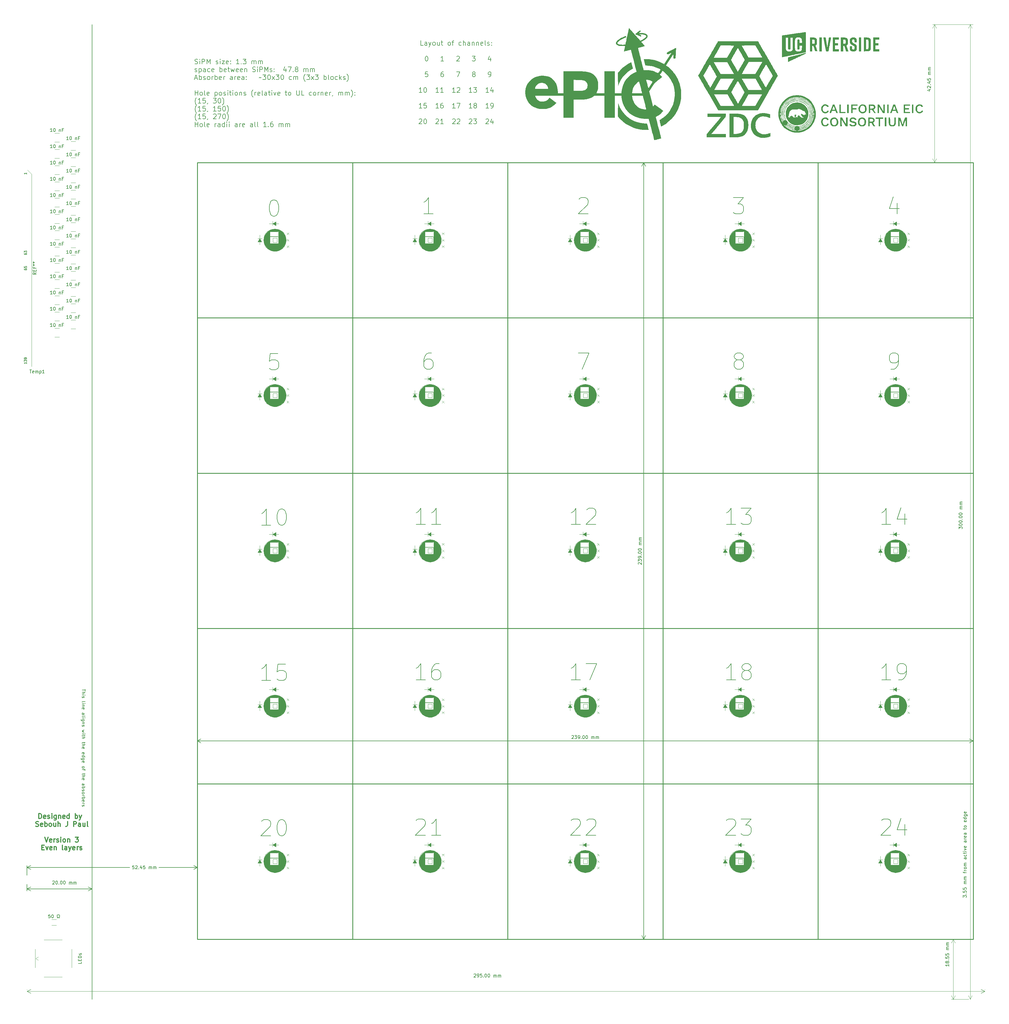
<source format=gbr>
%TF.GenerationSoftware,KiCad,Pcbnew,8.0.2-1*%
%TF.CreationDate,2024-06-03T17:46:58-04:00*%
%TF.ProjectId,Untitled,556e7469-746c-4656-942e-6b696361645f,rev?*%
%TF.SameCoordinates,Original*%
%TF.FileFunction,Legend,Top*%
%TF.FilePolarity,Positive*%
%FSLAX46Y46*%
G04 Gerber Fmt 4.6, Leading zero omitted, Abs format (unit mm)*
G04 Created by KiCad (PCBNEW 8.0.2-1) date 2024-06-03 17:46:58*
%MOMM*%
%LPD*%
G01*
G04 APERTURE LIST*
%ADD10C,0.150000*%
%ADD11C,0.250000*%
%ADD12C,0.300000*%
%ADD13C,0.100000*%
%ADD14C,0.120000*%
%ADD15C,0.000000*%
G04 APERTURE END LIST*
D10*
X75000000Y-30000000D02*
X75000000Y-330000000D01*
D11*
X107450000Y-263660000D02*
X346450000Y-263660000D01*
X203050000Y-72460000D02*
X203050000Y-311460000D01*
X107450000Y-168060000D02*
X346450000Y-168060000D01*
X250850000Y-72460000D02*
X250850000Y-311460000D01*
X346450000Y-72460000D02*
X346450000Y-311460000D01*
X298650000Y-72460000D02*
X298650000Y-311460000D01*
X107450000Y-72460000D02*
X107450000Y-311460000D01*
X107450000Y-215860000D02*
X346450000Y-215860000D01*
X107450000Y-311460000D02*
X346450000Y-311460000D01*
X155250000Y-72460000D02*
X155250000Y-311460000D01*
X107450000Y-120260000D02*
X346450000Y-120260000D01*
X107450000Y-72460000D02*
X346450000Y-72460000D01*
D10*
X270440475Y-274941485D02*
X270678571Y-274703390D01*
X270678571Y-274703390D02*
X271154761Y-274465295D01*
X271154761Y-274465295D02*
X272345237Y-274465295D01*
X272345237Y-274465295D02*
X272821428Y-274703390D01*
X272821428Y-274703390D02*
X273059523Y-274941485D01*
X273059523Y-274941485D02*
X273297618Y-275417676D01*
X273297618Y-275417676D02*
X273297618Y-275893866D01*
X273297618Y-275893866D02*
X273059523Y-276608152D01*
X273059523Y-276608152D02*
X270202380Y-279465295D01*
X270202380Y-279465295D02*
X273297618Y-279465295D01*
X274964285Y-274465295D02*
X278059523Y-274465295D01*
X278059523Y-274465295D02*
X276392857Y-276370057D01*
X276392857Y-276370057D02*
X277107142Y-276370057D01*
X277107142Y-276370057D02*
X277583333Y-276608152D01*
X277583333Y-276608152D02*
X277821428Y-276846247D01*
X277821428Y-276846247D02*
X278059523Y-277322438D01*
X278059523Y-277322438D02*
X278059523Y-278512914D01*
X278059523Y-278512914D02*
X277821428Y-278989104D01*
X277821428Y-278989104D02*
X277583333Y-279227200D01*
X277583333Y-279227200D02*
X277107142Y-279465295D01*
X277107142Y-279465295D02*
X275678571Y-279465295D01*
X275678571Y-279465295D02*
X275202380Y-279227200D01*
X275202380Y-279227200D02*
X274964285Y-278989104D01*
X318240475Y-274941485D02*
X318478571Y-274703390D01*
X318478571Y-274703390D02*
X318954761Y-274465295D01*
X318954761Y-274465295D02*
X320145237Y-274465295D01*
X320145237Y-274465295D02*
X320621428Y-274703390D01*
X320621428Y-274703390D02*
X320859523Y-274941485D01*
X320859523Y-274941485D02*
X321097618Y-275417676D01*
X321097618Y-275417676D02*
X321097618Y-275893866D01*
X321097618Y-275893866D02*
X320859523Y-276608152D01*
X320859523Y-276608152D02*
X318002380Y-279465295D01*
X318002380Y-279465295D02*
X321097618Y-279465295D01*
X325383333Y-276131961D02*
X325383333Y-279465295D01*
X324192857Y-274227200D02*
X323002380Y-277798628D01*
X323002380Y-277798628D02*
X326097619Y-277798628D01*
X272583333Y-83265295D02*
X275678571Y-83265295D01*
X275678571Y-83265295D02*
X274011905Y-85170057D01*
X274011905Y-85170057D02*
X274726190Y-85170057D01*
X274726190Y-85170057D02*
X275202381Y-85408152D01*
X275202381Y-85408152D02*
X275440476Y-85646247D01*
X275440476Y-85646247D02*
X275678571Y-86122438D01*
X275678571Y-86122438D02*
X275678571Y-87312914D01*
X275678571Y-87312914D02*
X275440476Y-87789104D01*
X275440476Y-87789104D02*
X275202381Y-88027200D01*
X275202381Y-88027200D02*
X274726190Y-88265295D01*
X274726190Y-88265295D02*
X273297619Y-88265295D01*
X273297619Y-88265295D02*
X272821428Y-88027200D01*
X272821428Y-88027200D02*
X272583333Y-87789104D01*
X177021428Y-36411548D02*
X176307142Y-36411548D01*
X176307142Y-36411548D02*
X176307142Y-34911548D01*
X178164286Y-36411548D02*
X178164286Y-35625834D01*
X178164286Y-35625834D02*
X178092857Y-35482977D01*
X178092857Y-35482977D02*
X177950000Y-35411548D01*
X177950000Y-35411548D02*
X177664286Y-35411548D01*
X177664286Y-35411548D02*
X177521428Y-35482977D01*
X178164286Y-36340120D02*
X178021428Y-36411548D01*
X178021428Y-36411548D02*
X177664286Y-36411548D01*
X177664286Y-36411548D02*
X177521428Y-36340120D01*
X177521428Y-36340120D02*
X177450000Y-36197262D01*
X177450000Y-36197262D02*
X177450000Y-36054405D01*
X177450000Y-36054405D02*
X177521428Y-35911548D01*
X177521428Y-35911548D02*
X177664286Y-35840120D01*
X177664286Y-35840120D02*
X178021428Y-35840120D01*
X178021428Y-35840120D02*
X178164286Y-35768691D01*
X178735714Y-35411548D02*
X179092857Y-36411548D01*
X179450000Y-35411548D02*
X179092857Y-36411548D01*
X179092857Y-36411548D02*
X178950000Y-36768691D01*
X178950000Y-36768691D02*
X178878571Y-36840120D01*
X178878571Y-36840120D02*
X178735714Y-36911548D01*
X180235714Y-36411548D02*
X180092857Y-36340120D01*
X180092857Y-36340120D02*
X180021428Y-36268691D01*
X180021428Y-36268691D02*
X179950000Y-36125834D01*
X179950000Y-36125834D02*
X179950000Y-35697262D01*
X179950000Y-35697262D02*
X180021428Y-35554405D01*
X180021428Y-35554405D02*
X180092857Y-35482977D01*
X180092857Y-35482977D02*
X180235714Y-35411548D01*
X180235714Y-35411548D02*
X180450000Y-35411548D01*
X180450000Y-35411548D02*
X180592857Y-35482977D01*
X180592857Y-35482977D02*
X180664286Y-35554405D01*
X180664286Y-35554405D02*
X180735714Y-35697262D01*
X180735714Y-35697262D02*
X180735714Y-36125834D01*
X180735714Y-36125834D02*
X180664286Y-36268691D01*
X180664286Y-36268691D02*
X180592857Y-36340120D01*
X180592857Y-36340120D02*
X180450000Y-36411548D01*
X180450000Y-36411548D02*
X180235714Y-36411548D01*
X182021429Y-35411548D02*
X182021429Y-36411548D01*
X181378571Y-35411548D02*
X181378571Y-36197262D01*
X181378571Y-36197262D02*
X181450000Y-36340120D01*
X181450000Y-36340120D02*
X181592857Y-36411548D01*
X181592857Y-36411548D02*
X181807143Y-36411548D01*
X181807143Y-36411548D02*
X181950000Y-36340120D01*
X181950000Y-36340120D02*
X182021429Y-36268691D01*
X182521429Y-35411548D02*
X183092857Y-35411548D01*
X182735714Y-34911548D02*
X182735714Y-36197262D01*
X182735714Y-36197262D02*
X182807143Y-36340120D01*
X182807143Y-36340120D02*
X182950000Y-36411548D01*
X182950000Y-36411548D02*
X183092857Y-36411548D01*
X184950000Y-36411548D02*
X184807143Y-36340120D01*
X184807143Y-36340120D02*
X184735714Y-36268691D01*
X184735714Y-36268691D02*
X184664286Y-36125834D01*
X184664286Y-36125834D02*
X184664286Y-35697262D01*
X184664286Y-35697262D02*
X184735714Y-35554405D01*
X184735714Y-35554405D02*
X184807143Y-35482977D01*
X184807143Y-35482977D02*
X184950000Y-35411548D01*
X184950000Y-35411548D02*
X185164286Y-35411548D01*
X185164286Y-35411548D02*
X185307143Y-35482977D01*
X185307143Y-35482977D02*
X185378572Y-35554405D01*
X185378572Y-35554405D02*
X185450000Y-35697262D01*
X185450000Y-35697262D02*
X185450000Y-36125834D01*
X185450000Y-36125834D02*
X185378572Y-36268691D01*
X185378572Y-36268691D02*
X185307143Y-36340120D01*
X185307143Y-36340120D02*
X185164286Y-36411548D01*
X185164286Y-36411548D02*
X184950000Y-36411548D01*
X185878572Y-35411548D02*
X186450000Y-35411548D01*
X186092857Y-36411548D02*
X186092857Y-35125834D01*
X186092857Y-35125834D02*
X186164286Y-34982977D01*
X186164286Y-34982977D02*
X186307143Y-34911548D01*
X186307143Y-34911548D02*
X186450000Y-34911548D01*
X188735715Y-36340120D02*
X188592857Y-36411548D01*
X188592857Y-36411548D02*
X188307143Y-36411548D01*
X188307143Y-36411548D02*
X188164286Y-36340120D01*
X188164286Y-36340120D02*
X188092857Y-36268691D01*
X188092857Y-36268691D02*
X188021429Y-36125834D01*
X188021429Y-36125834D02*
X188021429Y-35697262D01*
X188021429Y-35697262D02*
X188092857Y-35554405D01*
X188092857Y-35554405D02*
X188164286Y-35482977D01*
X188164286Y-35482977D02*
X188307143Y-35411548D01*
X188307143Y-35411548D02*
X188592857Y-35411548D01*
X188592857Y-35411548D02*
X188735715Y-35482977D01*
X189378571Y-36411548D02*
X189378571Y-34911548D01*
X190021429Y-36411548D02*
X190021429Y-35625834D01*
X190021429Y-35625834D02*
X189950000Y-35482977D01*
X189950000Y-35482977D02*
X189807143Y-35411548D01*
X189807143Y-35411548D02*
X189592857Y-35411548D01*
X189592857Y-35411548D02*
X189450000Y-35482977D01*
X189450000Y-35482977D02*
X189378571Y-35554405D01*
X191378572Y-36411548D02*
X191378572Y-35625834D01*
X191378572Y-35625834D02*
X191307143Y-35482977D01*
X191307143Y-35482977D02*
X191164286Y-35411548D01*
X191164286Y-35411548D02*
X190878572Y-35411548D01*
X190878572Y-35411548D02*
X190735714Y-35482977D01*
X191378572Y-36340120D02*
X191235714Y-36411548D01*
X191235714Y-36411548D02*
X190878572Y-36411548D01*
X190878572Y-36411548D02*
X190735714Y-36340120D01*
X190735714Y-36340120D02*
X190664286Y-36197262D01*
X190664286Y-36197262D02*
X190664286Y-36054405D01*
X190664286Y-36054405D02*
X190735714Y-35911548D01*
X190735714Y-35911548D02*
X190878572Y-35840120D01*
X190878572Y-35840120D02*
X191235714Y-35840120D01*
X191235714Y-35840120D02*
X191378572Y-35768691D01*
X192092857Y-35411548D02*
X192092857Y-36411548D01*
X192092857Y-35554405D02*
X192164286Y-35482977D01*
X192164286Y-35482977D02*
X192307143Y-35411548D01*
X192307143Y-35411548D02*
X192521429Y-35411548D01*
X192521429Y-35411548D02*
X192664286Y-35482977D01*
X192664286Y-35482977D02*
X192735715Y-35625834D01*
X192735715Y-35625834D02*
X192735715Y-36411548D01*
X193450000Y-35411548D02*
X193450000Y-36411548D01*
X193450000Y-35554405D02*
X193521429Y-35482977D01*
X193521429Y-35482977D02*
X193664286Y-35411548D01*
X193664286Y-35411548D02*
X193878572Y-35411548D01*
X193878572Y-35411548D02*
X194021429Y-35482977D01*
X194021429Y-35482977D02*
X194092858Y-35625834D01*
X194092858Y-35625834D02*
X194092858Y-36411548D01*
X195378572Y-36340120D02*
X195235715Y-36411548D01*
X195235715Y-36411548D02*
X194950001Y-36411548D01*
X194950001Y-36411548D02*
X194807143Y-36340120D01*
X194807143Y-36340120D02*
X194735715Y-36197262D01*
X194735715Y-36197262D02*
X194735715Y-35625834D01*
X194735715Y-35625834D02*
X194807143Y-35482977D01*
X194807143Y-35482977D02*
X194950001Y-35411548D01*
X194950001Y-35411548D02*
X195235715Y-35411548D01*
X195235715Y-35411548D02*
X195378572Y-35482977D01*
X195378572Y-35482977D02*
X195450001Y-35625834D01*
X195450001Y-35625834D02*
X195450001Y-35768691D01*
X195450001Y-35768691D02*
X194735715Y-35911548D01*
X196307143Y-36411548D02*
X196164286Y-36340120D01*
X196164286Y-36340120D02*
X196092857Y-36197262D01*
X196092857Y-36197262D02*
X196092857Y-34911548D01*
X196807143Y-36340120D02*
X196950000Y-36411548D01*
X196950000Y-36411548D02*
X197235714Y-36411548D01*
X197235714Y-36411548D02*
X197378571Y-36340120D01*
X197378571Y-36340120D02*
X197450000Y-36197262D01*
X197450000Y-36197262D02*
X197450000Y-36125834D01*
X197450000Y-36125834D02*
X197378571Y-35982977D01*
X197378571Y-35982977D02*
X197235714Y-35911548D01*
X197235714Y-35911548D02*
X197021429Y-35911548D01*
X197021429Y-35911548D02*
X196878571Y-35840120D01*
X196878571Y-35840120D02*
X196807143Y-35697262D01*
X196807143Y-35697262D02*
X196807143Y-35625834D01*
X196807143Y-35625834D02*
X196878571Y-35482977D01*
X196878571Y-35482977D02*
X197021429Y-35411548D01*
X197021429Y-35411548D02*
X197235714Y-35411548D01*
X197235714Y-35411548D02*
X197378571Y-35482977D01*
X198092857Y-36268691D02*
X198164286Y-36340120D01*
X198164286Y-36340120D02*
X198092857Y-36411548D01*
X198092857Y-36411548D02*
X198021429Y-36340120D01*
X198021429Y-36340120D02*
X198092857Y-36268691D01*
X198092857Y-36268691D02*
X198092857Y-36411548D01*
X198092857Y-35482977D02*
X198164286Y-35554405D01*
X198164286Y-35554405D02*
X198092857Y-35625834D01*
X198092857Y-35625834D02*
X198021429Y-35554405D01*
X198021429Y-35554405D02*
X198092857Y-35482977D01*
X198092857Y-35482977D02*
X198092857Y-35625834D01*
X177985716Y-39741380D02*
X178128573Y-39741380D01*
X178128573Y-39741380D02*
X178271430Y-39812809D01*
X178271430Y-39812809D02*
X178342859Y-39884237D01*
X178342859Y-39884237D02*
X178414287Y-40027094D01*
X178414287Y-40027094D02*
X178485716Y-40312809D01*
X178485716Y-40312809D02*
X178485716Y-40669952D01*
X178485716Y-40669952D02*
X178414287Y-40955666D01*
X178414287Y-40955666D02*
X178342859Y-41098523D01*
X178342859Y-41098523D02*
X178271430Y-41169952D01*
X178271430Y-41169952D02*
X178128573Y-41241380D01*
X178128573Y-41241380D02*
X177985716Y-41241380D01*
X177985716Y-41241380D02*
X177842859Y-41169952D01*
X177842859Y-41169952D02*
X177771430Y-41098523D01*
X177771430Y-41098523D02*
X177700001Y-40955666D01*
X177700001Y-40955666D02*
X177628573Y-40669952D01*
X177628573Y-40669952D02*
X177628573Y-40312809D01*
X177628573Y-40312809D02*
X177700001Y-40027094D01*
X177700001Y-40027094D02*
X177771430Y-39884237D01*
X177771430Y-39884237D02*
X177842859Y-39812809D01*
X177842859Y-39812809D02*
X177985716Y-39741380D01*
X183342858Y-41241380D02*
X182485715Y-41241380D01*
X182914286Y-41241380D02*
X182914286Y-39741380D01*
X182914286Y-39741380D02*
X182771429Y-39955666D01*
X182771429Y-39955666D02*
X182628572Y-40098523D01*
X182628572Y-40098523D02*
X182485715Y-40169952D01*
X187342857Y-39884237D02*
X187414285Y-39812809D01*
X187414285Y-39812809D02*
X187557143Y-39741380D01*
X187557143Y-39741380D02*
X187914285Y-39741380D01*
X187914285Y-39741380D02*
X188057143Y-39812809D01*
X188057143Y-39812809D02*
X188128571Y-39884237D01*
X188128571Y-39884237D02*
X188200000Y-40027094D01*
X188200000Y-40027094D02*
X188200000Y-40169952D01*
X188200000Y-40169952D02*
X188128571Y-40384237D01*
X188128571Y-40384237D02*
X187271428Y-41241380D01*
X187271428Y-41241380D02*
X188200000Y-41241380D01*
X192128570Y-39741380D02*
X193057142Y-39741380D01*
X193057142Y-39741380D02*
X192557142Y-40312809D01*
X192557142Y-40312809D02*
X192771427Y-40312809D01*
X192771427Y-40312809D02*
X192914285Y-40384237D01*
X192914285Y-40384237D02*
X192985713Y-40455666D01*
X192985713Y-40455666D02*
X193057142Y-40598523D01*
X193057142Y-40598523D02*
X193057142Y-40955666D01*
X193057142Y-40955666D02*
X192985713Y-41098523D01*
X192985713Y-41098523D02*
X192914285Y-41169952D01*
X192914285Y-41169952D02*
X192771427Y-41241380D01*
X192771427Y-41241380D02*
X192342856Y-41241380D01*
X192342856Y-41241380D02*
X192199999Y-41169952D01*
X192199999Y-41169952D02*
X192128570Y-41098523D01*
X197771427Y-40241380D02*
X197771427Y-41241380D01*
X197414284Y-39669952D02*
X197057141Y-40741380D01*
X197057141Y-40741380D02*
X197985712Y-40741380D01*
X178414287Y-44571212D02*
X177700001Y-44571212D01*
X177700001Y-44571212D02*
X177628573Y-45285498D01*
X177628573Y-45285498D02*
X177700001Y-45214069D01*
X177700001Y-45214069D02*
X177842859Y-45142641D01*
X177842859Y-45142641D02*
X178200001Y-45142641D01*
X178200001Y-45142641D02*
X178342859Y-45214069D01*
X178342859Y-45214069D02*
X178414287Y-45285498D01*
X178414287Y-45285498D02*
X178485716Y-45428355D01*
X178485716Y-45428355D02*
X178485716Y-45785498D01*
X178485716Y-45785498D02*
X178414287Y-45928355D01*
X178414287Y-45928355D02*
X178342859Y-45999784D01*
X178342859Y-45999784D02*
X178200001Y-46071212D01*
X178200001Y-46071212D02*
X177842859Y-46071212D01*
X177842859Y-46071212D02*
X177700001Y-45999784D01*
X177700001Y-45999784D02*
X177628573Y-45928355D01*
X183200001Y-44571212D02*
X182914286Y-44571212D01*
X182914286Y-44571212D02*
X182771429Y-44642641D01*
X182771429Y-44642641D02*
X182700001Y-44714069D01*
X182700001Y-44714069D02*
X182557143Y-44928355D01*
X182557143Y-44928355D02*
X182485715Y-45214069D01*
X182485715Y-45214069D02*
X182485715Y-45785498D01*
X182485715Y-45785498D02*
X182557143Y-45928355D01*
X182557143Y-45928355D02*
X182628572Y-45999784D01*
X182628572Y-45999784D02*
X182771429Y-46071212D01*
X182771429Y-46071212D02*
X183057143Y-46071212D01*
X183057143Y-46071212D02*
X183200001Y-45999784D01*
X183200001Y-45999784D02*
X183271429Y-45928355D01*
X183271429Y-45928355D02*
X183342858Y-45785498D01*
X183342858Y-45785498D02*
X183342858Y-45428355D01*
X183342858Y-45428355D02*
X183271429Y-45285498D01*
X183271429Y-45285498D02*
X183200001Y-45214069D01*
X183200001Y-45214069D02*
X183057143Y-45142641D01*
X183057143Y-45142641D02*
X182771429Y-45142641D01*
X182771429Y-45142641D02*
X182628572Y-45214069D01*
X182628572Y-45214069D02*
X182557143Y-45285498D01*
X182557143Y-45285498D02*
X182485715Y-45428355D01*
X187271428Y-44571212D02*
X188271428Y-44571212D01*
X188271428Y-44571212D02*
X187628571Y-46071212D01*
X192485713Y-45214069D02*
X192342856Y-45142641D01*
X192342856Y-45142641D02*
X192271427Y-45071212D01*
X192271427Y-45071212D02*
X192199999Y-44928355D01*
X192199999Y-44928355D02*
X192199999Y-44856926D01*
X192199999Y-44856926D02*
X192271427Y-44714069D01*
X192271427Y-44714069D02*
X192342856Y-44642641D01*
X192342856Y-44642641D02*
X192485713Y-44571212D01*
X192485713Y-44571212D02*
X192771427Y-44571212D01*
X192771427Y-44571212D02*
X192914285Y-44642641D01*
X192914285Y-44642641D02*
X192985713Y-44714069D01*
X192985713Y-44714069D02*
X193057142Y-44856926D01*
X193057142Y-44856926D02*
X193057142Y-44928355D01*
X193057142Y-44928355D02*
X192985713Y-45071212D01*
X192985713Y-45071212D02*
X192914285Y-45142641D01*
X192914285Y-45142641D02*
X192771427Y-45214069D01*
X192771427Y-45214069D02*
X192485713Y-45214069D01*
X192485713Y-45214069D02*
X192342856Y-45285498D01*
X192342856Y-45285498D02*
X192271427Y-45356926D01*
X192271427Y-45356926D02*
X192199999Y-45499784D01*
X192199999Y-45499784D02*
X192199999Y-45785498D01*
X192199999Y-45785498D02*
X192271427Y-45928355D01*
X192271427Y-45928355D02*
X192342856Y-45999784D01*
X192342856Y-45999784D02*
X192485713Y-46071212D01*
X192485713Y-46071212D02*
X192771427Y-46071212D01*
X192771427Y-46071212D02*
X192914285Y-45999784D01*
X192914285Y-45999784D02*
X192985713Y-45928355D01*
X192985713Y-45928355D02*
X193057142Y-45785498D01*
X193057142Y-45785498D02*
X193057142Y-45499784D01*
X193057142Y-45499784D02*
X192985713Y-45356926D01*
X192985713Y-45356926D02*
X192914285Y-45285498D01*
X192914285Y-45285498D02*
X192771427Y-45214069D01*
X197199998Y-46071212D02*
X197485712Y-46071212D01*
X197485712Y-46071212D02*
X197628569Y-45999784D01*
X197628569Y-45999784D02*
X197699998Y-45928355D01*
X197699998Y-45928355D02*
X197842855Y-45714069D01*
X197842855Y-45714069D02*
X197914284Y-45428355D01*
X197914284Y-45428355D02*
X197914284Y-44856926D01*
X197914284Y-44856926D02*
X197842855Y-44714069D01*
X197842855Y-44714069D02*
X197771427Y-44642641D01*
X197771427Y-44642641D02*
X197628569Y-44571212D01*
X197628569Y-44571212D02*
X197342855Y-44571212D01*
X197342855Y-44571212D02*
X197199998Y-44642641D01*
X197199998Y-44642641D02*
X197128569Y-44714069D01*
X197128569Y-44714069D02*
X197057141Y-44856926D01*
X197057141Y-44856926D02*
X197057141Y-45214069D01*
X197057141Y-45214069D02*
X197128569Y-45356926D01*
X197128569Y-45356926D02*
X197199998Y-45428355D01*
X197199998Y-45428355D02*
X197342855Y-45499784D01*
X197342855Y-45499784D02*
X197628569Y-45499784D01*
X197628569Y-45499784D02*
X197771427Y-45428355D01*
X197771427Y-45428355D02*
X197842855Y-45356926D01*
X197842855Y-45356926D02*
X197914284Y-45214069D01*
X176628574Y-50901044D02*
X175771431Y-50901044D01*
X176200002Y-50901044D02*
X176200002Y-49401044D01*
X176200002Y-49401044D02*
X176057145Y-49615330D01*
X176057145Y-49615330D02*
X175914288Y-49758187D01*
X175914288Y-49758187D02*
X175771431Y-49829616D01*
X177557145Y-49401044D02*
X177700002Y-49401044D01*
X177700002Y-49401044D02*
X177842859Y-49472473D01*
X177842859Y-49472473D02*
X177914288Y-49543901D01*
X177914288Y-49543901D02*
X177985716Y-49686758D01*
X177985716Y-49686758D02*
X178057145Y-49972473D01*
X178057145Y-49972473D02*
X178057145Y-50329616D01*
X178057145Y-50329616D02*
X177985716Y-50615330D01*
X177985716Y-50615330D02*
X177914288Y-50758187D01*
X177914288Y-50758187D02*
X177842859Y-50829616D01*
X177842859Y-50829616D02*
X177700002Y-50901044D01*
X177700002Y-50901044D02*
X177557145Y-50901044D01*
X177557145Y-50901044D02*
X177414288Y-50829616D01*
X177414288Y-50829616D02*
X177342859Y-50758187D01*
X177342859Y-50758187D02*
X177271430Y-50615330D01*
X177271430Y-50615330D02*
X177200002Y-50329616D01*
X177200002Y-50329616D02*
X177200002Y-49972473D01*
X177200002Y-49972473D02*
X177271430Y-49686758D01*
X177271430Y-49686758D02*
X177342859Y-49543901D01*
X177342859Y-49543901D02*
X177414288Y-49472473D01*
X177414288Y-49472473D02*
X177557145Y-49401044D01*
X181771430Y-50901044D02*
X180914287Y-50901044D01*
X181342858Y-50901044D02*
X181342858Y-49401044D01*
X181342858Y-49401044D02*
X181200001Y-49615330D01*
X181200001Y-49615330D02*
X181057144Y-49758187D01*
X181057144Y-49758187D02*
X180914287Y-49829616D01*
X183200001Y-50901044D02*
X182342858Y-50901044D01*
X182771429Y-50901044D02*
X182771429Y-49401044D01*
X182771429Y-49401044D02*
X182628572Y-49615330D01*
X182628572Y-49615330D02*
X182485715Y-49758187D01*
X182485715Y-49758187D02*
X182342858Y-49829616D01*
X186914286Y-50901044D02*
X186057143Y-50901044D01*
X186485714Y-50901044D02*
X186485714Y-49401044D01*
X186485714Y-49401044D02*
X186342857Y-49615330D01*
X186342857Y-49615330D02*
X186200000Y-49758187D01*
X186200000Y-49758187D02*
X186057143Y-49829616D01*
X187485714Y-49543901D02*
X187557142Y-49472473D01*
X187557142Y-49472473D02*
X187700000Y-49401044D01*
X187700000Y-49401044D02*
X188057142Y-49401044D01*
X188057142Y-49401044D02*
X188200000Y-49472473D01*
X188200000Y-49472473D02*
X188271428Y-49543901D01*
X188271428Y-49543901D02*
X188342857Y-49686758D01*
X188342857Y-49686758D02*
X188342857Y-49829616D01*
X188342857Y-49829616D02*
X188271428Y-50043901D01*
X188271428Y-50043901D02*
X187414285Y-50901044D01*
X187414285Y-50901044D02*
X188342857Y-50901044D01*
X192057142Y-50901044D02*
X191199999Y-50901044D01*
X191628570Y-50901044D02*
X191628570Y-49401044D01*
X191628570Y-49401044D02*
X191485713Y-49615330D01*
X191485713Y-49615330D02*
X191342856Y-49758187D01*
X191342856Y-49758187D02*
X191199999Y-49829616D01*
X192557141Y-49401044D02*
X193485713Y-49401044D01*
X193485713Y-49401044D02*
X192985713Y-49972473D01*
X192985713Y-49972473D02*
X193199998Y-49972473D01*
X193199998Y-49972473D02*
X193342856Y-50043901D01*
X193342856Y-50043901D02*
X193414284Y-50115330D01*
X193414284Y-50115330D02*
X193485713Y-50258187D01*
X193485713Y-50258187D02*
X193485713Y-50615330D01*
X193485713Y-50615330D02*
X193414284Y-50758187D01*
X193414284Y-50758187D02*
X193342856Y-50829616D01*
X193342856Y-50829616D02*
X193199998Y-50901044D01*
X193199998Y-50901044D02*
X192771427Y-50901044D01*
X192771427Y-50901044D02*
X192628570Y-50829616D01*
X192628570Y-50829616D02*
X192557141Y-50758187D01*
X197199998Y-50901044D02*
X196342855Y-50901044D01*
X196771426Y-50901044D02*
X196771426Y-49401044D01*
X196771426Y-49401044D02*
X196628569Y-49615330D01*
X196628569Y-49615330D02*
X196485712Y-49758187D01*
X196485712Y-49758187D02*
X196342855Y-49829616D01*
X198485712Y-49901044D02*
X198485712Y-50901044D01*
X198128569Y-49329616D02*
X197771426Y-50401044D01*
X197771426Y-50401044D02*
X198699997Y-50401044D01*
X176628574Y-55730876D02*
X175771431Y-55730876D01*
X176200002Y-55730876D02*
X176200002Y-54230876D01*
X176200002Y-54230876D02*
X176057145Y-54445162D01*
X176057145Y-54445162D02*
X175914288Y-54588019D01*
X175914288Y-54588019D02*
X175771431Y-54659448D01*
X177985716Y-54230876D02*
X177271430Y-54230876D01*
X177271430Y-54230876D02*
X177200002Y-54945162D01*
X177200002Y-54945162D02*
X177271430Y-54873733D01*
X177271430Y-54873733D02*
X177414288Y-54802305D01*
X177414288Y-54802305D02*
X177771430Y-54802305D01*
X177771430Y-54802305D02*
X177914288Y-54873733D01*
X177914288Y-54873733D02*
X177985716Y-54945162D01*
X177985716Y-54945162D02*
X178057145Y-55088019D01*
X178057145Y-55088019D02*
X178057145Y-55445162D01*
X178057145Y-55445162D02*
X177985716Y-55588019D01*
X177985716Y-55588019D02*
X177914288Y-55659448D01*
X177914288Y-55659448D02*
X177771430Y-55730876D01*
X177771430Y-55730876D02*
X177414288Y-55730876D01*
X177414288Y-55730876D02*
X177271430Y-55659448D01*
X177271430Y-55659448D02*
X177200002Y-55588019D01*
X181771430Y-55730876D02*
X180914287Y-55730876D01*
X181342858Y-55730876D02*
X181342858Y-54230876D01*
X181342858Y-54230876D02*
X181200001Y-54445162D01*
X181200001Y-54445162D02*
X181057144Y-54588019D01*
X181057144Y-54588019D02*
X180914287Y-54659448D01*
X183057144Y-54230876D02*
X182771429Y-54230876D01*
X182771429Y-54230876D02*
X182628572Y-54302305D01*
X182628572Y-54302305D02*
X182557144Y-54373733D01*
X182557144Y-54373733D02*
X182414286Y-54588019D01*
X182414286Y-54588019D02*
X182342858Y-54873733D01*
X182342858Y-54873733D02*
X182342858Y-55445162D01*
X182342858Y-55445162D02*
X182414286Y-55588019D01*
X182414286Y-55588019D02*
X182485715Y-55659448D01*
X182485715Y-55659448D02*
X182628572Y-55730876D01*
X182628572Y-55730876D02*
X182914286Y-55730876D01*
X182914286Y-55730876D02*
X183057144Y-55659448D01*
X183057144Y-55659448D02*
X183128572Y-55588019D01*
X183128572Y-55588019D02*
X183200001Y-55445162D01*
X183200001Y-55445162D02*
X183200001Y-55088019D01*
X183200001Y-55088019D02*
X183128572Y-54945162D01*
X183128572Y-54945162D02*
X183057144Y-54873733D01*
X183057144Y-54873733D02*
X182914286Y-54802305D01*
X182914286Y-54802305D02*
X182628572Y-54802305D01*
X182628572Y-54802305D02*
X182485715Y-54873733D01*
X182485715Y-54873733D02*
X182414286Y-54945162D01*
X182414286Y-54945162D02*
X182342858Y-55088019D01*
X186914286Y-55730876D02*
X186057143Y-55730876D01*
X186485714Y-55730876D02*
X186485714Y-54230876D01*
X186485714Y-54230876D02*
X186342857Y-54445162D01*
X186342857Y-54445162D02*
X186200000Y-54588019D01*
X186200000Y-54588019D02*
X186057143Y-54659448D01*
X187414285Y-54230876D02*
X188414285Y-54230876D01*
X188414285Y-54230876D02*
X187771428Y-55730876D01*
X192057142Y-55730876D02*
X191199999Y-55730876D01*
X191628570Y-55730876D02*
X191628570Y-54230876D01*
X191628570Y-54230876D02*
X191485713Y-54445162D01*
X191485713Y-54445162D02*
X191342856Y-54588019D01*
X191342856Y-54588019D02*
X191199999Y-54659448D01*
X192914284Y-54873733D02*
X192771427Y-54802305D01*
X192771427Y-54802305D02*
X192699998Y-54730876D01*
X192699998Y-54730876D02*
X192628570Y-54588019D01*
X192628570Y-54588019D02*
X192628570Y-54516590D01*
X192628570Y-54516590D02*
X192699998Y-54373733D01*
X192699998Y-54373733D02*
X192771427Y-54302305D01*
X192771427Y-54302305D02*
X192914284Y-54230876D01*
X192914284Y-54230876D02*
X193199998Y-54230876D01*
X193199998Y-54230876D02*
X193342856Y-54302305D01*
X193342856Y-54302305D02*
X193414284Y-54373733D01*
X193414284Y-54373733D02*
X193485713Y-54516590D01*
X193485713Y-54516590D02*
X193485713Y-54588019D01*
X193485713Y-54588019D02*
X193414284Y-54730876D01*
X193414284Y-54730876D02*
X193342856Y-54802305D01*
X193342856Y-54802305D02*
X193199998Y-54873733D01*
X193199998Y-54873733D02*
X192914284Y-54873733D01*
X192914284Y-54873733D02*
X192771427Y-54945162D01*
X192771427Y-54945162D02*
X192699998Y-55016590D01*
X192699998Y-55016590D02*
X192628570Y-55159448D01*
X192628570Y-55159448D02*
X192628570Y-55445162D01*
X192628570Y-55445162D02*
X192699998Y-55588019D01*
X192699998Y-55588019D02*
X192771427Y-55659448D01*
X192771427Y-55659448D02*
X192914284Y-55730876D01*
X192914284Y-55730876D02*
X193199998Y-55730876D01*
X193199998Y-55730876D02*
X193342856Y-55659448D01*
X193342856Y-55659448D02*
X193414284Y-55588019D01*
X193414284Y-55588019D02*
X193485713Y-55445162D01*
X193485713Y-55445162D02*
X193485713Y-55159448D01*
X193485713Y-55159448D02*
X193414284Y-55016590D01*
X193414284Y-55016590D02*
X193342856Y-54945162D01*
X193342856Y-54945162D02*
X193199998Y-54873733D01*
X197199998Y-55730876D02*
X196342855Y-55730876D01*
X196771426Y-55730876D02*
X196771426Y-54230876D01*
X196771426Y-54230876D02*
X196628569Y-54445162D01*
X196628569Y-54445162D02*
X196485712Y-54588019D01*
X196485712Y-54588019D02*
X196342855Y-54659448D01*
X197914283Y-55730876D02*
X198199997Y-55730876D01*
X198199997Y-55730876D02*
X198342854Y-55659448D01*
X198342854Y-55659448D02*
X198414283Y-55588019D01*
X198414283Y-55588019D02*
X198557140Y-55373733D01*
X198557140Y-55373733D02*
X198628569Y-55088019D01*
X198628569Y-55088019D02*
X198628569Y-54516590D01*
X198628569Y-54516590D02*
X198557140Y-54373733D01*
X198557140Y-54373733D02*
X198485712Y-54302305D01*
X198485712Y-54302305D02*
X198342854Y-54230876D01*
X198342854Y-54230876D02*
X198057140Y-54230876D01*
X198057140Y-54230876D02*
X197914283Y-54302305D01*
X197914283Y-54302305D02*
X197842854Y-54373733D01*
X197842854Y-54373733D02*
X197771426Y-54516590D01*
X197771426Y-54516590D02*
X197771426Y-54873733D01*
X197771426Y-54873733D02*
X197842854Y-55016590D01*
X197842854Y-55016590D02*
X197914283Y-55088019D01*
X197914283Y-55088019D02*
X198057140Y-55159448D01*
X198057140Y-55159448D02*
X198342854Y-55159448D01*
X198342854Y-55159448D02*
X198485712Y-55088019D01*
X198485712Y-55088019D02*
X198557140Y-55016590D01*
X198557140Y-55016590D02*
X198628569Y-54873733D01*
X175771431Y-59203565D02*
X175842859Y-59132137D01*
X175842859Y-59132137D02*
X175985717Y-59060708D01*
X175985717Y-59060708D02*
X176342859Y-59060708D01*
X176342859Y-59060708D02*
X176485717Y-59132137D01*
X176485717Y-59132137D02*
X176557145Y-59203565D01*
X176557145Y-59203565D02*
X176628574Y-59346422D01*
X176628574Y-59346422D02*
X176628574Y-59489280D01*
X176628574Y-59489280D02*
X176557145Y-59703565D01*
X176557145Y-59703565D02*
X175700002Y-60560708D01*
X175700002Y-60560708D02*
X176628574Y-60560708D01*
X177557145Y-59060708D02*
X177700002Y-59060708D01*
X177700002Y-59060708D02*
X177842859Y-59132137D01*
X177842859Y-59132137D02*
X177914288Y-59203565D01*
X177914288Y-59203565D02*
X177985716Y-59346422D01*
X177985716Y-59346422D02*
X178057145Y-59632137D01*
X178057145Y-59632137D02*
X178057145Y-59989280D01*
X178057145Y-59989280D02*
X177985716Y-60274994D01*
X177985716Y-60274994D02*
X177914288Y-60417851D01*
X177914288Y-60417851D02*
X177842859Y-60489280D01*
X177842859Y-60489280D02*
X177700002Y-60560708D01*
X177700002Y-60560708D02*
X177557145Y-60560708D01*
X177557145Y-60560708D02*
X177414288Y-60489280D01*
X177414288Y-60489280D02*
X177342859Y-60417851D01*
X177342859Y-60417851D02*
X177271430Y-60274994D01*
X177271430Y-60274994D02*
X177200002Y-59989280D01*
X177200002Y-59989280D02*
X177200002Y-59632137D01*
X177200002Y-59632137D02*
X177271430Y-59346422D01*
X177271430Y-59346422D02*
X177342859Y-59203565D01*
X177342859Y-59203565D02*
X177414288Y-59132137D01*
X177414288Y-59132137D02*
X177557145Y-59060708D01*
X180914287Y-59203565D02*
X180985715Y-59132137D01*
X180985715Y-59132137D02*
X181128573Y-59060708D01*
X181128573Y-59060708D02*
X181485715Y-59060708D01*
X181485715Y-59060708D02*
X181628573Y-59132137D01*
X181628573Y-59132137D02*
X181700001Y-59203565D01*
X181700001Y-59203565D02*
X181771430Y-59346422D01*
X181771430Y-59346422D02*
X181771430Y-59489280D01*
X181771430Y-59489280D02*
X181700001Y-59703565D01*
X181700001Y-59703565D02*
X180842858Y-60560708D01*
X180842858Y-60560708D02*
X181771430Y-60560708D01*
X183200001Y-60560708D02*
X182342858Y-60560708D01*
X182771429Y-60560708D02*
X182771429Y-59060708D01*
X182771429Y-59060708D02*
X182628572Y-59274994D01*
X182628572Y-59274994D02*
X182485715Y-59417851D01*
X182485715Y-59417851D02*
X182342858Y-59489280D01*
X186057143Y-59203565D02*
X186128571Y-59132137D01*
X186128571Y-59132137D02*
X186271429Y-59060708D01*
X186271429Y-59060708D02*
X186628571Y-59060708D01*
X186628571Y-59060708D02*
X186771429Y-59132137D01*
X186771429Y-59132137D02*
X186842857Y-59203565D01*
X186842857Y-59203565D02*
X186914286Y-59346422D01*
X186914286Y-59346422D02*
X186914286Y-59489280D01*
X186914286Y-59489280D02*
X186842857Y-59703565D01*
X186842857Y-59703565D02*
X185985714Y-60560708D01*
X185985714Y-60560708D02*
X186914286Y-60560708D01*
X187485714Y-59203565D02*
X187557142Y-59132137D01*
X187557142Y-59132137D02*
X187700000Y-59060708D01*
X187700000Y-59060708D02*
X188057142Y-59060708D01*
X188057142Y-59060708D02*
X188200000Y-59132137D01*
X188200000Y-59132137D02*
X188271428Y-59203565D01*
X188271428Y-59203565D02*
X188342857Y-59346422D01*
X188342857Y-59346422D02*
X188342857Y-59489280D01*
X188342857Y-59489280D02*
X188271428Y-59703565D01*
X188271428Y-59703565D02*
X187414285Y-60560708D01*
X187414285Y-60560708D02*
X188342857Y-60560708D01*
X191199999Y-59203565D02*
X191271427Y-59132137D01*
X191271427Y-59132137D02*
X191414285Y-59060708D01*
X191414285Y-59060708D02*
X191771427Y-59060708D01*
X191771427Y-59060708D02*
X191914285Y-59132137D01*
X191914285Y-59132137D02*
X191985713Y-59203565D01*
X191985713Y-59203565D02*
X192057142Y-59346422D01*
X192057142Y-59346422D02*
X192057142Y-59489280D01*
X192057142Y-59489280D02*
X191985713Y-59703565D01*
X191985713Y-59703565D02*
X191128570Y-60560708D01*
X191128570Y-60560708D02*
X192057142Y-60560708D01*
X192557141Y-59060708D02*
X193485713Y-59060708D01*
X193485713Y-59060708D02*
X192985713Y-59632137D01*
X192985713Y-59632137D02*
X193199998Y-59632137D01*
X193199998Y-59632137D02*
X193342856Y-59703565D01*
X193342856Y-59703565D02*
X193414284Y-59774994D01*
X193414284Y-59774994D02*
X193485713Y-59917851D01*
X193485713Y-59917851D02*
X193485713Y-60274994D01*
X193485713Y-60274994D02*
X193414284Y-60417851D01*
X193414284Y-60417851D02*
X193342856Y-60489280D01*
X193342856Y-60489280D02*
X193199998Y-60560708D01*
X193199998Y-60560708D02*
X192771427Y-60560708D01*
X192771427Y-60560708D02*
X192628570Y-60489280D01*
X192628570Y-60489280D02*
X192557141Y-60417851D01*
X196342855Y-59203565D02*
X196414283Y-59132137D01*
X196414283Y-59132137D02*
X196557141Y-59060708D01*
X196557141Y-59060708D02*
X196914283Y-59060708D01*
X196914283Y-59060708D02*
X197057141Y-59132137D01*
X197057141Y-59132137D02*
X197128569Y-59203565D01*
X197128569Y-59203565D02*
X197199998Y-59346422D01*
X197199998Y-59346422D02*
X197199998Y-59489280D01*
X197199998Y-59489280D02*
X197128569Y-59703565D01*
X197128569Y-59703565D02*
X196271426Y-60560708D01*
X196271426Y-60560708D02*
X197199998Y-60560708D01*
X198485712Y-59560708D02*
X198485712Y-60560708D01*
X198128569Y-58989280D02*
X197771426Y-60060708D01*
X197771426Y-60060708D02*
X198699997Y-60060708D01*
X273297618Y-231665295D02*
X270440475Y-231665295D01*
X271869047Y-231665295D02*
X271869047Y-226665295D01*
X271869047Y-226665295D02*
X271392856Y-227379580D01*
X271392856Y-227379580D02*
X270916666Y-227855771D01*
X270916666Y-227855771D02*
X270440475Y-228093866D01*
X276154761Y-228808152D02*
X275678571Y-228570057D01*
X275678571Y-228570057D02*
X275440476Y-228331961D01*
X275440476Y-228331961D02*
X275202380Y-227855771D01*
X275202380Y-227855771D02*
X275202380Y-227617676D01*
X275202380Y-227617676D02*
X275440476Y-227141485D01*
X275440476Y-227141485D02*
X275678571Y-226903390D01*
X275678571Y-226903390D02*
X276154761Y-226665295D01*
X276154761Y-226665295D02*
X277107142Y-226665295D01*
X277107142Y-226665295D02*
X277583333Y-226903390D01*
X277583333Y-226903390D02*
X277821428Y-227141485D01*
X277821428Y-227141485D02*
X278059523Y-227617676D01*
X278059523Y-227617676D02*
X278059523Y-227855771D01*
X278059523Y-227855771D02*
X277821428Y-228331961D01*
X277821428Y-228331961D02*
X277583333Y-228570057D01*
X277583333Y-228570057D02*
X277107142Y-228808152D01*
X277107142Y-228808152D02*
X276154761Y-228808152D01*
X276154761Y-228808152D02*
X275678571Y-229046247D01*
X275678571Y-229046247D02*
X275440476Y-229284342D01*
X275440476Y-229284342D02*
X275202380Y-229760533D01*
X275202380Y-229760533D02*
X275202380Y-230712914D01*
X275202380Y-230712914D02*
X275440476Y-231189104D01*
X275440476Y-231189104D02*
X275678571Y-231427200D01*
X275678571Y-231427200D02*
X276154761Y-231665295D01*
X276154761Y-231665295D02*
X277107142Y-231665295D01*
X277107142Y-231665295D02*
X277583333Y-231427200D01*
X277583333Y-231427200D02*
X277821428Y-231189104D01*
X277821428Y-231189104D02*
X278059523Y-230712914D01*
X278059523Y-230712914D02*
X278059523Y-229760533D01*
X278059523Y-229760533D02*
X277821428Y-229284342D01*
X277821428Y-229284342D02*
X277583333Y-229046247D01*
X277583333Y-229046247D02*
X277107142Y-228808152D01*
X72945180Y-234528568D02*
X72945180Y-235099996D01*
X71945180Y-234814282D02*
X72945180Y-234814282D01*
X71945180Y-235433330D02*
X72945180Y-235433330D01*
X71945180Y-235861901D02*
X72468990Y-235861901D01*
X72468990Y-235861901D02*
X72564228Y-235814282D01*
X72564228Y-235814282D02*
X72611847Y-235719044D01*
X72611847Y-235719044D02*
X72611847Y-235576187D01*
X72611847Y-235576187D02*
X72564228Y-235480949D01*
X72564228Y-235480949D02*
X72516609Y-235433330D01*
X71945180Y-236338092D02*
X72611847Y-236338092D01*
X72945180Y-236338092D02*
X72897561Y-236290473D01*
X72897561Y-236290473D02*
X72849942Y-236338092D01*
X72849942Y-236338092D02*
X72897561Y-236385711D01*
X72897561Y-236385711D02*
X72945180Y-236338092D01*
X72945180Y-236338092D02*
X72849942Y-236338092D01*
X71992800Y-236766663D02*
X71945180Y-236861901D01*
X71945180Y-236861901D02*
X71945180Y-237052377D01*
X71945180Y-237052377D02*
X71992800Y-237147615D01*
X71992800Y-237147615D02*
X72088038Y-237195234D01*
X72088038Y-237195234D02*
X72135657Y-237195234D01*
X72135657Y-237195234D02*
X72230895Y-237147615D01*
X72230895Y-237147615D02*
X72278514Y-237052377D01*
X72278514Y-237052377D02*
X72278514Y-236909520D01*
X72278514Y-236909520D02*
X72326133Y-236814282D01*
X72326133Y-236814282D02*
X72421371Y-236766663D01*
X72421371Y-236766663D02*
X72468990Y-236766663D01*
X72468990Y-236766663D02*
X72564228Y-236814282D01*
X72564228Y-236814282D02*
X72611847Y-236909520D01*
X72611847Y-236909520D02*
X72611847Y-237052377D01*
X72611847Y-237052377D02*
X72564228Y-237147615D01*
X71945180Y-238528568D02*
X71992800Y-238433330D01*
X71992800Y-238433330D02*
X72088038Y-238385711D01*
X72088038Y-238385711D02*
X72945180Y-238385711D01*
X71945180Y-238909521D02*
X72611847Y-238909521D01*
X72945180Y-238909521D02*
X72897561Y-238861902D01*
X72897561Y-238861902D02*
X72849942Y-238909521D01*
X72849942Y-238909521D02*
X72897561Y-238957140D01*
X72897561Y-238957140D02*
X72945180Y-238909521D01*
X72945180Y-238909521D02*
X72849942Y-238909521D01*
X72611847Y-239385711D02*
X71945180Y-239385711D01*
X72516609Y-239385711D02*
X72564228Y-239433330D01*
X72564228Y-239433330D02*
X72611847Y-239528568D01*
X72611847Y-239528568D02*
X72611847Y-239671425D01*
X72611847Y-239671425D02*
X72564228Y-239766663D01*
X72564228Y-239766663D02*
X72468990Y-239814282D01*
X72468990Y-239814282D02*
X71945180Y-239814282D01*
X71992800Y-240671425D02*
X71945180Y-240576187D01*
X71945180Y-240576187D02*
X71945180Y-240385711D01*
X71945180Y-240385711D02*
X71992800Y-240290473D01*
X71992800Y-240290473D02*
X72088038Y-240242854D01*
X72088038Y-240242854D02*
X72468990Y-240242854D01*
X72468990Y-240242854D02*
X72564228Y-240290473D01*
X72564228Y-240290473D02*
X72611847Y-240385711D01*
X72611847Y-240385711D02*
X72611847Y-240576187D01*
X72611847Y-240576187D02*
X72564228Y-240671425D01*
X72564228Y-240671425D02*
X72468990Y-240719044D01*
X72468990Y-240719044D02*
X72373752Y-240719044D01*
X72373752Y-240719044D02*
X72278514Y-240242854D01*
X71945180Y-242338092D02*
X72468990Y-242338092D01*
X72468990Y-242338092D02*
X72564228Y-242290473D01*
X72564228Y-242290473D02*
X72611847Y-242195235D01*
X72611847Y-242195235D02*
X72611847Y-242004759D01*
X72611847Y-242004759D02*
X72564228Y-241909521D01*
X71992800Y-242338092D02*
X71945180Y-242242854D01*
X71945180Y-242242854D02*
X71945180Y-242004759D01*
X71945180Y-242004759D02*
X71992800Y-241909521D01*
X71992800Y-241909521D02*
X72088038Y-241861902D01*
X72088038Y-241861902D02*
X72183276Y-241861902D01*
X72183276Y-241861902D02*
X72278514Y-241909521D01*
X72278514Y-241909521D02*
X72326133Y-242004759D01*
X72326133Y-242004759D02*
X72326133Y-242242854D01*
X72326133Y-242242854D02*
X72373752Y-242338092D01*
X71945180Y-242957140D02*
X71992800Y-242861902D01*
X71992800Y-242861902D02*
X72088038Y-242814283D01*
X72088038Y-242814283D02*
X72945180Y-242814283D01*
X71945180Y-243338093D02*
X72611847Y-243338093D01*
X72945180Y-243338093D02*
X72897561Y-243290474D01*
X72897561Y-243290474D02*
X72849942Y-243338093D01*
X72849942Y-243338093D02*
X72897561Y-243385712D01*
X72897561Y-243385712D02*
X72945180Y-243338093D01*
X72945180Y-243338093D02*
X72849942Y-243338093D01*
X72611847Y-244242854D02*
X71802323Y-244242854D01*
X71802323Y-244242854D02*
X71707085Y-244195235D01*
X71707085Y-244195235D02*
X71659466Y-244147616D01*
X71659466Y-244147616D02*
X71611847Y-244052378D01*
X71611847Y-244052378D02*
X71611847Y-243909521D01*
X71611847Y-243909521D02*
X71659466Y-243814283D01*
X71992800Y-244242854D02*
X71945180Y-244147616D01*
X71945180Y-244147616D02*
X71945180Y-243957140D01*
X71945180Y-243957140D02*
X71992800Y-243861902D01*
X71992800Y-243861902D02*
X72040419Y-243814283D01*
X72040419Y-243814283D02*
X72135657Y-243766664D01*
X72135657Y-243766664D02*
X72421371Y-243766664D01*
X72421371Y-243766664D02*
X72516609Y-243814283D01*
X72516609Y-243814283D02*
X72564228Y-243861902D01*
X72564228Y-243861902D02*
X72611847Y-243957140D01*
X72611847Y-243957140D02*
X72611847Y-244147616D01*
X72611847Y-244147616D02*
X72564228Y-244242854D01*
X72611847Y-244719045D02*
X71945180Y-244719045D01*
X72516609Y-244719045D02*
X72564228Y-244766664D01*
X72564228Y-244766664D02*
X72611847Y-244861902D01*
X72611847Y-244861902D02*
X72611847Y-245004759D01*
X72611847Y-245004759D02*
X72564228Y-245099997D01*
X72564228Y-245099997D02*
X72468990Y-245147616D01*
X72468990Y-245147616D02*
X71945180Y-245147616D01*
X71992800Y-245576188D02*
X71945180Y-245671426D01*
X71945180Y-245671426D02*
X71945180Y-245861902D01*
X71945180Y-245861902D02*
X71992800Y-245957140D01*
X71992800Y-245957140D02*
X72088038Y-246004759D01*
X72088038Y-246004759D02*
X72135657Y-246004759D01*
X72135657Y-246004759D02*
X72230895Y-245957140D01*
X72230895Y-245957140D02*
X72278514Y-245861902D01*
X72278514Y-245861902D02*
X72278514Y-245719045D01*
X72278514Y-245719045D02*
X72326133Y-245623807D01*
X72326133Y-245623807D02*
X72421371Y-245576188D01*
X72421371Y-245576188D02*
X72468990Y-245576188D01*
X72468990Y-245576188D02*
X72564228Y-245623807D01*
X72564228Y-245623807D02*
X72611847Y-245719045D01*
X72611847Y-245719045D02*
X72611847Y-245861902D01*
X72611847Y-245861902D02*
X72564228Y-245957140D01*
X72611847Y-247099998D02*
X71945180Y-247290474D01*
X71945180Y-247290474D02*
X72421371Y-247480950D01*
X72421371Y-247480950D02*
X71945180Y-247671426D01*
X71945180Y-247671426D02*
X72611847Y-247861902D01*
X71945180Y-248242855D02*
X72611847Y-248242855D01*
X72945180Y-248242855D02*
X72897561Y-248195236D01*
X72897561Y-248195236D02*
X72849942Y-248242855D01*
X72849942Y-248242855D02*
X72897561Y-248290474D01*
X72897561Y-248290474D02*
X72945180Y-248242855D01*
X72945180Y-248242855D02*
X72849942Y-248242855D01*
X72611847Y-248576188D02*
X72611847Y-248957140D01*
X72945180Y-248719045D02*
X72088038Y-248719045D01*
X72088038Y-248719045D02*
X71992800Y-248766664D01*
X71992800Y-248766664D02*
X71945180Y-248861902D01*
X71945180Y-248861902D02*
X71945180Y-248957140D01*
X71945180Y-249290474D02*
X72945180Y-249290474D01*
X71945180Y-249719045D02*
X72468990Y-249719045D01*
X72468990Y-249719045D02*
X72564228Y-249671426D01*
X72564228Y-249671426D02*
X72611847Y-249576188D01*
X72611847Y-249576188D02*
X72611847Y-249433331D01*
X72611847Y-249433331D02*
X72564228Y-249338093D01*
X72564228Y-249338093D02*
X72516609Y-249290474D01*
X72611847Y-250814284D02*
X72611847Y-251195236D01*
X72945180Y-250957141D02*
X72088038Y-250957141D01*
X72088038Y-250957141D02*
X71992800Y-251004760D01*
X71992800Y-251004760D02*
X71945180Y-251099998D01*
X71945180Y-251099998D02*
X71945180Y-251195236D01*
X71945180Y-251528570D02*
X72945180Y-251528570D01*
X71945180Y-251957141D02*
X72468990Y-251957141D01*
X72468990Y-251957141D02*
X72564228Y-251909522D01*
X72564228Y-251909522D02*
X72611847Y-251814284D01*
X72611847Y-251814284D02*
X72611847Y-251671427D01*
X72611847Y-251671427D02*
X72564228Y-251576189D01*
X72564228Y-251576189D02*
X72516609Y-251528570D01*
X71992800Y-252814284D02*
X71945180Y-252719046D01*
X71945180Y-252719046D02*
X71945180Y-252528570D01*
X71945180Y-252528570D02*
X71992800Y-252433332D01*
X71992800Y-252433332D02*
X72088038Y-252385713D01*
X72088038Y-252385713D02*
X72468990Y-252385713D01*
X72468990Y-252385713D02*
X72564228Y-252433332D01*
X72564228Y-252433332D02*
X72611847Y-252528570D01*
X72611847Y-252528570D02*
X72611847Y-252719046D01*
X72611847Y-252719046D02*
X72564228Y-252814284D01*
X72564228Y-252814284D02*
X72468990Y-252861903D01*
X72468990Y-252861903D02*
X72373752Y-252861903D01*
X72373752Y-252861903D02*
X72278514Y-252385713D01*
X71992800Y-254433332D02*
X71945180Y-254338094D01*
X71945180Y-254338094D02*
X71945180Y-254147618D01*
X71945180Y-254147618D02*
X71992800Y-254052380D01*
X71992800Y-254052380D02*
X72088038Y-254004761D01*
X72088038Y-254004761D02*
X72468990Y-254004761D01*
X72468990Y-254004761D02*
X72564228Y-254052380D01*
X72564228Y-254052380D02*
X72611847Y-254147618D01*
X72611847Y-254147618D02*
X72611847Y-254338094D01*
X72611847Y-254338094D02*
X72564228Y-254433332D01*
X72564228Y-254433332D02*
X72468990Y-254480951D01*
X72468990Y-254480951D02*
X72373752Y-254480951D01*
X72373752Y-254480951D02*
X72278514Y-254004761D01*
X71945180Y-255338094D02*
X72945180Y-255338094D01*
X71992800Y-255338094D02*
X71945180Y-255242856D01*
X71945180Y-255242856D02*
X71945180Y-255052380D01*
X71945180Y-255052380D02*
X71992800Y-254957142D01*
X71992800Y-254957142D02*
X72040419Y-254909523D01*
X72040419Y-254909523D02*
X72135657Y-254861904D01*
X72135657Y-254861904D02*
X72421371Y-254861904D01*
X72421371Y-254861904D02*
X72516609Y-254909523D01*
X72516609Y-254909523D02*
X72564228Y-254957142D01*
X72564228Y-254957142D02*
X72611847Y-255052380D01*
X72611847Y-255052380D02*
X72611847Y-255242856D01*
X72611847Y-255242856D02*
X72564228Y-255338094D01*
X72611847Y-256242856D02*
X71802323Y-256242856D01*
X71802323Y-256242856D02*
X71707085Y-256195237D01*
X71707085Y-256195237D02*
X71659466Y-256147618D01*
X71659466Y-256147618D02*
X71611847Y-256052380D01*
X71611847Y-256052380D02*
X71611847Y-255909523D01*
X71611847Y-255909523D02*
X71659466Y-255814285D01*
X71992800Y-256242856D02*
X71945180Y-256147618D01*
X71945180Y-256147618D02*
X71945180Y-255957142D01*
X71945180Y-255957142D02*
X71992800Y-255861904D01*
X71992800Y-255861904D02*
X72040419Y-255814285D01*
X72040419Y-255814285D02*
X72135657Y-255766666D01*
X72135657Y-255766666D02*
X72421371Y-255766666D01*
X72421371Y-255766666D02*
X72516609Y-255814285D01*
X72516609Y-255814285D02*
X72564228Y-255861904D01*
X72564228Y-255861904D02*
X72611847Y-255957142D01*
X72611847Y-255957142D02*
X72611847Y-256147618D01*
X72611847Y-256147618D02*
X72564228Y-256242856D01*
X71992800Y-257099999D02*
X71945180Y-257004761D01*
X71945180Y-257004761D02*
X71945180Y-256814285D01*
X71945180Y-256814285D02*
X71992800Y-256719047D01*
X71992800Y-256719047D02*
X72088038Y-256671428D01*
X72088038Y-256671428D02*
X72468990Y-256671428D01*
X72468990Y-256671428D02*
X72564228Y-256719047D01*
X72564228Y-256719047D02*
X72611847Y-256814285D01*
X72611847Y-256814285D02*
X72611847Y-257004761D01*
X72611847Y-257004761D02*
X72564228Y-257099999D01*
X72564228Y-257099999D02*
X72468990Y-257147618D01*
X72468990Y-257147618D02*
X72373752Y-257147618D01*
X72373752Y-257147618D02*
X72278514Y-256671428D01*
X71945180Y-258480952D02*
X71992800Y-258385714D01*
X71992800Y-258385714D02*
X72040419Y-258338095D01*
X72040419Y-258338095D02*
X72135657Y-258290476D01*
X72135657Y-258290476D02*
X72421371Y-258290476D01*
X72421371Y-258290476D02*
X72516609Y-258338095D01*
X72516609Y-258338095D02*
X72564228Y-258385714D01*
X72564228Y-258385714D02*
X72611847Y-258480952D01*
X72611847Y-258480952D02*
X72611847Y-258623809D01*
X72611847Y-258623809D02*
X72564228Y-258719047D01*
X72564228Y-258719047D02*
X72516609Y-258766666D01*
X72516609Y-258766666D02*
X72421371Y-258814285D01*
X72421371Y-258814285D02*
X72135657Y-258814285D01*
X72135657Y-258814285D02*
X72040419Y-258766666D01*
X72040419Y-258766666D02*
X71992800Y-258719047D01*
X71992800Y-258719047D02*
X71945180Y-258623809D01*
X71945180Y-258623809D02*
X71945180Y-258480952D01*
X72611847Y-259100000D02*
X72611847Y-259480952D01*
X71945180Y-259242857D02*
X72802323Y-259242857D01*
X72802323Y-259242857D02*
X72897561Y-259290476D01*
X72897561Y-259290476D02*
X72945180Y-259385714D01*
X72945180Y-259385714D02*
X72945180Y-259480952D01*
X72611847Y-260433334D02*
X72611847Y-260814286D01*
X72945180Y-260576191D02*
X72088038Y-260576191D01*
X72088038Y-260576191D02*
X71992800Y-260623810D01*
X71992800Y-260623810D02*
X71945180Y-260719048D01*
X71945180Y-260719048D02*
X71945180Y-260814286D01*
X71945180Y-261147620D02*
X72945180Y-261147620D01*
X71945180Y-261576191D02*
X72468990Y-261576191D01*
X72468990Y-261576191D02*
X72564228Y-261528572D01*
X72564228Y-261528572D02*
X72611847Y-261433334D01*
X72611847Y-261433334D02*
X72611847Y-261290477D01*
X72611847Y-261290477D02*
X72564228Y-261195239D01*
X72564228Y-261195239D02*
X72516609Y-261147620D01*
X71992800Y-262433334D02*
X71945180Y-262338096D01*
X71945180Y-262338096D02*
X71945180Y-262147620D01*
X71945180Y-262147620D02*
X71992800Y-262052382D01*
X71992800Y-262052382D02*
X72088038Y-262004763D01*
X72088038Y-262004763D02*
X72468990Y-262004763D01*
X72468990Y-262004763D02*
X72564228Y-262052382D01*
X72564228Y-262052382D02*
X72611847Y-262147620D01*
X72611847Y-262147620D02*
X72611847Y-262338096D01*
X72611847Y-262338096D02*
X72564228Y-262433334D01*
X72564228Y-262433334D02*
X72468990Y-262480953D01*
X72468990Y-262480953D02*
X72373752Y-262480953D01*
X72373752Y-262480953D02*
X72278514Y-262004763D01*
X71945180Y-264100001D02*
X72468990Y-264100001D01*
X72468990Y-264100001D02*
X72564228Y-264052382D01*
X72564228Y-264052382D02*
X72611847Y-263957144D01*
X72611847Y-263957144D02*
X72611847Y-263766668D01*
X72611847Y-263766668D02*
X72564228Y-263671430D01*
X71992800Y-264100001D02*
X71945180Y-264004763D01*
X71945180Y-264004763D02*
X71945180Y-263766668D01*
X71945180Y-263766668D02*
X71992800Y-263671430D01*
X71992800Y-263671430D02*
X72088038Y-263623811D01*
X72088038Y-263623811D02*
X72183276Y-263623811D01*
X72183276Y-263623811D02*
X72278514Y-263671430D01*
X72278514Y-263671430D02*
X72326133Y-263766668D01*
X72326133Y-263766668D02*
X72326133Y-264004763D01*
X72326133Y-264004763D02*
X72373752Y-264100001D01*
X71945180Y-264576192D02*
X72945180Y-264576192D01*
X72564228Y-264576192D02*
X72611847Y-264671430D01*
X72611847Y-264671430D02*
X72611847Y-264861906D01*
X72611847Y-264861906D02*
X72564228Y-264957144D01*
X72564228Y-264957144D02*
X72516609Y-265004763D01*
X72516609Y-265004763D02*
X72421371Y-265052382D01*
X72421371Y-265052382D02*
X72135657Y-265052382D01*
X72135657Y-265052382D02*
X72040419Y-265004763D01*
X72040419Y-265004763D02*
X71992800Y-264957144D01*
X71992800Y-264957144D02*
X71945180Y-264861906D01*
X71945180Y-264861906D02*
X71945180Y-264671430D01*
X71945180Y-264671430D02*
X71992800Y-264576192D01*
X71992800Y-265433335D02*
X71945180Y-265528573D01*
X71945180Y-265528573D02*
X71945180Y-265719049D01*
X71945180Y-265719049D02*
X71992800Y-265814287D01*
X71992800Y-265814287D02*
X72088038Y-265861906D01*
X72088038Y-265861906D02*
X72135657Y-265861906D01*
X72135657Y-265861906D02*
X72230895Y-265814287D01*
X72230895Y-265814287D02*
X72278514Y-265719049D01*
X72278514Y-265719049D02*
X72278514Y-265576192D01*
X72278514Y-265576192D02*
X72326133Y-265480954D01*
X72326133Y-265480954D02*
X72421371Y-265433335D01*
X72421371Y-265433335D02*
X72468990Y-265433335D01*
X72468990Y-265433335D02*
X72564228Y-265480954D01*
X72564228Y-265480954D02*
X72611847Y-265576192D01*
X72611847Y-265576192D02*
X72611847Y-265719049D01*
X72611847Y-265719049D02*
X72564228Y-265814287D01*
X71945180Y-266433335D02*
X71992800Y-266338097D01*
X71992800Y-266338097D02*
X72040419Y-266290478D01*
X72040419Y-266290478D02*
X72135657Y-266242859D01*
X72135657Y-266242859D02*
X72421371Y-266242859D01*
X72421371Y-266242859D02*
X72516609Y-266290478D01*
X72516609Y-266290478D02*
X72564228Y-266338097D01*
X72564228Y-266338097D02*
X72611847Y-266433335D01*
X72611847Y-266433335D02*
X72611847Y-266576192D01*
X72611847Y-266576192D02*
X72564228Y-266671430D01*
X72564228Y-266671430D02*
X72516609Y-266719049D01*
X72516609Y-266719049D02*
X72421371Y-266766668D01*
X72421371Y-266766668D02*
X72135657Y-266766668D01*
X72135657Y-266766668D02*
X72040419Y-266719049D01*
X72040419Y-266719049D02*
X71992800Y-266671430D01*
X71992800Y-266671430D02*
X71945180Y-266576192D01*
X71945180Y-266576192D02*
X71945180Y-266433335D01*
X71945180Y-267195240D02*
X72611847Y-267195240D01*
X72421371Y-267195240D02*
X72516609Y-267242859D01*
X72516609Y-267242859D02*
X72564228Y-267290478D01*
X72564228Y-267290478D02*
X72611847Y-267385716D01*
X72611847Y-267385716D02*
X72611847Y-267480954D01*
X71945180Y-267814288D02*
X72945180Y-267814288D01*
X72564228Y-267814288D02*
X72611847Y-267909526D01*
X72611847Y-267909526D02*
X72611847Y-268100002D01*
X72611847Y-268100002D02*
X72564228Y-268195240D01*
X72564228Y-268195240D02*
X72516609Y-268242859D01*
X72516609Y-268242859D02*
X72421371Y-268290478D01*
X72421371Y-268290478D02*
X72135657Y-268290478D01*
X72135657Y-268290478D02*
X72040419Y-268242859D01*
X72040419Y-268242859D02*
X71992800Y-268195240D01*
X71992800Y-268195240D02*
X71945180Y-268100002D01*
X71945180Y-268100002D02*
X71945180Y-267909526D01*
X71945180Y-267909526D02*
X71992800Y-267814288D01*
X71992800Y-269100002D02*
X71945180Y-269004764D01*
X71945180Y-269004764D02*
X71945180Y-268814288D01*
X71945180Y-268814288D02*
X71992800Y-268719050D01*
X71992800Y-268719050D02*
X72088038Y-268671431D01*
X72088038Y-268671431D02*
X72468990Y-268671431D01*
X72468990Y-268671431D02*
X72564228Y-268719050D01*
X72564228Y-268719050D02*
X72611847Y-268814288D01*
X72611847Y-268814288D02*
X72611847Y-269004764D01*
X72611847Y-269004764D02*
X72564228Y-269100002D01*
X72564228Y-269100002D02*
X72468990Y-269147621D01*
X72468990Y-269147621D02*
X72373752Y-269147621D01*
X72373752Y-269147621D02*
X72278514Y-268671431D01*
X71945180Y-269576193D02*
X72611847Y-269576193D01*
X72421371Y-269576193D02*
X72516609Y-269623812D01*
X72516609Y-269623812D02*
X72564228Y-269671431D01*
X72564228Y-269671431D02*
X72611847Y-269766669D01*
X72611847Y-269766669D02*
X72611847Y-269861907D01*
X71992800Y-270147622D02*
X71945180Y-270242860D01*
X71945180Y-270242860D02*
X71945180Y-270433336D01*
X71945180Y-270433336D02*
X71992800Y-270528574D01*
X71992800Y-270528574D02*
X72088038Y-270576193D01*
X72088038Y-270576193D02*
X72135657Y-270576193D01*
X72135657Y-270576193D02*
X72230895Y-270528574D01*
X72230895Y-270528574D02*
X72278514Y-270433336D01*
X72278514Y-270433336D02*
X72278514Y-270290479D01*
X72278514Y-270290479D02*
X72326133Y-270195241D01*
X72326133Y-270195241D02*
X72421371Y-270147622D01*
X72421371Y-270147622D02*
X72468990Y-270147622D01*
X72468990Y-270147622D02*
X72564228Y-270195241D01*
X72564228Y-270195241D02*
X72611847Y-270290479D01*
X72611847Y-270290479D02*
X72611847Y-270433336D01*
X72611847Y-270433336D02*
X72564228Y-270528574D01*
X323002381Y-84931961D02*
X323002381Y-88265295D01*
X321811905Y-83027200D02*
X320621428Y-86598628D01*
X320621428Y-86598628D02*
X323716667Y-86598628D01*
X130097618Y-184065295D02*
X127240475Y-184065295D01*
X128669047Y-184065295D02*
X128669047Y-179065295D01*
X128669047Y-179065295D02*
X128192856Y-179779580D01*
X128192856Y-179779580D02*
X127716666Y-180255771D01*
X127716666Y-180255771D02*
X127240475Y-180493866D01*
X133192857Y-179065295D02*
X133669047Y-179065295D01*
X133669047Y-179065295D02*
X134145238Y-179303390D01*
X134145238Y-179303390D02*
X134383333Y-179541485D01*
X134383333Y-179541485D02*
X134621428Y-180017676D01*
X134621428Y-180017676D02*
X134859523Y-180970057D01*
X134859523Y-180970057D02*
X134859523Y-182160533D01*
X134859523Y-182160533D02*
X134621428Y-183112914D01*
X134621428Y-183112914D02*
X134383333Y-183589104D01*
X134383333Y-183589104D02*
X134145238Y-183827200D01*
X134145238Y-183827200D02*
X133669047Y-184065295D01*
X133669047Y-184065295D02*
X133192857Y-184065295D01*
X133192857Y-184065295D02*
X132716666Y-183827200D01*
X132716666Y-183827200D02*
X132478571Y-183589104D01*
X132478571Y-183589104D02*
X132240476Y-183112914D01*
X132240476Y-183112914D02*
X132002380Y-182160533D01*
X132002380Y-182160533D02*
X132002380Y-180970057D01*
X132002380Y-180970057D02*
X132240476Y-180017676D01*
X132240476Y-180017676D02*
X132478571Y-179541485D01*
X132478571Y-179541485D02*
X132716666Y-179303390D01*
X132716666Y-179303390D02*
X133192857Y-179065295D01*
X174840475Y-274941485D02*
X175078571Y-274703390D01*
X175078571Y-274703390D02*
X175554761Y-274465295D01*
X175554761Y-274465295D02*
X176745237Y-274465295D01*
X176745237Y-274465295D02*
X177221428Y-274703390D01*
X177221428Y-274703390D02*
X177459523Y-274941485D01*
X177459523Y-274941485D02*
X177697618Y-275417676D01*
X177697618Y-275417676D02*
X177697618Y-275893866D01*
X177697618Y-275893866D02*
X177459523Y-276608152D01*
X177459523Y-276608152D02*
X174602380Y-279465295D01*
X174602380Y-279465295D02*
X177697618Y-279465295D01*
X182459523Y-279465295D02*
X179602380Y-279465295D01*
X181030952Y-279465295D02*
X181030952Y-274465295D01*
X181030952Y-274465295D02*
X180554761Y-275179580D01*
X180554761Y-275179580D02*
X180078571Y-275655771D01*
X180078571Y-275655771D02*
X179602380Y-275893866D01*
X130097618Y-231865295D02*
X127240475Y-231865295D01*
X128669047Y-231865295D02*
X128669047Y-226865295D01*
X128669047Y-226865295D02*
X128192856Y-227579580D01*
X128192856Y-227579580D02*
X127716666Y-228055771D01*
X127716666Y-228055771D02*
X127240475Y-228293866D01*
X134621428Y-226865295D02*
X132240476Y-226865295D01*
X132240476Y-226865295D02*
X132002380Y-229246247D01*
X132002380Y-229246247D02*
X132240476Y-229008152D01*
X132240476Y-229008152D02*
X132716666Y-228770057D01*
X132716666Y-228770057D02*
X133907142Y-228770057D01*
X133907142Y-228770057D02*
X134383333Y-229008152D01*
X134383333Y-229008152D02*
X134621428Y-229246247D01*
X134621428Y-229246247D02*
X134859523Y-229722438D01*
X134859523Y-229722438D02*
X134859523Y-230912914D01*
X134859523Y-230912914D02*
X134621428Y-231389104D01*
X134621428Y-231389104D02*
X134383333Y-231627200D01*
X134383333Y-231627200D02*
X133907142Y-231865295D01*
X133907142Y-231865295D02*
X132716666Y-231865295D01*
X132716666Y-231865295D02*
X132240476Y-231627200D01*
X132240476Y-231627200D02*
X132002380Y-231389104D01*
X343354819Y-298614286D02*
X343354819Y-297995239D01*
X343354819Y-297995239D02*
X343735771Y-298328572D01*
X343735771Y-298328572D02*
X343735771Y-298185715D01*
X343735771Y-298185715D02*
X343783390Y-298090477D01*
X343783390Y-298090477D02*
X343831009Y-298042858D01*
X343831009Y-298042858D02*
X343926247Y-297995239D01*
X343926247Y-297995239D02*
X344164342Y-297995239D01*
X344164342Y-297995239D02*
X344259580Y-298042858D01*
X344259580Y-298042858D02*
X344307200Y-298090477D01*
X344307200Y-298090477D02*
X344354819Y-298185715D01*
X344354819Y-298185715D02*
X344354819Y-298471429D01*
X344354819Y-298471429D02*
X344307200Y-298566667D01*
X344307200Y-298566667D02*
X344259580Y-298614286D01*
X344259580Y-297566667D02*
X344307200Y-297519048D01*
X344307200Y-297519048D02*
X344354819Y-297566667D01*
X344354819Y-297566667D02*
X344307200Y-297614286D01*
X344307200Y-297614286D02*
X344259580Y-297566667D01*
X344259580Y-297566667D02*
X344354819Y-297566667D01*
X343354819Y-296614287D02*
X343354819Y-297090477D01*
X343354819Y-297090477D02*
X343831009Y-297138096D01*
X343831009Y-297138096D02*
X343783390Y-297090477D01*
X343783390Y-297090477D02*
X343735771Y-296995239D01*
X343735771Y-296995239D02*
X343735771Y-296757144D01*
X343735771Y-296757144D02*
X343783390Y-296661906D01*
X343783390Y-296661906D02*
X343831009Y-296614287D01*
X343831009Y-296614287D02*
X343926247Y-296566668D01*
X343926247Y-296566668D02*
X344164342Y-296566668D01*
X344164342Y-296566668D02*
X344259580Y-296614287D01*
X344259580Y-296614287D02*
X344307200Y-296661906D01*
X344307200Y-296661906D02*
X344354819Y-296757144D01*
X344354819Y-296757144D02*
X344354819Y-296995239D01*
X344354819Y-296995239D02*
X344307200Y-297090477D01*
X344307200Y-297090477D02*
X344259580Y-297138096D01*
X343354819Y-295661906D02*
X343354819Y-296138096D01*
X343354819Y-296138096D02*
X343831009Y-296185715D01*
X343831009Y-296185715D02*
X343783390Y-296138096D01*
X343783390Y-296138096D02*
X343735771Y-296042858D01*
X343735771Y-296042858D02*
X343735771Y-295804763D01*
X343735771Y-295804763D02*
X343783390Y-295709525D01*
X343783390Y-295709525D02*
X343831009Y-295661906D01*
X343831009Y-295661906D02*
X343926247Y-295614287D01*
X343926247Y-295614287D02*
X344164342Y-295614287D01*
X344164342Y-295614287D02*
X344259580Y-295661906D01*
X344259580Y-295661906D02*
X344307200Y-295709525D01*
X344307200Y-295709525D02*
X344354819Y-295804763D01*
X344354819Y-295804763D02*
X344354819Y-296042858D01*
X344354819Y-296042858D02*
X344307200Y-296138096D01*
X344307200Y-296138096D02*
X344259580Y-296185715D01*
X344354819Y-294423810D02*
X343688152Y-294423810D01*
X343783390Y-294423810D02*
X343735771Y-294376191D01*
X343735771Y-294376191D02*
X343688152Y-294280953D01*
X343688152Y-294280953D02*
X343688152Y-294138096D01*
X343688152Y-294138096D02*
X343735771Y-294042858D01*
X343735771Y-294042858D02*
X343831009Y-293995239D01*
X343831009Y-293995239D02*
X344354819Y-293995239D01*
X343831009Y-293995239D02*
X343735771Y-293947620D01*
X343735771Y-293947620D02*
X343688152Y-293852382D01*
X343688152Y-293852382D02*
X343688152Y-293709525D01*
X343688152Y-293709525D02*
X343735771Y-293614286D01*
X343735771Y-293614286D02*
X343831009Y-293566667D01*
X343831009Y-293566667D02*
X344354819Y-293566667D01*
X344354819Y-293090477D02*
X343688152Y-293090477D01*
X343783390Y-293090477D02*
X343735771Y-293042858D01*
X343735771Y-293042858D02*
X343688152Y-292947620D01*
X343688152Y-292947620D02*
X343688152Y-292804763D01*
X343688152Y-292804763D02*
X343735771Y-292709525D01*
X343735771Y-292709525D02*
X343831009Y-292661906D01*
X343831009Y-292661906D02*
X344354819Y-292661906D01*
X343831009Y-292661906D02*
X343735771Y-292614287D01*
X343735771Y-292614287D02*
X343688152Y-292519049D01*
X343688152Y-292519049D02*
X343688152Y-292376192D01*
X343688152Y-292376192D02*
X343735771Y-292280953D01*
X343735771Y-292280953D02*
X343831009Y-292233334D01*
X343831009Y-292233334D02*
X344354819Y-292233334D01*
X343688152Y-291138096D02*
X343688152Y-290757144D01*
X344354819Y-290995239D02*
X343497676Y-290995239D01*
X343497676Y-290995239D02*
X343402438Y-290947620D01*
X343402438Y-290947620D02*
X343354819Y-290852382D01*
X343354819Y-290852382D02*
X343354819Y-290757144D01*
X344354819Y-290423810D02*
X343688152Y-290423810D01*
X343878628Y-290423810D02*
X343783390Y-290376191D01*
X343783390Y-290376191D02*
X343735771Y-290328572D01*
X343735771Y-290328572D02*
X343688152Y-290233334D01*
X343688152Y-290233334D02*
X343688152Y-290138096D01*
X344354819Y-289661905D02*
X344307200Y-289757143D01*
X344307200Y-289757143D02*
X344259580Y-289804762D01*
X344259580Y-289804762D02*
X344164342Y-289852381D01*
X344164342Y-289852381D02*
X343878628Y-289852381D01*
X343878628Y-289852381D02*
X343783390Y-289804762D01*
X343783390Y-289804762D02*
X343735771Y-289757143D01*
X343735771Y-289757143D02*
X343688152Y-289661905D01*
X343688152Y-289661905D02*
X343688152Y-289519048D01*
X343688152Y-289519048D02*
X343735771Y-289423810D01*
X343735771Y-289423810D02*
X343783390Y-289376191D01*
X343783390Y-289376191D02*
X343878628Y-289328572D01*
X343878628Y-289328572D02*
X344164342Y-289328572D01*
X344164342Y-289328572D02*
X344259580Y-289376191D01*
X344259580Y-289376191D02*
X344307200Y-289423810D01*
X344307200Y-289423810D02*
X344354819Y-289519048D01*
X344354819Y-289519048D02*
X344354819Y-289661905D01*
X344354819Y-288900000D02*
X343688152Y-288900000D01*
X343783390Y-288900000D02*
X343735771Y-288852381D01*
X343735771Y-288852381D02*
X343688152Y-288757143D01*
X343688152Y-288757143D02*
X343688152Y-288614286D01*
X343688152Y-288614286D02*
X343735771Y-288519048D01*
X343735771Y-288519048D02*
X343831009Y-288471429D01*
X343831009Y-288471429D02*
X344354819Y-288471429D01*
X343831009Y-288471429D02*
X343735771Y-288423810D01*
X343735771Y-288423810D02*
X343688152Y-288328572D01*
X343688152Y-288328572D02*
X343688152Y-288185715D01*
X343688152Y-288185715D02*
X343735771Y-288090476D01*
X343735771Y-288090476D02*
X343831009Y-288042857D01*
X343831009Y-288042857D02*
X344354819Y-288042857D01*
X344354819Y-286376191D02*
X343831009Y-286376191D01*
X343831009Y-286376191D02*
X343735771Y-286423810D01*
X343735771Y-286423810D02*
X343688152Y-286519048D01*
X343688152Y-286519048D02*
X343688152Y-286709524D01*
X343688152Y-286709524D02*
X343735771Y-286804762D01*
X344307200Y-286376191D02*
X344354819Y-286471429D01*
X344354819Y-286471429D02*
X344354819Y-286709524D01*
X344354819Y-286709524D02*
X344307200Y-286804762D01*
X344307200Y-286804762D02*
X344211961Y-286852381D01*
X344211961Y-286852381D02*
X344116723Y-286852381D01*
X344116723Y-286852381D02*
X344021485Y-286804762D01*
X344021485Y-286804762D02*
X343973866Y-286709524D01*
X343973866Y-286709524D02*
X343973866Y-286471429D01*
X343973866Y-286471429D02*
X343926247Y-286376191D01*
X344307200Y-285471429D02*
X344354819Y-285566667D01*
X344354819Y-285566667D02*
X344354819Y-285757143D01*
X344354819Y-285757143D02*
X344307200Y-285852381D01*
X344307200Y-285852381D02*
X344259580Y-285900000D01*
X344259580Y-285900000D02*
X344164342Y-285947619D01*
X344164342Y-285947619D02*
X343878628Y-285947619D01*
X343878628Y-285947619D02*
X343783390Y-285900000D01*
X343783390Y-285900000D02*
X343735771Y-285852381D01*
X343735771Y-285852381D02*
X343688152Y-285757143D01*
X343688152Y-285757143D02*
X343688152Y-285566667D01*
X343688152Y-285566667D02*
X343735771Y-285471429D01*
X343688152Y-285185714D02*
X343688152Y-284804762D01*
X343354819Y-285042857D02*
X344211961Y-285042857D01*
X344211961Y-285042857D02*
X344307200Y-284995238D01*
X344307200Y-284995238D02*
X344354819Y-284900000D01*
X344354819Y-284900000D02*
X344354819Y-284804762D01*
X344354819Y-284471428D02*
X343688152Y-284471428D01*
X343354819Y-284471428D02*
X343402438Y-284519047D01*
X343402438Y-284519047D02*
X343450057Y-284471428D01*
X343450057Y-284471428D02*
X343402438Y-284423809D01*
X343402438Y-284423809D02*
X343354819Y-284471428D01*
X343354819Y-284471428D02*
X343450057Y-284471428D01*
X343688152Y-284090476D02*
X344354819Y-283852381D01*
X344354819Y-283852381D02*
X343688152Y-283614286D01*
X344307200Y-282852381D02*
X344354819Y-282947619D01*
X344354819Y-282947619D02*
X344354819Y-283138095D01*
X344354819Y-283138095D02*
X344307200Y-283233333D01*
X344307200Y-283233333D02*
X344211961Y-283280952D01*
X344211961Y-283280952D02*
X343831009Y-283280952D01*
X343831009Y-283280952D02*
X343735771Y-283233333D01*
X343735771Y-283233333D02*
X343688152Y-283138095D01*
X343688152Y-283138095D02*
X343688152Y-282947619D01*
X343688152Y-282947619D02*
X343735771Y-282852381D01*
X343735771Y-282852381D02*
X343831009Y-282804762D01*
X343831009Y-282804762D02*
X343926247Y-282804762D01*
X343926247Y-282804762D02*
X344021485Y-283280952D01*
X344354819Y-281185714D02*
X343831009Y-281185714D01*
X343831009Y-281185714D02*
X343735771Y-281233333D01*
X343735771Y-281233333D02*
X343688152Y-281328571D01*
X343688152Y-281328571D02*
X343688152Y-281519047D01*
X343688152Y-281519047D02*
X343735771Y-281614285D01*
X344307200Y-281185714D02*
X344354819Y-281280952D01*
X344354819Y-281280952D02*
X344354819Y-281519047D01*
X344354819Y-281519047D02*
X344307200Y-281614285D01*
X344307200Y-281614285D02*
X344211961Y-281661904D01*
X344211961Y-281661904D02*
X344116723Y-281661904D01*
X344116723Y-281661904D02*
X344021485Y-281614285D01*
X344021485Y-281614285D02*
X343973866Y-281519047D01*
X343973866Y-281519047D02*
X343973866Y-281280952D01*
X343973866Y-281280952D02*
X343926247Y-281185714D01*
X344354819Y-280709523D02*
X343688152Y-280709523D01*
X343878628Y-280709523D02*
X343783390Y-280661904D01*
X343783390Y-280661904D02*
X343735771Y-280614285D01*
X343735771Y-280614285D02*
X343688152Y-280519047D01*
X343688152Y-280519047D02*
X343688152Y-280423809D01*
X344307200Y-279709523D02*
X344354819Y-279804761D01*
X344354819Y-279804761D02*
X344354819Y-279995237D01*
X344354819Y-279995237D02*
X344307200Y-280090475D01*
X344307200Y-280090475D02*
X344211961Y-280138094D01*
X344211961Y-280138094D02*
X343831009Y-280138094D01*
X343831009Y-280138094D02*
X343735771Y-280090475D01*
X343735771Y-280090475D02*
X343688152Y-279995237D01*
X343688152Y-279995237D02*
X343688152Y-279804761D01*
X343688152Y-279804761D02*
X343735771Y-279709523D01*
X343735771Y-279709523D02*
X343831009Y-279661904D01*
X343831009Y-279661904D02*
X343926247Y-279661904D01*
X343926247Y-279661904D02*
X344021485Y-280138094D01*
X344354819Y-278804761D02*
X343831009Y-278804761D01*
X343831009Y-278804761D02*
X343735771Y-278852380D01*
X343735771Y-278852380D02*
X343688152Y-278947618D01*
X343688152Y-278947618D02*
X343688152Y-279138094D01*
X343688152Y-279138094D02*
X343735771Y-279233332D01*
X344307200Y-278804761D02*
X344354819Y-278899999D01*
X344354819Y-278899999D02*
X344354819Y-279138094D01*
X344354819Y-279138094D02*
X344307200Y-279233332D01*
X344307200Y-279233332D02*
X344211961Y-279280951D01*
X344211961Y-279280951D02*
X344116723Y-279280951D01*
X344116723Y-279280951D02*
X344021485Y-279233332D01*
X344021485Y-279233332D02*
X343973866Y-279138094D01*
X343973866Y-279138094D02*
X343973866Y-278899999D01*
X343973866Y-278899999D02*
X343926247Y-278804761D01*
X343688152Y-277709522D02*
X343688152Y-277328570D01*
X343354819Y-277566665D02*
X344211961Y-277566665D01*
X344211961Y-277566665D02*
X344307200Y-277519046D01*
X344307200Y-277519046D02*
X344354819Y-277423808D01*
X344354819Y-277423808D02*
X344354819Y-277328570D01*
X344354819Y-276852379D02*
X344307200Y-276947617D01*
X344307200Y-276947617D02*
X344259580Y-276995236D01*
X344259580Y-276995236D02*
X344164342Y-277042855D01*
X344164342Y-277042855D02*
X343878628Y-277042855D01*
X343878628Y-277042855D02*
X343783390Y-276995236D01*
X343783390Y-276995236D02*
X343735771Y-276947617D01*
X343735771Y-276947617D02*
X343688152Y-276852379D01*
X343688152Y-276852379D02*
X343688152Y-276709522D01*
X343688152Y-276709522D02*
X343735771Y-276614284D01*
X343735771Y-276614284D02*
X343783390Y-276566665D01*
X343783390Y-276566665D02*
X343878628Y-276519046D01*
X343878628Y-276519046D02*
X344164342Y-276519046D01*
X344164342Y-276519046D02*
X344259580Y-276566665D01*
X344259580Y-276566665D02*
X344307200Y-276614284D01*
X344307200Y-276614284D02*
X344354819Y-276709522D01*
X344354819Y-276709522D02*
X344354819Y-276852379D01*
X344307200Y-274947617D02*
X344354819Y-275042855D01*
X344354819Y-275042855D02*
X344354819Y-275233331D01*
X344354819Y-275233331D02*
X344307200Y-275328569D01*
X344307200Y-275328569D02*
X344211961Y-275376188D01*
X344211961Y-275376188D02*
X343831009Y-275376188D01*
X343831009Y-275376188D02*
X343735771Y-275328569D01*
X343735771Y-275328569D02*
X343688152Y-275233331D01*
X343688152Y-275233331D02*
X343688152Y-275042855D01*
X343688152Y-275042855D02*
X343735771Y-274947617D01*
X343735771Y-274947617D02*
X343831009Y-274899998D01*
X343831009Y-274899998D02*
X343926247Y-274899998D01*
X343926247Y-274899998D02*
X344021485Y-275376188D01*
X344354819Y-274042855D02*
X343354819Y-274042855D01*
X344307200Y-274042855D02*
X344354819Y-274138093D01*
X344354819Y-274138093D02*
X344354819Y-274328569D01*
X344354819Y-274328569D02*
X344307200Y-274423807D01*
X344307200Y-274423807D02*
X344259580Y-274471426D01*
X344259580Y-274471426D02*
X344164342Y-274519045D01*
X344164342Y-274519045D02*
X343878628Y-274519045D01*
X343878628Y-274519045D02*
X343783390Y-274471426D01*
X343783390Y-274471426D02*
X343735771Y-274423807D01*
X343735771Y-274423807D02*
X343688152Y-274328569D01*
X343688152Y-274328569D02*
X343688152Y-274138093D01*
X343688152Y-274138093D02*
X343735771Y-274042855D01*
X343688152Y-273138093D02*
X344497676Y-273138093D01*
X344497676Y-273138093D02*
X344592914Y-273185712D01*
X344592914Y-273185712D02*
X344640533Y-273233331D01*
X344640533Y-273233331D02*
X344688152Y-273328569D01*
X344688152Y-273328569D02*
X344688152Y-273471426D01*
X344688152Y-273471426D02*
X344640533Y-273566664D01*
X344307200Y-273138093D02*
X344354819Y-273233331D01*
X344354819Y-273233331D02*
X344354819Y-273423807D01*
X344354819Y-273423807D02*
X344307200Y-273519045D01*
X344307200Y-273519045D02*
X344259580Y-273566664D01*
X344259580Y-273566664D02*
X344164342Y-273614283D01*
X344164342Y-273614283D02*
X343878628Y-273614283D01*
X343878628Y-273614283D02*
X343783390Y-273566664D01*
X343783390Y-273566664D02*
X343735771Y-273519045D01*
X343735771Y-273519045D02*
X343688152Y-273423807D01*
X343688152Y-273423807D02*
X343688152Y-273233331D01*
X343688152Y-273233331D02*
X343735771Y-273138093D01*
X344307200Y-272280950D02*
X344354819Y-272376188D01*
X344354819Y-272376188D02*
X344354819Y-272566664D01*
X344354819Y-272566664D02*
X344307200Y-272661902D01*
X344307200Y-272661902D02*
X344211961Y-272709521D01*
X344211961Y-272709521D02*
X343831009Y-272709521D01*
X343831009Y-272709521D02*
X343735771Y-272661902D01*
X343735771Y-272661902D02*
X343688152Y-272566664D01*
X343688152Y-272566664D02*
X343688152Y-272376188D01*
X343688152Y-272376188D02*
X343735771Y-272280950D01*
X343735771Y-272280950D02*
X343831009Y-272233331D01*
X343831009Y-272233331D02*
X343926247Y-272233331D01*
X343926247Y-272233331D02*
X344021485Y-272709521D01*
X180078571Y-88265295D02*
X177221428Y-88265295D01*
X178650000Y-88265295D02*
X178650000Y-83265295D01*
X178650000Y-83265295D02*
X178173809Y-83979580D01*
X178173809Y-83979580D02*
X177697619Y-84455771D01*
X177697619Y-84455771D02*
X177221428Y-84693866D01*
X130811905Y-83965295D02*
X131288095Y-83965295D01*
X131288095Y-83965295D02*
X131764286Y-84203390D01*
X131764286Y-84203390D02*
X132002381Y-84441485D01*
X132002381Y-84441485D02*
X132240476Y-84917676D01*
X132240476Y-84917676D02*
X132478571Y-85870057D01*
X132478571Y-85870057D02*
X132478571Y-87060533D01*
X132478571Y-87060533D02*
X132240476Y-88012914D01*
X132240476Y-88012914D02*
X132002381Y-88489104D01*
X132002381Y-88489104D02*
X131764286Y-88727200D01*
X131764286Y-88727200D02*
X131288095Y-88965295D01*
X131288095Y-88965295D02*
X130811905Y-88965295D01*
X130811905Y-88965295D02*
X130335714Y-88727200D01*
X130335714Y-88727200D02*
X130097619Y-88489104D01*
X130097619Y-88489104D02*
X129859524Y-88012914D01*
X129859524Y-88012914D02*
X129621428Y-87060533D01*
X129621428Y-87060533D02*
X129621428Y-85870057D01*
X129621428Y-85870057D02*
X129859524Y-84917676D01*
X129859524Y-84917676D02*
X130097619Y-84441485D01*
X130097619Y-84441485D02*
X130335714Y-84203390D01*
X130335714Y-84203390D02*
X130811905Y-83965295D01*
X106684398Y-42055036D02*
X106898684Y-42126464D01*
X106898684Y-42126464D02*
X107255826Y-42126464D01*
X107255826Y-42126464D02*
X107398684Y-42055036D01*
X107398684Y-42055036D02*
X107470112Y-41983607D01*
X107470112Y-41983607D02*
X107541541Y-41840750D01*
X107541541Y-41840750D02*
X107541541Y-41697893D01*
X107541541Y-41697893D02*
X107470112Y-41555036D01*
X107470112Y-41555036D02*
X107398684Y-41483607D01*
X107398684Y-41483607D02*
X107255826Y-41412178D01*
X107255826Y-41412178D02*
X106970112Y-41340750D01*
X106970112Y-41340750D02*
X106827255Y-41269321D01*
X106827255Y-41269321D02*
X106755826Y-41197893D01*
X106755826Y-41197893D02*
X106684398Y-41055036D01*
X106684398Y-41055036D02*
X106684398Y-40912178D01*
X106684398Y-40912178D02*
X106755826Y-40769321D01*
X106755826Y-40769321D02*
X106827255Y-40697893D01*
X106827255Y-40697893D02*
X106970112Y-40626464D01*
X106970112Y-40626464D02*
X107327255Y-40626464D01*
X107327255Y-40626464D02*
X107541541Y-40697893D01*
X108184397Y-42126464D02*
X108184397Y-41126464D01*
X108184397Y-40626464D02*
X108112969Y-40697893D01*
X108112969Y-40697893D02*
X108184397Y-40769321D01*
X108184397Y-40769321D02*
X108255826Y-40697893D01*
X108255826Y-40697893D02*
X108184397Y-40626464D01*
X108184397Y-40626464D02*
X108184397Y-40769321D01*
X108898683Y-42126464D02*
X108898683Y-40626464D01*
X108898683Y-40626464D02*
X109470112Y-40626464D01*
X109470112Y-40626464D02*
X109612969Y-40697893D01*
X109612969Y-40697893D02*
X109684398Y-40769321D01*
X109684398Y-40769321D02*
X109755826Y-40912178D01*
X109755826Y-40912178D02*
X109755826Y-41126464D01*
X109755826Y-41126464D02*
X109684398Y-41269321D01*
X109684398Y-41269321D02*
X109612969Y-41340750D01*
X109612969Y-41340750D02*
X109470112Y-41412178D01*
X109470112Y-41412178D02*
X108898683Y-41412178D01*
X110398683Y-42126464D02*
X110398683Y-40626464D01*
X110398683Y-40626464D02*
X110898683Y-41697893D01*
X110898683Y-41697893D02*
X111398683Y-40626464D01*
X111398683Y-40626464D02*
X111398683Y-42126464D01*
X113184398Y-42055036D02*
X113327255Y-42126464D01*
X113327255Y-42126464D02*
X113612969Y-42126464D01*
X113612969Y-42126464D02*
X113755826Y-42055036D01*
X113755826Y-42055036D02*
X113827255Y-41912178D01*
X113827255Y-41912178D02*
X113827255Y-41840750D01*
X113827255Y-41840750D02*
X113755826Y-41697893D01*
X113755826Y-41697893D02*
X113612969Y-41626464D01*
X113612969Y-41626464D02*
X113398684Y-41626464D01*
X113398684Y-41626464D02*
X113255826Y-41555036D01*
X113255826Y-41555036D02*
X113184398Y-41412178D01*
X113184398Y-41412178D02*
X113184398Y-41340750D01*
X113184398Y-41340750D02*
X113255826Y-41197893D01*
X113255826Y-41197893D02*
X113398684Y-41126464D01*
X113398684Y-41126464D02*
X113612969Y-41126464D01*
X113612969Y-41126464D02*
X113755826Y-41197893D01*
X114470112Y-42126464D02*
X114470112Y-41126464D01*
X114470112Y-40626464D02*
X114398684Y-40697893D01*
X114398684Y-40697893D02*
X114470112Y-40769321D01*
X114470112Y-40769321D02*
X114541541Y-40697893D01*
X114541541Y-40697893D02*
X114470112Y-40626464D01*
X114470112Y-40626464D02*
X114470112Y-40769321D01*
X115041541Y-41126464D02*
X115827256Y-41126464D01*
X115827256Y-41126464D02*
X115041541Y-42126464D01*
X115041541Y-42126464D02*
X115827256Y-42126464D01*
X116970113Y-42055036D02*
X116827256Y-42126464D01*
X116827256Y-42126464D02*
X116541542Y-42126464D01*
X116541542Y-42126464D02*
X116398684Y-42055036D01*
X116398684Y-42055036D02*
X116327256Y-41912178D01*
X116327256Y-41912178D02*
X116327256Y-41340750D01*
X116327256Y-41340750D02*
X116398684Y-41197893D01*
X116398684Y-41197893D02*
X116541542Y-41126464D01*
X116541542Y-41126464D02*
X116827256Y-41126464D01*
X116827256Y-41126464D02*
X116970113Y-41197893D01*
X116970113Y-41197893D02*
X117041542Y-41340750D01*
X117041542Y-41340750D02*
X117041542Y-41483607D01*
X117041542Y-41483607D02*
X116327256Y-41626464D01*
X117684398Y-41983607D02*
X117755827Y-42055036D01*
X117755827Y-42055036D02*
X117684398Y-42126464D01*
X117684398Y-42126464D02*
X117612970Y-42055036D01*
X117612970Y-42055036D02*
X117684398Y-41983607D01*
X117684398Y-41983607D02*
X117684398Y-42126464D01*
X117684398Y-41197893D02*
X117755827Y-41269321D01*
X117755827Y-41269321D02*
X117684398Y-41340750D01*
X117684398Y-41340750D02*
X117612970Y-41269321D01*
X117612970Y-41269321D02*
X117684398Y-41197893D01*
X117684398Y-41197893D02*
X117684398Y-41340750D01*
X120327256Y-42126464D02*
X119470113Y-42126464D01*
X119898684Y-42126464D02*
X119898684Y-40626464D01*
X119898684Y-40626464D02*
X119755827Y-40840750D01*
X119755827Y-40840750D02*
X119612970Y-40983607D01*
X119612970Y-40983607D02*
X119470113Y-41055036D01*
X120970112Y-41983607D02*
X121041541Y-42055036D01*
X121041541Y-42055036D02*
X120970112Y-42126464D01*
X120970112Y-42126464D02*
X120898684Y-42055036D01*
X120898684Y-42055036D02*
X120970112Y-41983607D01*
X120970112Y-41983607D02*
X120970112Y-42126464D01*
X121541541Y-40626464D02*
X122470113Y-40626464D01*
X122470113Y-40626464D02*
X121970113Y-41197893D01*
X121970113Y-41197893D02*
X122184398Y-41197893D01*
X122184398Y-41197893D02*
X122327256Y-41269321D01*
X122327256Y-41269321D02*
X122398684Y-41340750D01*
X122398684Y-41340750D02*
X122470113Y-41483607D01*
X122470113Y-41483607D02*
X122470113Y-41840750D01*
X122470113Y-41840750D02*
X122398684Y-41983607D01*
X122398684Y-41983607D02*
X122327256Y-42055036D01*
X122327256Y-42055036D02*
X122184398Y-42126464D01*
X122184398Y-42126464D02*
X121755827Y-42126464D01*
X121755827Y-42126464D02*
X121612970Y-42055036D01*
X121612970Y-42055036D02*
X121541541Y-41983607D01*
X124255826Y-42126464D02*
X124255826Y-41126464D01*
X124255826Y-41269321D02*
X124327255Y-41197893D01*
X124327255Y-41197893D02*
X124470112Y-41126464D01*
X124470112Y-41126464D02*
X124684398Y-41126464D01*
X124684398Y-41126464D02*
X124827255Y-41197893D01*
X124827255Y-41197893D02*
X124898684Y-41340750D01*
X124898684Y-41340750D02*
X124898684Y-42126464D01*
X124898684Y-41340750D02*
X124970112Y-41197893D01*
X124970112Y-41197893D02*
X125112969Y-41126464D01*
X125112969Y-41126464D02*
X125327255Y-41126464D01*
X125327255Y-41126464D02*
X125470112Y-41197893D01*
X125470112Y-41197893D02*
X125541541Y-41340750D01*
X125541541Y-41340750D02*
X125541541Y-42126464D01*
X126255826Y-42126464D02*
X126255826Y-41126464D01*
X126255826Y-41269321D02*
X126327255Y-41197893D01*
X126327255Y-41197893D02*
X126470112Y-41126464D01*
X126470112Y-41126464D02*
X126684398Y-41126464D01*
X126684398Y-41126464D02*
X126827255Y-41197893D01*
X126827255Y-41197893D02*
X126898684Y-41340750D01*
X126898684Y-41340750D02*
X126898684Y-42126464D01*
X126898684Y-41340750D02*
X126970112Y-41197893D01*
X126970112Y-41197893D02*
X127112969Y-41126464D01*
X127112969Y-41126464D02*
X127327255Y-41126464D01*
X127327255Y-41126464D02*
X127470112Y-41197893D01*
X127470112Y-41197893D02*
X127541541Y-41340750D01*
X127541541Y-41340750D02*
X127541541Y-42126464D01*
X106684398Y-44469952D02*
X106827255Y-44541380D01*
X106827255Y-44541380D02*
X107112969Y-44541380D01*
X107112969Y-44541380D02*
X107255826Y-44469952D01*
X107255826Y-44469952D02*
X107327255Y-44327094D01*
X107327255Y-44327094D02*
X107327255Y-44255666D01*
X107327255Y-44255666D02*
X107255826Y-44112809D01*
X107255826Y-44112809D02*
X107112969Y-44041380D01*
X107112969Y-44041380D02*
X106898684Y-44041380D01*
X106898684Y-44041380D02*
X106755826Y-43969952D01*
X106755826Y-43969952D02*
X106684398Y-43827094D01*
X106684398Y-43827094D02*
X106684398Y-43755666D01*
X106684398Y-43755666D02*
X106755826Y-43612809D01*
X106755826Y-43612809D02*
X106898684Y-43541380D01*
X106898684Y-43541380D02*
X107112969Y-43541380D01*
X107112969Y-43541380D02*
X107255826Y-43612809D01*
X107970112Y-43541380D02*
X107970112Y-45041380D01*
X107970112Y-43612809D02*
X108112970Y-43541380D01*
X108112970Y-43541380D02*
X108398684Y-43541380D01*
X108398684Y-43541380D02*
X108541541Y-43612809D01*
X108541541Y-43612809D02*
X108612970Y-43684237D01*
X108612970Y-43684237D02*
X108684398Y-43827094D01*
X108684398Y-43827094D02*
X108684398Y-44255666D01*
X108684398Y-44255666D02*
X108612970Y-44398523D01*
X108612970Y-44398523D02*
X108541541Y-44469952D01*
X108541541Y-44469952D02*
X108398684Y-44541380D01*
X108398684Y-44541380D02*
X108112970Y-44541380D01*
X108112970Y-44541380D02*
X107970112Y-44469952D01*
X109970113Y-44541380D02*
X109970113Y-43755666D01*
X109970113Y-43755666D02*
X109898684Y-43612809D01*
X109898684Y-43612809D02*
X109755827Y-43541380D01*
X109755827Y-43541380D02*
X109470113Y-43541380D01*
X109470113Y-43541380D02*
X109327255Y-43612809D01*
X109970113Y-44469952D02*
X109827255Y-44541380D01*
X109827255Y-44541380D02*
X109470113Y-44541380D01*
X109470113Y-44541380D02*
X109327255Y-44469952D01*
X109327255Y-44469952D02*
X109255827Y-44327094D01*
X109255827Y-44327094D02*
X109255827Y-44184237D01*
X109255827Y-44184237D02*
X109327255Y-44041380D01*
X109327255Y-44041380D02*
X109470113Y-43969952D01*
X109470113Y-43969952D02*
X109827255Y-43969952D01*
X109827255Y-43969952D02*
X109970113Y-43898523D01*
X111327256Y-44469952D02*
X111184398Y-44541380D01*
X111184398Y-44541380D02*
X110898684Y-44541380D01*
X110898684Y-44541380D02*
X110755827Y-44469952D01*
X110755827Y-44469952D02*
X110684398Y-44398523D01*
X110684398Y-44398523D02*
X110612970Y-44255666D01*
X110612970Y-44255666D02*
X110612970Y-43827094D01*
X110612970Y-43827094D02*
X110684398Y-43684237D01*
X110684398Y-43684237D02*
X110755827Y-43612809D01*
X110755827Y-43612809D02*
X110898684Y-43541380D01*
X110898684Y-43541380D02*
X111184398Y-43541380D01*
X111184398Y-43541380D02*
X111327256Y-43612809D01*
X112541541Y-44469952D02*
X112398684Y-44541380D01*
X112398684Y-44541380D02*
X112112970Y-44541380D01*
X112112970Y-44541380D02*
X111970112Y-44469952D01*
X111970112Y-44469952D02*
X111898684Y-44327094D01*
X111898684Y-44327094D02*
X111898684Y-43755666D01*
X111898684Y-43755666D02*
X111970112Y-43612809D01*
X111970112Y-43612809D02*
X112112970Y-43541380D01*
X112112970Y-43541380D02*
X112398684Y-43541380D01*
X112398684Y-43541380D02*
X112541541Y-43612809D01*
X112541541Y-43612809D02*
X112612970Y-43755666D01*
X112612970Y-43755666D02*
X112612970Y-43898523D01*
X112612970Y-43898523D02*
X111898684Y-44041380D01*
X114398683Y-44541380D02*
X114398683Y-43041380D01*
X114398683Y-43612809D02*
X114541541Y-43541380D01*
X114541541Y-43541380D02*
X114827255Y-43541380D01*
X114827255Y-43541380D02*
X114970112Y-43612809D01*
X114970112Y-43612809D02*
X115041541Y-43684237D01*
X115041541Y-43684237D02*
X115112969Y-43827094D01*
X115112969Y-43827094D02*
X115112969Y-44255666D01*
X115112969Y-44255666D02*
X115041541Y-44398523D01*
X115041541Y-44398523D02*
X114970112Y-44469952D01*
X114970112Y-44469952D02*
X114827255Y-44541380D01*
X114827255Y-44541380D02*
X114541541Y-44541380D01*
X114541541Y-44541380D02*
X114398683Y-44469952D01*
X116327255Y-44469952D02*
X116184398Y-44541380D01*
X116184398Y-44541380D02*
X115898684Y-44541380D01*
X115898684Y-44541380D02*
X115755826Y-44469952D01*
X115755826Y-44469952D02*
X115684398Y-44327094D01*
X115684398Y-44327094D02*
X115684398Y-43755666D01*
X115684398Y-43755666D02*
X115755826Y-43612809D01*
X115755826Y-43612809D02*
X115898684Y-43541380D01*
X115898684Y-43541380D02*
X116184398Y-43541380D01*
X116184398Y-43541380D02*
X116327255Y-43612809D01*
X116327255Y-43612809D02*
X116398684Y-43755666D01*
X116398684Y-43755666D02*
X116398684Y-43898523D01*
X116398684Y-43898523D02*
X115684398Y-44041380D01*
X116827255Y-43541380D02*
X117398683Y-43541380D01*
X117041540Y-43041380D02*
X117041540Y-44327094D01*
X117041540Y-44327094D02*
X117112969Y-44469952D01*
X117112969Y-44469952D02*
X117255826Y-44541380D01*
X117255826Y-44541380D02*
X117398683Y-44541380D01*
X117755826Y-43541380D02*
X118041541Y-44541380D01*
X118041541Y-44541380D02*
X118327255Y-43827094D01*
X118327255Y-43827094D02*
X118612969Y-44541380D01*
X118612969Y-44541380D02*
X118898683Y-43541380D01*
X120041541Y-44469952D02*
X119898684Y-44541380D01*
X119898684Y-44541380D02*
X119612970Y-44541380D01*
X119612970Y-44541380D02*
X119470112Y-44469952D01*
X119470112Y-44469952D02*
X119398684Y-44327094D01*
X119398684Y-44327094D02*
X119398684Y-43755666D01*
X119398684Y-43755666D02*
X119470112Y-43612809D01*
X119470112Y-43612809D02*
X119612970Y-43541380D01*
X119612970Y-43541380D02*
X119898684Y-43541380D01*
X119898684Y-43541380D02*
X120041541Y-43612809D01*
X120041541Y-43612809D02*
X120112970Y-43755666D01*
X120112970Y-43755666D02*
X120112970Y-43898523D01*
X120112970Y-43898523D02*
X119398684Y-44041380D01*
X121327255Y-44469952D02*
X121184398Y-44541380D01*
X121184398Y-44541380D02*
X120898684Y-44541380D01*
X120898684Y-44541380D02*
X120755826Y-44469952D01*
X120755826Y-44469952D02*
X120684398Y-44327094D01*
X120684398Y-44327094D02*
X120684398Y-43755666D01*
X120684398Y-43755666D02*
X120755826Y-43612809D01*
X120755826Y-43612809D02*
X120898684Y-43541380D01*
X120898684Y-43541380D02*
X121184398Y-43541380D01*
X121184398Y-43541380D02*
X121327255Y-43612809D01*
X121327255Y-43612809D02*
X121398684Y-43755666D01*
X121398684Y-43755666D02*
X121398684Y-43898523D01*
X121398684Y-43898523D02*
X120684398Y-44041380D01*
X122041540Y-43541380D02*
X122041540Y-44541380D01*
X122041540Y-43684237D02*
X122112969Y-43612809D01*
X122112969Y-43612809D02*
X122255826Y-43541380D01*
X122255826Y-43541380D02*
X122470112Y-43541380D01*
X122470112Y-43541380D02*
X122612969Y-43612809D01*
X122612969Y-43612809D02*
X122684398Y-43755666D01*
X122684398Y-43755666D02*
X122684398Y-44541380D01*
X124470112Y-44469952D02*
X124684398Y-44541380D01*
X124684398Y-44541380D02*
X125041540Y-44541380D01*
X125041540Y-44541380D02*
X125184398Y-44469952D01*
X125184398Y-44469952D02*
X125255826Y-44398523D01*
X125255826Y-44398523D02*
X125327255Y-44255666D01*
X125327255Y-44255666D02*
X125327255Y-44112809D01*
X125327255Y-44112809D02*
X125255826Y-43969952D01*
X125255826Y-43969952D02*
X125184398Y-43898523D01*
X125184398Y-43898523D02*
X125041540Y-43827094D01*
X125041540Y-43827094D02*
X124755826Y-43755666D01*
X124755826Y-43755666D02*
X124612969Y-43684237D01*
X124612969Y-43684237D02*
X124541540Y-43612809D01*
X124541540Y-43612809D02*
X124470112Y-43469952D01*
X124470112Y-43469952D02*
X124470112Y-43327094D01*
X124470112Y-43327094D02*
X124541540Y-43184237D01*
X124541540Y-43184237D02*
X124612969Y-43112809D01*
X124612969Y-43112809D02*
X124755826Y-43041380D01*
X124755826Y-43041380D02*
X125112969Y-43041380D01*
X125112969Y-43041380D02*
X125327255Y-43112809D01*
X125970111Y-44541380D02*
X125970111Y-43541380D01*
X125970111Y-43041380D02*
X125898683Y-43112809D01*
X125898683Y-43112809D02*
X125970111Y-43184237D01*
X125970111Y-43184237D02*
X126041540Y-43112809D01*
X126041540Y-43112809D02*
X125970111Y-43041380D01*
X125970111Y-43041380D02*
X125970111Y-43184237D01*
X126684397Y-44541380D02*
X126684397Y-43041380D01*
X126684397Y-43041380D02*
X127255826Y-43041380D01*
X127255826Y-43041380D02*
X127398683Y-43112809D01*
X127398683Y-43112809D02*
X127470112Y-43184237D01*
X127470112Y-43184237D02*
X127541540Y-43327094D01*
X127541540Y-43327094D02*
X127541540Y-43541380D01*
X127541540Y-43541380D02*
X127470112Y-43684237D01*
X127470112Y-43684237D02*
X127398683Y-43755666D01*
X127398683Y-43755666D02*
X127255826Y-43827094D01*
X127255826Y-43827094D02*
X126684397Y-43827094D01*
X128184397Y-44541380D02*
X128184397Y-43041380D01*
X128184397Y-43041380D02*
X128684397Y-44112809D01*
X128684397Y-44112809D02*
X129184397Y-43041380D01*
X129184397Y-43041380D02*
X129184397Y-44541380D01*
X129827255Y-44469952D02*
X129970112Y-44541380D01*
X129970112Y-44541380D02*
X130255826Y-44541380D01*
X130255826Y-44541380D02*
X130398683Y-44469952D01*
X130398683Y-44469952D02*
X130470112Y-44327094D01*
X130470112Y-44327094D02*
X130470112Y-44255666D01*
X130470112Y-44255666D02*
X130398683Y-44112809D01*
X130398683Y-44112809D02*
X130255826Y-44041380D01*
X130255826Y-44041380D02*
X130041541Y-44041380D01*
X130041541Y-44041380D02*
X129898683Y-43969952D01*
X129898683Y-43969952D02*
X129827255Y-43827094D01*
X129827255Y-43827094D02*
X129827255Y-43755666D01*
X129827255Y-43755666D02*
X129898683Y-43612809D01*
X129898683Y-43612809D02*
X130041541Y-43541380D01*
X130041541Y-43541380D02*
X130255826Y-43541380D01*
X130255826Y-43541380D02*
X130398683Y-43612809D01*
X131112969Y-44398523D02*
X131184398Y-44469952D01*
X131184398Y-44469952D02*
X131112969Y-44541380D01*
X131112969Y-44541380D02*
X131041541Y-44469952D01*
X131041541Y-44469952D02*
X131112969Y-44398523D01*
X131112969Y-44398523D02*
X131112969Y-44541380D01*
X131112969Y-43612809D02*
X131184398Y-43684237D01*
X131184398Y-43684237D02*
X131112969Y-43755666D01*
X131112969Y-43755666D02*
X131041541Y-43684237D01*
X131041541Y-43684237D02*
X131112969Y-43612809D01*
X131112969Y-43612809D02*
X131112969Y-43755666D01*
X134755827Y-43541380D02*
X134755827Y-44541380D01*
X134398684Y-42969952D02*
X134041541Y-44041380D01*
X134041541Y-44041380D02*
X134970112Y-44041380D01*
X135398683Y-43041380D02*
X136398683Y-43041380D01*
X136398683Y-43041380D02*
X135755826Y-44541380D01*
X136970111Y-44398523D02*
X137041540Y-44469952D01*
X137041540Y-44469952D02*
X136970111Y-44541380D01*
X136970111Y-44541380D02*
X136898683Y-44469952D01*
X136898683Y-44469952D02*
X136970111Y-44398523D01*
X136970111Y-44398523D02*
X136970111Y-44541380D01*
X137898683Y-43684237D02*
X137755826Y-43612809D01*
X137755826Y-43612809D02*
X137684397Y-43541380D01*
X137684397Y-43541380D02*
X137612969Y-43398523D01*
X137612969Y-43398523D02*
X137612969Y-43327094D01*
X137612969Y-43327094D02*
X137684397Y-43184237D01*
X137684397Y-43184237D02*
X137755826Y-43112809D01*
X137755826Y-43112809D02*
X137898683Y-43041380D01*
X137898683Y-43041380D02*
X138184397Y-43041380D01*
X138184397Y-43041380D02*
X138327255Y-43112809D01*
X138327255Y-43112809D02*
X138398683Y-43184237D01*
X138398683Y-43184237D02*
X138470112Y-43327094D01*
X138470112Y-43327094D02*
X138470112Y-43398523D01*
X138470112Y-43398523D02*
X138398683Y-43541380D01*
X138398683Y-43541380D02*
X138327255Y-43612809D01*
X138327255Y-43612809D02*
X138184397Y-43684237D01*
X138184397Y-43684237D02*
X137898683Y-43684237D01*
X137898683Y-43684237D02*
X137755826Y-43755666D01*
X137755826Y-43755666D02*
X137684397Y-43827094D01*
X137684397Y-43827094D02*
X137612969Y-43969952D01*
X137612969Y-43969952D02*
X137612969Y-44255666D01*
X137612969Y-44255666D02*
X137684397Y-44398523D01*
X137684397Y-44398523D02*
X137755826Y-44469952D01*
X137755826Y-44469952D02*
X137898683Y-44541380D01*
X137898683Y-44541380D02*
X138184397Y-44541380D01*
X138184397Y-44541380D02*
X138327255Y-44469952D01*
X138327255Y-44469952D02*
X138398683Y-44398523D01*
X138398683Y-44398523D02*
X138470112Y-44255666D01*
X138470112Y-44255666D02*
X138470112Y-43969952D01*
X138470112Y-43969952D02*
X138398683Y-43827094D01*
X138398683Y-43827094D02*
X138327255Y-43755666D01*
X138327255Y-43755666D02*
X138184397Y-43684237D01*
X140255825Y-44541380D02*
X140255825Y-43541380D01*
X140255825Y-43684237D02*
X140327254Y-43612809D01*
X140327254Y-43612809D02*
X140470111Y-43541380D01*
X140470111Y-43541380D02*
X140684397Y-43541380D01*
X140684397Y-43541380D02*
X140827254Y-43612809D01*
X140827254Y-43612809D02*
X140898683Y-43755666D01*
X140898683Y-43755666D02*
X140898683Y-44541380D01*
X140898683Y-43755666D02*
X140970111Y-43612809D01*
X140970111Y-43612809D02*
X141112968Y-43541380D01*
X141112968Y-43541380D02*
X141327254Y-43541380D01*
X141327254Y-43541380D02*
X141470111Y-43612809D01*
X141470111Y-43612809D02*
X141541540Y-43755666D01*
X141541540Y-43755666D02*
X141541540Y-44541380D01*
X142255825Y-44541380D02*
X142255825Y-43541380D01*
X142255825Y-43684237D02*
X142327254Y-43612809D01*
X142327254Y-43612809D02*
X142470111Y-43541380D01*
X142470111Y-43541380D02*
X142684397Y-43541380D01*
X142684397Y-43541380D02*
X142827254Y-43612809D01*
X142827254Y-43612809D02*
X142898683Y-43755666D01*
X142898683Y-43755666D02*
X142898683Y-44541380D01*
X142898683Y-43755666D02*
X142970111Y-43612809D01*
X142970111Y-43612809D02*
X143112968Y-43541380D01*
X143112968Y-43541380D02*
X143327254Y-43541380D01*
X143327254Y-43541380D02*
X143470111Y-43612809D01*
X143470111Y-43612809D02*
X143541540Y-43755666D01*
X143541540Y-43755666D02*
X143541540Y-44541380D01*
X106684398Y-46527725D02*
X107398684Y-46527725D01*
X106541541Y-46956296D02*
X107041541Y-45456296D01*
X107041541Y-45456296D02*
X107541541Y-46956296D01*
X108041540Y-46956296D02*
X108041540Y-45456296D01*
X108041540Y-46027725D02*
X108184398Y-45956296D01*
X108184398Y-45956296D02*
X108470112Y-45956296D01*
X108470112Y-45956296D02*
X108612969Y-46027725D01*
X108612969Y-46027725D02*
X108684398Y-46099153D01*
X108684398Y-46099153D02*
X108755826Y-46242010D01*
X108755826Y-46242010D02*
X108755826Y-46670582D01*
X108755826Y-46670582D02*
X108684398Y-46813439D01*
X108684398Y-46813439D02*
X108612969Y-46884868D01*
X108612969Y-46884868D02*
X108470112Y-46956296D01*
X108470112Y-46956296D02*
X108184398Y-46956296D01*
X108184398Y-46956296D02*
X108041540Y-46884868D01*
X109327255Y-46884868D02*
X109470112Y-46956296D01*
X109470112Y-46956296D02*
X109755826Y-46956296D01*
X109755826Y-46956296D02*
X109898683Y-46884868D01*
X109898683Y-46884868D02*
X109970112Y-46742010D01*
X109970112Y-46742010D02*
X109970112Y-46670582D01*
X109970112Y-46670582D02*
X109898683Y-46527725D01*
X109898683Y-46527725D02*
X109755826Y-46456296D01*
X109755826Y-46456296D02*
X109541541Y-46456296D01*
X109541541Y-46456296D02*
X109398683Y-46384868D01*
X109398683Y-46384868D02*
X109327255Y-46242010D01*
X109327255Y-46242010D02*
X109327255Y-46170582D01*
X109327255Y-46170582D02*
X109398683Y-46027725D01*
X109398683Y-46027725D02*
X109541541Y-45956296D01*
X109541541Y-45956296D02*
X109755826Y-45956296D01*
X109755826Y-45956296D02*
X109898683Y-46027725D01*
X110827255Y-46956296D02*
X110684398Y-46884868D01*
X110684398Y-46884868D02*
X110612969Y-46813439D01*
X110612969Y-46813439D02*
X110541541Y-46670582D01*
X110541541Y-46670582D02*
X110541541Y-46242010D01*
X110541541Y-46242010D02*
X110612969Y-46099153D01*
X110612969Y-46099153D02*
X110684398Y-46027725D01*
X110684398Y-46027725D02*
X110827255Y-45956296D01*
X110827255Y-45956296D02*
X111041541Y-45956296D01*
X111041541Y-45956296D02*
X111184398Y-46027725D01*
X111184398Y-46027725D02*
X111255827Y-46099153D01*
X111255827Y-46099153D02*
X111327255Y-46242010D01*
X111327255Y-46242010D02*
X111327255Y-46670582D01*
X111327255Y-46670582D02*
X111255827Y-46813439D01*
X111255827Y-46813439D02*
X111184398Y-46884868D01*
X111184398Y-46884868D02*
X111041541Y-46956296D01*
X111041541Y-46956296D02*
X110827255Y-46956296D01*
X111970112Y-46956296D02*
X111970112Y-45956296D01*
X111970112Y-46242010D02*
X112041541Y-46099153D01*
X112041541Y-46099153D02*
X112112970Y-46027725D01*
X112112970Y-46027725D02*
X112255827Y-45956296D01*
X112255827Y-45956296D02*
X112398684Y-45956296D01*
X112898683Y-46956296D02*
X112898683Y-45456296D01*
X112898683Y-46027725D02*
X113041541Y-45956296D01*
X113041541Y-45956296D02*
X113327255Y-45956296D01*
X113327255Y-45956296D02*
X113470112Y-46027725D01*
X113470112Y-46027725D02*
X113541541Y-46099153D01*
X113541541Y-46099153D02*
X113612969Y-46242010D01*
X113612969Y-46242010D02*
X113612969Y-46670582D01*
X113612969Y-46670582D02*
X113541541Y-46813439D01*
X113541541Y-46813439D02*
X113470112Y-46884868D01*
X113470112Y-46884868D02*
X113327255Y-46956296D01*
X113327255Y-46956296D02*
X113041541Y-46956296D01*
X113041541Y-46956296D02*
X112898683Y-46884868D01*
X114827255Y-46884868D02*
X114684398Y-46956296D01*
X114684398Y-46956296D02*
X114398684Y-46956296D01*
X114398684Y-46956296D02*
X114255826Y-46884868D01*
X114255826Y-46884868D02*
X114184398Y-46742010D01*
X114184398Y-46742010D02*
X114184398Y-46170582D01*
X114184398Y-46170582D02*
X114255826Y-46027725D01*
X114255826Y-46027725D02*
X114398684Y-45956296D01*
X114398684Y-45956296D02*
X114684398Y-45956296D01*
X114684398Y-45956296D02*
X114827255Y-46027725D01*
X114827255Y-46027725D02*
X114898684Y-46170582D01*
X114898684Y-46170582D02*
X114898684Y-46313439D01*
X114898684Y-46313439D02*
X114184398Y-46456296D01*
X115541540Y-46956296D02*
X115541540Y-45956296D01*
X115541540Y-46242010D02*
X115612969Y-46099153D01*
X115612969Y-46099153D02*
X115684398Y-46027725D01*
X115684398Y-46027725D02*
X115827255Y-45956296D01*
X115827255Y-45956296D02*
X115970112Y-45956296D01*
X118255826Y-46956296D02*
X118255826Y-46170582D01*
X118255826Y-46170582D02*
X118184397Y-46027725D01*
X118184397Y-46027725D02*
X118041540Y-45956296D01*
X118041540Y-45956296D02*
X117755826Y-45956296D01*
X117755826Y-45956296D02*
X117612968Y-46027725D01*
X118255826Y-46884868D02*
X118112968Y-46956296D01*
X118112968Y-46956296D02*
X117755826Y-46956296D01*
X117755826Y-46956296D02*
X117612968Y-46884868D01*
X117612968Y-46884868D02*
X117541540Y-46742010D01*
X117541540Y-46742010D02*
X117541540Y-46599153D01*
X117541540Y-46599153D02*
X117612968Y-46456296D01*
X117612968Y-46456296D02*
X117755826Y-46384868D01*
X117755826Y-46384868D02*
X118112968Y-46384868D01*
X118112968Y-46384868D02*
X118255826Y-46313439D01*
X118970111Y-46956296D02*
X118970111Y-45956296D01*
X118970111Y-46242010D02*
X119041540Y-46099153D01*
X119041540Y-46099153D02*
X119112969Y-46027725D01*
X119112969Y-46027725D02*
X119255826Y-45956296D01*
X119255826Y-45956296D02*
X119398683Y-45956296D01*
X120470111Y-46884868D02*
X120327254Y-46956296D01*
X120327254Y-46956296D02*
X120041540Y-46956296D01*
X120041540Y-46956296D02*
X119898682Y-46884868D01*
X119898682Y-46884868D02*
X119827254Y-46742010D01*
X119827254Y-46742010D02*
X119827254Y-46170582D01*
X119827254Y-46170582D02*
X119898682Y-46027725D01*
X119898682Y-46027725D02*
X120041540Y-45956296D01*
X120041540Y-45956296D02*
X120327254Y-45956296D01*
X120327254Y-45956296D02*
X120470111Y-46027725D01*
X120470111Y-46027725D02*
X120541540Y-46170582D01*
X120541540Y-46170582D02*
X120541540Y-46313439D01*
X120541540Y-46313439D02*
X119827254Y-46456296D01*
X121827254Y-46956296D02*
X121827254Y-46170582D01*
X121827254Y-46170582D02*
X121755825Y-46027725D01*
X121755825Y-46027725D02*
X121612968Y-45956296D01*
X121612968Y-45956296D02*
X121327254Y-45956296D01*
X121327254Y-45956296D02*
X121184396Y-46027725D01*
X121827254Y-46884868D02*
X121684396Y-46956296D01*
X121684396Y-46956296D02*
X121327254Y-46956296D01*
X121327254Y-46956296D02*
X121184396Y-46884868D01*
X121184396Y-46884868D02*
X121112968Y-46742010D01*
X121112968Y-46742010D02*
X121112968Y-46599153D01*
X121112968Y-46599153D02*
X121184396Y-46456296D01*
X121184396Y-46456296D02*
X121327254Y-46384868D01*
X121327254Y-46384868D02*
X121684396Y-46384868D01*
X121684396Y-46384868D02*
X121827254Y-46313439D01*
X122541539Y-46813439D02*
X122612968Y-46884868D01*
X122612968Y-46884868D02*
X122541539Y-46956296D01*
X122541539Y-46956296D02*
X122470111Y-46884868D01*
X122470111Y-46884868D02*
X122541539Y-46813439D01*
X122541539Y-46813439D02*
X122541539Y-46956296D01*
X122541539Y-46027725D02*
X122612968Y-46099153D01*
X122612968Y-46099153D02*
X122541539Y-46170582D01*
X122541539Y-46170582D02*
X122470111Y-46099153D01*
X122470111Y-46099153D02*
X122541539Y-46027725D01*
X122541539Y-46027725D02*
X122541539Y-46170582D01*
X126470111Y-46384868D02*
X126541539Y-46313439D01*
X126541539Y-46313439D02*
X126684396Y-46242010D01*
X126684396Y-46242010D02*
X126970111Y-46384868D01*
X126970111Y-46384868D02*
X127112968Y-46313439D01*
X127112968Y-46313439D02*
X127184396Y-46242010D01*
X127612968Y-45456296D02*
X128541540Y-45456296D01*
X128541540Y-45456296D02*
X128041540Y-46027725D01*
X128041540Y-46027725D02*
X128255825Y-46027725D01*
X128255825Y-46027725D02*
X128398683Y-46099153D01*
X128398683Y-46099153D02*
X128470111Y-46170582D01*
X128470111Y-46170582D02*
X128541540Y-46313439D01*
X128541540Y-46313439D02*
X128541540Y-46670582D01*
X128541540Y-46670582D02*
X128470111Y-46813439D01*
X128470111Y-46813439D02*
X128398683Y-46884868D01*
X128398683Y-46884868D02*
X128255825Y-46956296D01*
X128255825Y-46956296D02*
X127827254Y-46956296D01*
X127827254Y-46956296D02*
X127684397Y-46884868D01*
X127684397Y-46884868D02*
X127612968Y-46813439D01*
X129470111Y-45456296D02*
X129612968Y-45456296D01*
X129612968Y-45456296D02*
X129755825Y-45527725D01*
X129755825Y-45527725D02*
X129827254Y-45599153D01*
X129827254Y-45599153D02*
X129898682Y-45742010D01*
X129898682Y-45742010D02*
X129970111Y-46027725D01*
X129970111Y-46027725D02*
X129970111Y-46384868D01*
X129970111Y-46384868D02*
X129898682Y-46670582D01*
X129898682Y-46670582D02*
X129827254Y-46813439D01*
X129827254Y-46813439D02*
X129755825Y-46884868D01*
X129755825Y-46884868D02*
X129612968Y-46956296D01*
X129612968Y-46956296D02*
X129470111Y-46956296D01*
X129470111Y-46956296D02*
X129327254Y-46884868D01*
X129327254Y-46884868D02*
X129255825Y-46813439D01*
X129255825Y-46813439D02*
X129184396Y-46670582D01*
X129184396Y-46670582D02*
X129112968Y-46384868D01*
X129112968Y-46384868D02*
X129112968Y-46027725D01*
X129112968Y-46027725D02*
X129184396Y-45742010D01*
X129184396Y-45742010D02*
X129255825Y-45599153D01*
X129255825Y-45599153D02*
X129327254Y-45527725D01*
X129327254Y-45527725D02*
X129470111Y-45456296D01*
X130470110Y-46956296D02*
X131255825Y-45956296D01*
X130470110Y-45956296D02*
X131255825Y-46956296D01*
X131684396Y-45456296D02*
X132612968Y-45456296D01*
X132612968Y-45456296D02*
X132112968Y-46027725D01*
X132112968Y-46027725D02*
X132327253Y-46027725D01*
X132327253Y-46027725D02*
X132470111Y-46099153D01*
X132470111Y-46099153D02*
X132541539Y-46170582D01*
X132541539Y-46170582D02*
X132612968Y-46313439D01*
X132612968Y-46313439D02*
X132612968Y-46670582D01*
X132612968Y-46670582D02*
X132541539Y-46813439D01*
X132541539Y-46813439D02*
X132470111Y-46884868D01*
X132470111Y-46884868D02*
X132327253Y-46956296D01*
X132327253Y-46956296D02*
X131898682Y-46956296D01*
X131898682Y-46956296D02*
X131755825Y-46884868D01*
X131755825Y-46884868D02*
X131684396Y-46813439D01*
X133541539Y-45456296D02*
X133684396Y-45456296D01*
X133684396Y-45456296D02*
X133827253Y-45527725D01*
X133827253Y-45527725D02*
X133898682Y-45599153D01*
X133898682Y-45599153D02*
X133970110Y-45742010D01*
X133970110Y-45742010D02*
X134041539Y-46027725D01*
X134041539Y-46027725D02*
X134041539Y-46384868D01*
X134041539Y-46384868D02*
X133970110Y-46670582D01*
X133970110Y-46670582D02*
X133898682Y-46813439D01*
X133898682Y-46813439D02*
X133827253Y-46884868D01*
X133827253Y-46884868D02*
X133684396Y-46956296D01*
X133684396Y-46956296D02*
X133541539Y-46956296D01*
X133541539Y-46956296D02*
X133398682Y-46884868D01*
X133398682Y-46884868D02*
X133327253Y-46813439D01*
X133327253Y-46813439D02*
X133255824Y-46670582D01*
X133255824Y-46670582D02*
X133184396Y-46384868D01*
X133184396Y-46384868D02*
X133184396Y-46027725D01*
X133184396Y-46027725D02*
X133255824Y-45742010D01*
X133255824Y-45742010D02*
X133327253Y-45599153D01*
X133327253Y-45599153D02*
X133398682Y-45527725D01*
X133398682Y-45527725D02*
X133541539Y-45456296D01*
X136470110Y-46884868D02*
X136327252Y-46956296D01*
X136327252Y-46956296D02*
X136041538Y-46956296D01*
X136041538Y-46956296D02*
X135898681Y-46884868D01*
X135898681Y-46884868D02*
X135827252Y-46813439D01*
X135827252Y-46813439D02*
X135755824Y-46670582D01*
X135755824Y-46670582D02*
X135755824Y-46242010D01*
X135755824Y-46242010D02*
X135827252Y-46099153D01*
X135827252Y-46099153D02*
X135898681Y-46027725D01*
X135898681Y-46027725D02*
X136041538Y-45956296D01*
X136041538Y-45956296D02*
X136327252Y-45956296D01*
X136327252Y-45956296D02*
X136470110Y-46027725D01*
X137112966Y-46956296D02*
X137112966Y-45956296D01*
X137112966Y-46099153D02*
X137184395Y-46027725D01*
X137184395Y-46027725D02*
X137327252Y-45956296D01*
X137327252Y-45956296D02*
X137541538Y-45956296D01*
X137541538Y-45956296D02*
X137684395Y-46027725D01*
X137684395Y-46027725D02*
X137755824Y-46170582D01*
X137755824Y-46170582D02*
X137755824Y-46956296D01*
X137755824Y-46170582D02*
X137827252Y-46027725D01*
X137827252Y-46027725D02*
X137970109Y-45956296D01*
X137970109Y-45956296D02*
X138184395Y-45956296D01*
X138184395Y-45956296D02*
X138327252Y-46027725D01*
X138327252Y-46027725D02*
X138398681Y-46170582D01*
X138398681Y-46170582D02*
X138398681Y-46956296D01*
X140684395Y-47527725D02*
X140612966Y-47456296D01*
X140612966Y-47456296D02*
X140470109Y-47242010D01*
X140470109Y-47242010D02*
X140398681Y-47099153D01*
X140398681Y-47099153D02*
X140327252Y-46884868D01*
X140327252Y-46884868D02*
X140255823Y-46527725D01*
X140255823Y-46527725D02*
X140255823Y-46242010D01*
X140255823Y-46242010D02*
X140327252Y-45884868D01*
X140327252Y-45884868D02*
X140398681Y-45670582D01*
X140398681Y-45670582D02*
X140470109Y-45527725D01*
X140470109Y-45527725D02*
X140612966Y-45313439D01*
X140612966Y-45313439D02*
X140684395Y-45242010D01*
X141112966Y-45456296D02*
X142041538Y-45456296D01*
X142041538Y-45456296D02*
X141541538Y-46027725D01*
X141541538Y-46027725D02*
X141755823Y-46027725D01*
X141755823Y-46027725D02*
X141898681Y-46099153D01*
X141898681Y-46099153D02*
X141970109Y-46170582D01*
X141970109Y-46170582D02*
X142041538Y-46313439D01*
X142041538Y-46313439D02*
X142041538Y-46670582D01*
X142041538Y-46670582D02*
X141970109Y-46813439D01*
X141970109Y-46813439D02*
X141898681Y-46884868D01*
X141898681Y-46884868D02*
X141755823Y-46956296D01*
X141755823Y-46956296D02*
X141327252Y-46956296D01*
X141327252Y-46956296D02*
X141184395Y-46884868D01*
X141184395Y-46884868D02*
X141112966Y-46813439D01*
X142541537Y-46956296D02*
X143327252Y-45956296D01*
X142541537Y-45956296D02*
X143327252Y-46956296D01*
X143755823Y-45456296D02*
X144684395Y-45456296D01*
X144684395Y-45456296D02*
X144184395Y-46027725D01*
X144184395Y-46027725D02*
X144398680Y-46027725D01*
X144398680Y-46027725D02*
X144541538Y-46099153D01*
X144541538Y-46099153D02*
X144612966Y-46170582D01*
X144612966Y-46170582D02*
X144684395Y-46313439D01*
X144684395Y-46313439D02*
X144684395Y-46670582D01*
X144684395Y-46670582D02*
X144612966Y-46813439D01*
X144612966Y-46813439D02*
X144541538Y-46884868D01*
X144541538Y-46884868D02*
X144398680Y-46956296D01*
X144398680Y-46956296D02*
X143970109Y-46956296D01*
X143970109Y-46956296D02*
X143827252Y-46884868D01*
X143827252Y-46884868D02*
X143755823Y-46813439D01*
X146470108Y-46956296D02*
X146470108Y-45456296D01*
X146470108Y-46027725D02*
X146612966Y-45956296D01*
X146612966Y-45956296D02*
X146898680Y-45956296D01*
X146898680Y-45956296D02*
X147041537Y-46027725D01*
X147041537Y-46027725D02*
X147112966Y-46099153D01*
X147112966Y-46099153D02*
X147184394Y-46242010D01*
X147184394Y-46242010D02*
X147184394Y-46670582D01*
X147184394Y-46670582D02*
X147112966Y-46813439D01*
X147112966Y-46813439D02*
X147041537Y-46884868D01*
X147041537Y-46884868D02*
X146898680Y-46956296D01*
X146898680Y-46956296D02*
X146612966Y-46956296D01*
X146612966Y-46956296D02*
X146470108Y-46884868D01*
X148041537Y-46956296D02*
X147898680Y-46884868D01*
X147898680Y-46884868D02*
X147827251Y-46742010D01*
X147827251Y-46742010D02*
X147827251Y-45456296D01*
X148827251Y-46956296D02*
X148684394Y-46884868D01*
X148684394Y-46884868D02*
X148612965Y-46813439D01*
X148612965Y-46813439D02*
X148541537Y-46670582D01*
X148541537Y-46670582D02*
X148541537Y-46242010D01*
X148541537Y-46242010D02*
X148612965Y-46099153D01*
X148612965Y-46099153D02*
X148684394Y-46027725D01*
X148684394Y-46027725D02*
X148827251Y-45956296D01*
X148827251Y-45956296D02*
X149041537Y-45956296D01*
X149041537Y-45956296D02*
X149184394Y-46027725D01*
X149184394Y-46027725D02*
X149255823Y-46099153D01*
X149255823Y-46099153D02*
X149327251Y-46242010D01*
X149327251Y-46242010D02*
X149327251Y-46670582D01*
X149327251Y-46670582D02*
X149255823Y-46813439D01*
X149255823Y-46813439D02*
X149184394Y-46884868D01*
X149184394Y-46884868D02*
X149041537Y-46956296D01*
X149041537Y-46956296D02*
X148827251Y-46956296D01*
X150612966Y-46884868D02*
X150470108Y-46956296D01*
X150470108Y-46956296D02*
X150184394Y-46956296D01*
X150184394Y-46956296D02*
X150041537Y-46884868D01*
X150041537Y-46884868D02*
X149970108Y-46813439D01*
X149970108Y-46813439D02*
X149898680Y-46670582D01*
X149898680Y-46670582D02*
X149898680Y-46242010D01*
X149898680Y-46242010D02*
X149970108Y-46099153D01*
X149970108Y-46099153D02*
X150041537Y-46027725D01*
X150041537Y-46027725D02*
X150184394Y-45956296D01*
X150184394Y-45956296D02*
X150470108Y-45956296D01*
X150470108Y-45956296D02*
X150612966Y-46027725D01*
X151255822Y-46956296D02*
X151255822Y-45456296D01*
X151398680Y-46384868D02*
X151827251Y-46956296D01*
X151827251Y-45956296D02*
X151255822Y-46527725D01*
X152398680Y-46884868D02*
X152541537Y-46956296D01*
X152541537Y-46956296D02*
X152827251Y-46956296D01*
X152827251Y-46956296D02*
X152970108Y-46884868D01*
X152970108Y-46884868D02*
X153041537Y-46742010D01*
X153041537Y-46742010D02*
X153041537Y-46670582D01*
X153041537Y-46670582D02*
X152970108Y-46527725D01*
X152970108Y-46527725D02*
X152827251Y-46456296D01*
X152827251Y-46456296D02*
X152612966Y-46456296D01*
X152612966Y-46456296D02*
X152470108Y-46384868D01*
X152470108Y-46384868D02*
X152398680Y-46242010D01*
X152398680Y-46242010D02*
X152398680Y-46170582D01*
X152398680Y-46170582D02*
X152470108Y-46027725D01*
X152470108Y-46027725D02*
X152612966Y-45956296D01*
X152612966Y-45956296D02*
X152827251Y-45956296D01*
X152827251Y-45956296D02*
X152970108Y-46027725D01*
X153541537Y-47527725D02*
X153612966Y-47456296D01*
X153612966Y-47456296D02*
X153755823Y-47242010D01*
X153755823Y-47242010D02*
X153827252Y-47099153D01*
X153827252Y-47099153D02*
X153898680Y-46884868D01*
X153898680Y-46884868D02*
X153970109Y-46527725D01*
X153970109Y-46527725D02*
X153970109Y-46242010D01*
X153970109Y-46242010D02*
X153898680Y-45884868D01*
X153898680Y-45884868D02*
X153827252Y-45670582D01*
X153827252Y-45670582D02*
X153755823Y-45527725D01*
X153755823Y-45527725D02*
X153612966Y-45313439D01*
X153612966Y-45313439D02*
X153541537Y-45242010D01*
X106755826Y-51786128D02*
X106755826Y-50286128D01*
X106755826Y-51000414D02*
X107612969Y-51000414D01*
X107612969Y-51786128D02*
X107612969Y-50286128D01*
X108541541Y-51786128D02*
X108398684Y-51714700D01*
X108398684Y-51714700D02*
X108327255Y-51643271D01*
X108327255Y-51643271D02*
X108255827Y-51500414D01*
X108255827Y-51500414D02*
X108255827Y-51071842D01*
X108255827Y-51071842D02*
X108327255Y-50928985D01*
X108327255Y-50928985D02*
X108398684Y-50857557D01*
X108398684Y-50857557D02*
X108541541Y-50786128D01*
X108541541Y-50786128D02*
X108755827Y-50786128D01*
X108755827Y-50786128D02*
X108898684Y-50857557D01*
X108898684Y-50857557D02*
X108970113Y-50928985D01*
X108970113Y-50928985D02*
X109041541Y-51071842D01*
X109041541Y-51071842D02*
X109041541Y-51500414D01*
X109041541Y-51500414D02*
X108970113Y-51643271D01*
X108970113Y-51643271D02*
X108898684Y-51714700D01*
X108898684Y-51714700D02*
X108755827Y-51786128D01*
X108755827Y-51786128D02*
X108541541Y-51786128D01*
X109898684Y-51786128D02*
X109755827Y-51714700D01*
X109755827Y-51714700D02*
X109684398Y-51571842D01*
X109684398Y-51571842D02*
X109684398Y-50286128D01*
X111041541Y-51714700D02*
X110898684Y-51786128D01*
X110898684Y-51786128D02*
X110612970Y-51786128D01*
X110612970Y-51786128D02*
X110470112Y-51714700D01*
X110470112Y-51714700D02*
X110398684Y-51571842D01*
X110398684Y-51571842D02*
X110398684Y-51000414D01*
X110398684Y-51000414D02*
X110470112Y-50857557D01*
X110470112Y-50857557D02*
X110612970Y-50786128D01*
X110612970Y-50786128D02*
X110898684Y-50786128D01*
X110898684Y-50786128D02*
X111041541Y-50857557D01*
X111041541Y-50857557D02*
X111112970Y-51000414D01*
X111112970Y-51000414D02*
X111112970Y-51143271D01*
X111112970Y-51143271D02*
X110398684Y-51286128D01*
X112898683Y-50786128D02*
X112898683Y-52286128D01*
X112898683Y-50857557D02*
X113041541Y-50786128D01*
X113041541Y-50786128D02*
X113327255Y-50786128D01*
X113327255Y-50786128D02*
X113470112Y-50857557D01*
X113470112Y-50857557D02*
X113541541Y-50928985D01*
X113541541Y-50928985D02*
X113612969Y-51071842D01*
X113612969Y-51071842D02*
X113612969Y-51500414D01*
X113612969Y-51500414D02*
X113541541Y-51643271D01*
X113541541Y-51643271D02*
X113470112Y-51714700D01*
X113470112Y-51714700D02*
X113327255Y-51786128D01*
X113327255Y-51786128D02*
X113041541Y-51786128D01*
X113041541Y-51786128D02*
X112898683Y-51714700D01*
X114470112Y-51786128D02*
X114327255Y-51714700D01*
X114327255Y-51714700D02*
X114255826Y-51643271D01*
X114255826Y-51643271D02*
X114184398Y-51500414D01*
X114184398Y-51500414D02*
X114184398Y-51071842D01*
X114184398Y-51071842D02*
X114255826Y-50928985D01*
X114255826Y-50928985D02*
X114327255Y-50857557D01*
X114327255Y-50857557D02*
X114470112Y-50786128D01*
X114470112Y-50786128D02*
X114684398Y-50786128D01*
X114684398Y-50786128D02*
X114827255Y-50857557D01*
X114827255Y-50857557D02*
X114898684Y-50928985D01*
X114898684Y-50928985D02*
X114970112Y-51071842D01*
X114970112Y-51071842D02*
X114970112Y-51500414D01*
X114970112Y-51500414D02*
X114898684Y-51643271D01*
X114898684Y-51643271D02*
X114827255Y-51714700D01*
X114827255Y-51714700D02*
X114684398Y-51786128D01*
X114684398Y-51786128D02*
X114470112Y-51786128D01*
X115541541Y-51714700D02*
X115684398Y-51786128D01*
X115684398Y-51786128D02*
X115970112Y-51786128D01*
X115970112Y-51786128D02*
X116112969Y-51714700D01*
X116112969Y-51714700D02*
X116184398Y-51571842D01*
X116184398Y-51571842D02*
X116184398Y-51500414D01*
X116184398Y-51500414D02*
X116112969Y-51357557D01*
X116112969Y-51357557D02*
X115970112Y-51286128D01*
X115970112Y-51286128D02*
X115755827Y-51286128D01*
X115755827Y-51286128D02*
X115612969Y-51214700D01*
X115612969Y-51214700D02*
X115541541Y-51071842D01*
X115541541Y-51071842D02*
X115541541Y-51000414D01*
X115541541Y-51000414D02*
X115612969Y-50857557D01*
X115612969Y-50857557D02*
X115755827Y-50786128D01*
X115755827Y-50786128D02*
X115970112Y-50786128D01*
X115970112Y-50786128D02*
X116112969Y-50857557D01*
X116827255Y-51786128D02*
X116827255Y-50786128D01*
X116827255Y-50286128D02*
X116755827Y-50357557D01*
X116755827Y-50357557D02*
X116827255Y-50428985D01*
X116827255Y-50428985D02*
X116898684Y-50357557D01*
X116898684Y-50357557D02*
X116827255Y-50286128D01*
X116827255Y-50286128D02*
X116827255Y-50428985D01*
X117327256Y-50786128D02*
X117898684Y-50786128D01*
X117541541Y-50286128D02*
X117541541Y-51571842D01*
X117541541Y-51571842D02*
X117612970Y-51714700D01*
X117612970Y-51714700D02*
X117755827Y-51786128D01*
X117755827Y-51786128D02*
X117898684Y-51786128D01*
X118398684Y-51786128D02*
X118398684Y-50786128D01*
X118398684Y-50286128D02*
X118327256Y-50357557D01*
X118327256Y-50357557D02*
X118398684Y-50428985D01*
X118398684Y-50428985D02*
X118470113Y-50357557D01*
X118470113Y-50357557D02*
X118398684Y-50286128D01*
X118398684Y-50286128D02*
X118398684Y-50428985D01*
X119327256Y-51786128D02*
X119184399Y-51714700D01*
X119184399Y-51714700D02*
X119112970Y-51643271D01*
X119112970Y-51643271D02*
X119041542Y-51500414D01*
X119041542Y-51500414D02*
X119041542Y-51071842D01*
X119041542Y-51071842D02*
X119112970Y-50928985D01*
X119112970Y-50928985D02*
X119184399Y-50857557D01*
X119184399Y-50857557D02*
X119327256Y-50786128D01*
X119327256Y-50786128D02*
X119541542Y-50786128D01*
X119541542Y-50786128D02*
X119684399Y-50857557D01*
X119684399Y-50857557D02*
X119755828Y-50928985D01*
X119755828Y-50928985D02*
X119827256Y-51071842D01*
X119827256Y-51071842D02*
X119827256Y-51500414D01*
X119827256Y-51500414D02*
X119755828Y-51643271D01*
X119755828Y-51643271D02*
X119684399Y-51714700D01*
X119684399Y-51714700D02*
X119541542Y-51786128D01*
X119541542Y-51786128D02*
X119327256Y-51786128D01*
X120470113Y-50786128D02*
X120470113Y-51786128D01*
X120470113Y-50928985D02*
X120541542Y-50857557D01*
X120541542Y-50857557D02*
X120684399Y-50786128D01*
X120684399Y-50786128D02*
X120898685Y-50786128D01*
X120898685Y-50786128D02*
X121041542Y-50857557D01*
X121041542Y-50857557D02*
X121112971Y-51000414D01*
X121112971Y-51000414D02*
X121112971Y-51786128D01*
X121755828Y-51714700D02*
X121898685Y-51786128D01*
X121898685Y-51786128D02*
X122184399Y-51786128D01*
X122184399Y-51786128D02*
X122327256Y-51714700D01*
X122327256Y-51714700D02*
X122398685Y-51571842D01*
X122398685Y-51571842D02*
X122398685Y-51500414D01*
X122398685Y-51500414D02*
X122327256Y-51357557D01*
X122327256Y-51357557D02*
X122184399Y-51286128D01*
X122184399Y-51286128D02*
X121970114Y-51286128D01*
X121970114Y-51286128D02*
X121827256Y-51214700D01*
X121827256Y-51214700D02*
X121755828Y-51071842D01*
X121755828Y-51071842D02*
X121755828Y-51000414D01*
X121755828Y-51000414D02*
X121827256Y-50857557D01*
X121827256Y-50857557D02*
X121970114Y-50786128D01*
X121970114Y-50786128D02*
X122184399Y-50786128D01*
X122184399Y-50786128D02*
X122327256Y-50857557D01*
X124612971Y-52357557D02*
X124541542Y-52286128D01*
X124541542Y-52286128D02*
X124398685Y-52071842D01*
X124398685Y-52071842D02*
X124327257Y-51928985D01*
X124327257Y-51928985D02*
X124255828Y-51714700D01*
X124255828Y-51714700D02*
X124184399Y-51357557D01*
X124184399Y-51357557D02*
X124184399Y-51071842D01*
X124184399Y-51071842D02*
X124255828Y-50714700D01*
X124255828Y-50714700D02*
X124327257Y-50500414D01*
X124327257Y-50500414D02*
X124398685Y-50357557D01*
X124398685Y-50357557D02*
X124541542Y-50143271D01*
X124541542Y-50143271D02*
X124612971Y-50071842D01*
X125184399Y-51786128D02*
X125184399Y-50786128D01*
X125184399Y-51071842D02*
X125255828Y-50928985D01*
X125255828Y-50928985D02*
X125327257Y-50857557D01*
X125327257Y-50857557D02*
X125470114Y-50786128D01*
X125470114Y-50786128D02*
X125612971Y-50786128D01*
X126684399Y-51714700D02*
X126541542Y-51786128D01*
X126541542Y-51786128D02*
X126255828Y-51786128D01*
X126255828Y-51786128D02*
X126112970Y-51714700D01*
X126112970Y-51714700D02*
X126041542Y-51571842D01*
X126041542Y-51571842D02*
X126041542Y-51000414D01*
X126041542Y-51000414D02*
X126112970Y-50857557D01*
X126112970Y-50857557D02*
X126255828Y-50786128D01*
X126255828Y-50786128D02*
X126541542Y-50786128D01*
X126541542Y-50786128D02*
X126684399Y-50857557D01*
X126684399Y-50857557D02*
X126755828Y-51000414D01*
X126755828Y-51000414D02*
X126755828Y-51143271D01*
X126755828Y-51143271D02*
X126041542Y-51286128D01*
X127612970Y-51786128D02*
X127470113Y-51714700D01*
X127470113Y-51714700D02*
X127398684Y-51571842D01*
X127398684Y-51571842D02*
X127398684Y-50286128D01*
X128827256Y-51786128D02*
X128827256Y-51000414D01*
X128827256Y-51000414D02*
X128755827Y-50857557D01*
X128755827Y-50857557D02*
X128612970Y-50786128D01*
X128612970Y-50786128D02*
X128327256Y-50786128D01*
X128327256Y-50786128D02*
X128184398Y-50857557D01*
X128827256Y-51714700D02*
X128684398Y-51786128D01*
X128684398Y-51786128D02*
X128327256Y-51786128D01*
X128327256Y-51786128D02*
X128184398Y-51714700D01*
X128184398Y-51714700D02*
X128112970Y-51571842D01*
X128112970Y-51571842D02*
X128112970Y-51428985D01*
X128112970Y-51428985D02*
X128184398Y-51286128D01*
X128184398Y-51286128D02*
X128327256Y-51214700D01*
X128327256Y-51214700D02*
X128684398Y-51214700D01*
X128684398Y-51214700D02*
X128827256Y-51143271D01*
X129327256Y-50786128D02*
X129898684Y-50786128D01*
X129541541Y-50286128D02*
X129541541Y-51571842D01*
X129541541Y-51571842D02*
X129612970Y-51714700D01*
X129612970Y-51714700D02*
X129755827Y-51786128D01*
X129755827Y-51786128D02*
X129898684Y-51786128D01*
X130398684Y-51786128D02*
X130398684Y-50786128D01*
X130398684Y-50286128D02*
X130327256Y-50357557D01*
X130327256Y-50357557D02*
X130398684Y-50428985D01*
X130398684Y-50428985D02*
X130470113Y-50357557D01*
X130470113Y-50357557D02*
X130398684Y-50286128D01*
X130398684Y-50286128D02*
X130398684Y-50428985D01*
X130970113Y-50786128D02*
X131327256Y-51786128D01*
X131327256Y-51786128D02*
X131684399Y-50786128D01*
X132827256Y-51714700D02*
X132684399Y-51786128D01*
X132684399Y-51786128D02*
X132398685Y-51786128D01*
X132398685Y-51786128D02*
X132255827Y-51714700D01*
X132255827Y-51714700D02*
X132184399Y-51571842D01*
X132184399Y-51571842D02*
X132184399Y-51000414D01*
X132184399Y-51000414D02*
X132255827Y-50857557D01*
X132255827Y-50857557D02*
X132398685Y-50786128D01*
X132398685Y-50786128D02*
X132684399Y-50786128D01*
X132684399Y-50786128D02*
X132827256Y-50857557D01*
X132827256Y-50857557D02*
X132898685Y-51000414D01*
X132898685Y-51000414D02*
X132898685Y-51143271D01*
X132898685Y-51143271D02*
X132184399Y-51286128D01*
X134470113Y-50786128D02*
X135041541Y-50786128D01*
X134684398Y-50286128D02*
X134684398Y-51571842D01*
X134684398Y-51571842D02*
X134755827Y-51714700D01*
X134755827Y-51714700D02*
X134898684Y-51786128D01*
X134898684Y-51786128D02*
X135041541Y-51786128D01*
X135755827Y-51786128D02*
X135612970Y-51714700D01*
X135612970Y-51714700D02*
X135541541Y-51643271D01*
X135541541Y-51643271D02*
X135470113Y-51500414D01*
X135470113Y-51500414D02*
X135470113Y-51071842D01*
X135470113Y-51071842D02*
X135541541Y-50928985D01*
X135541541Y-50928985D02*
X135612970Y-50857557D01*
X135612970Y-50857557D02*
X135755827Y-50786128D01*
X135755827Y-50786128D02*
X135970113Y-50786128D01*
X135970113Y-50786128D02*
X136112970Y-50857557D01*
X136112970Y-50857557D02*
X136184399Y-50928985D01*
X136184399Y-50928985D02*
X136255827Y-51071842D01*
X136255827Y-51071842D02*
X136255827Y-51500414D01*
X136255827Y-51500414D02*
X136184399Y-51643271D01*
X136184399Y-51643271D02*
X136112970Y-51714700D01*
X136112970Y-51714700D02*
X135970113Y-51786128D01*
X135970113Y-51786128D02*
X135755827Y-51786128D01*
X138041541Y-50286128D02*
X138041541Y-51500414D01*
X138041541Y-51500414D02*
X138112970Y-51643271D01*
X138112970Y-51643271D02*
X138184399Y-51714700D01*
X138184399Y-51714700D02*
X138327256Y-51786128D01*
X138327256Y-51786128D02*
X138612970Y-51786128D01*
X138612970Y-51786128D02*
X138755827Y-51714700D01*
X138755827Y-51714700D02*
X138827256Y-51643271D01*
X138827256Y-51643271D02*
X138898684Y-51500414D01*
X138898684Y-51500414D02*
X138898684Y-50286128D01*
X140327256Y-51786128D02*
X139612970Y-51786128D01*
X139612970Y-51786128D02*
X139612970Y-50286128D01*
X142612971Y-51714700D02*
X142470113Y-51786128D01*
X142470113Y-51786128D02*
X142184399Y-51786128D01*
X142184399Y-51786128D02*
X142041542Y-51714700D01*
X142041542Y-51714700D02*
X141970113Y-51643271D01*
X141970113Y-51643271D02*
X141898685Y-51500414D01*
X141898685Y-51500414D02*
X141898685Y-51071842D01*
X141898685Y-51071842D02*
X141970113Y-50928985D01*
X141970113Y-50928985D02*
X142041542Y-50857557D01*
X142041542Y-50857557D02*
X142184399Y-50786128D01*
X142184399Y-50786128D02*
X142470113Y-50786128D01*
X142470113Y-50786128D02*
X142612971Y-50857557D01*
X143470113Y-51786128D02*
X143327256Y-51714700D01*
X143327256Y-51714700D02*
X143255827Y-51643271D01*
X143255827Y-51643271D02*
X143184399Y-51500414D01*
X143184399Y-51500414D02*
X143184399Y-51071842D01*
X143184399Y-51071842D02*
X143255827Y-50928985D01*
X143255827Y-50928985D02*
X143327256Y-50857557D01*
X143327256Y-50857557D02*
X143470113Y-50786128D01*
X143470113Y-50786128D02*
X143684399Y-50786128D01*
X143684399Y-50786128D02*
X143827256Y-50857557D01*
X143827256Y-50857557D02*
X143898685Y-50928985D01*
X143898685Y-50928985D02*
X143970113Y-51071842D01*
X143970113Y-51071842D02*
X143970113Y-51500414D01*
X143970113Y-51500414D02*
X143898685Y-51643271D01*
X143898685Y-51643271D02*
X143827256Y-51714700D01*
X143827256Y-51714700D02*
X143684399Y-51786128D01*
X143684399Y-51786128D02*
X143470113Y-51786128D01*
X144612970Y-51786128D02*
X144612970Y-50786128D01*
X144612970Y-51071842D02*
X144684399Y-50928985D01*
X144684399Y-50928985D02*
X144755828Y-50857557D01*
X144755828Y-50857557D02*
X144898685Y-50786128D01*
X144898685Y-50786128D02*
X145041542Y-50786128D01*
X145541541Y-50786128D02*
X145541541Y-51786128D01*
X145541541Y-50928985D02*
X145612970Y-50857557D01*
X145612970Y-50857557D02*
X145755827Y-50786128D01*
X145755827Y-50786128D02*
X145970113Y-50786128D01*
X145970113Y-50786128D02*
X146112970Y-50857557D01*
X146112970Y-50857557D02*
X146184399Y-51000414D01*
X146184399Y-51000414D02*
X146184399Y-51786128D01*
X147470113Y-51714700D02*
X147327256Y-51786128D01*
X147327256Y-51786128D02*
X147041542Y-51786128D01*
X147041542Y-51786128D02*
X146898684Y-51714700D01*
X146898684Y-51714700D02*
X146827256Y-51571842D01*
X146827256Y-51571842D02*
X146827256Y-51000414D01*
X146827256Y-51000414D02*
X146898684Y-50857557D01*
X146898684Y-50857557D02*
X147041542Y-50786128D01*
X147041542Y-50786128D02*
X147327256Y-50786128D01*
X147327256Y-50786128D02*
X147470113Y-50857557D01*
X147470113Y-50857557D02*
X147541542Y-51000414D01*
X147541542Y-51000414D02*
X147541542Y-51143271D01*
X147541542Y-51143271D02*
X146827256Y-51286128D01*
X148184398Y-51786128D02*
X148184398Y-50786128D01*
X148184398Y-51071842D02*
X148255827Y-50928985D01*
X148255827Y-50928985D02*
X148327256Y-50857557D01*
X148327256Y-50857557D02*
X148470113Y-50786128D01*
X148470113Y-50786128D02*
X148612970Y-50786128D01*
X149184398Y-51714700D02*
X149184398Y-51786128D01*
X149184398Y-51786128D02*
X149112969Y-51928985D01*
X149112969Y-51928985D02*
X149041541Y-52000414D01*
X150970112Y-51786128D02*
X150970112Y-50786128D01*
X150970112Y-50928985D02*
X151041541Y-50857557D01*
X151041541Y-50857557D02*
X151184398Y-50786128D01*
X151184398Y-50786128D02*
X151398684Y-50786128D01*
X151398684Y-50786128D02*
X151541541Y-50857557D01*
X151541541Y-50857557D02*
X151612970Y-51000414D01*
X151612970Y-51000414D02*
X151612970Y-51786128D01*
X151612970Y-51000414D02*
X151684398Y-50857557D01*
X151684398Y-50857557D02*
X151827255Y-50786128D01*
X151827255Y-50786128D02*
X152041541Y-50786128D01*
X152041541Y-50786128D02*
X152184398Y-50857557D01*
X152184398Y-50857557D02*
X152255827Y-51000414D01*
X152255827Y-51000414D02*
X152255827Y-51786128D01*
X152970112Y-51786128D02*
X152970112Y-50786128D01*
X152970112Y-50928985D02*
X153041541Y-50857557D01*
X153041541Y-50857557D02*
X153184398Y-50786128D01*
X153184398Y-50786128D02*
X153398684Y-50786128D01*
X153398684Y-50786128D02*
X153541541Y-50857557D01*
X153541541Y-50857557D02*
X153612970Y-51000414D01*
X153612970Y-51000414D02*
X153612970Y-51786128D01*
X153612970Y-51000414D02*
X153684398Y-50857557D01*
X153684398Y-50857557D02*
X153827255Y-50786128D01*
X153827255Y-50786128D02*
X154041541Y-50786128D01*
X154041541Y-50786128D02*
X154184398Y-50857557D01*
X154184398Y-50857557D02*
X154255827Y-51000414D01*
X154255827Y-51000414D02*
X154255827Y-51786128D01*
X154827255Y-52357557D02*
X154898684Y-52286128D01*
X154898684Y-52286128D02*
X155041541Y-52071842D01*
X155041541Y-52071842D02*
X155112970Y-51928985D01*
X155112970Y-51928985D02*
X155184398Y-51714700D01*
X155184398Y-51714700D02*
X155255827Y-51357557D01*
X155255827Y-51357557D02*
X155255827Y-51071842D01*
X155255827Y-51071842D02*
X155184398Y-50714700D01*
X155184398Y-50714700D02*
X155112970Y-50500414D01*
X155112970Y-50500414D02*
X155041541Y-50357557D01*
X155041541Y-50357557D02*
X154898684Y-50143271D01*
X154898684Y-50143271D02*
X154827255Y-50071842D01*
X155970112Y-51643271D02*
X156041541Y-51714700D01*
X156041541Y-51714700D02*
X155970112Y-51786128D01*
X155970112Y-51786128D02*
X155898684Y-51714700D01*
X155898684Y-51714700D02*
X155970112Y-51643271D01*
X155970112Y-51643271D02*
X155970112Y-51786128D01*
X155970112Y-50857557D02*
X156041541Y-50928985D01*
X156041541Y-50928985D02*
X155970112Y-51000414D01*
X155970112Y-51000414D02*
X155898684Y-50928985D01*
X155898684Y-50928985D02*
X155970112Y-50857557D01*
X155970112Y-50857557D02*
X155970112Y-51000414D01*
X107184398Y-54772473D02*
X107112969Y-54701044D01*
X107112969Y-54701044D02*
X106970112Y-54486758D01*
X106970112Y-54486758D02*
X106898684Y-54343901D01*
X106898684Y-54343901D02*
X106827255Y-54129616D01*
X106827255Y-54129616D02*
X106755826Y-53772473D01*
X106755826Y-53772473D02*
X106755826Y-53486758D01*
X106755826Y-53486758D02*
X106827255Y-53129616D01*
X106827255Y-53129616D02*
X106898684Y-52915330D01*
X106898684Y-52915330D02*
X106970112Y-52772473D01*
X106970112Y-52772473D02*
X107112969Y-52558187D01*
X107112969Y-52558187D02*
X107184398Y-52486758D01*
X108541541Y-54201044D02*
X107684398Y-54201044D01*
X108112969Y-54201044D02*
X108112969Y-52701044D01*
X108112969Y-52701044D02*
X107970112Y-52915330D01*
X107970112Y-52915330D02*
X107827255Y-53058187D01*
X107827255Y-53058187D02*
X107684398Y-53129616D01*
X109898683Y-52701044D02*
X109184397Y-52701044D01*
X109184397Y-52701044D02*
X109112969Y-53415330D01*
X109112969Y-53415330D02*
X109184397Y-53343901D01*
X109184397Y-53343901D02*
X109327255Y-53272473D01*
X109327255Y-53272473D02*
X109684397Y-53272473D01*
X109684397Y-53272473D02*
X109827255Y-53343901D01*
X109827255Y-53343901D02*
X109898683Y-53415330D01*
X109898683Y-53415330D02*
X109970112Y-53558187D01*
X109970112Y-53558187D02*
X109970112Y-53915330D01*
X109970112Y-53915330D02*
X109898683Y-54058187D01*
X109898683Y-54058187D02*
X109827255Y-54129616D01*
X109827255Y-54129616D02*
X109684397Y-54201044D01*
X109684397Y-54201044D02*
X109327255Y-54201044D01*
X109327255Y-54201044D02*
X109184397Y-54129616D01*
X109184397Y-54129616D02*
X109112969Y-54058187D01*
X110684397Y-54129616D02*
X110684397Y-54201044D01*
X110684397Y-54201044D02*
X110612968Y-54343901D01*
X110612968Y-54343901D02*
X110541540Y-54415330D01*
X112327254Y-52701044D02*
X113255826Y-52701044D01*
X113255826Y-52701044D02*
X112755826Y-53272473D01*
X112755826Y-53272473D02*
X112970111Y-53272473D01*
X112970111Y-53272473D02*
X113112969Y-53343901D01*
X113112969Y-53343901D02*
X113184397Y-53415330D01*
X113184397Y-53415330D02*
X113255826Y-53558187D01*
X113255826Y-53558187D02*
X113255826Y-53915330D01*
X113255826Y-53915330D02*
X113184397Y-54058187D01*
X113184397Y-54058187D02*
X113112969Y-54129616D01*
X113112969Y-54129616D02*
X112970111Y-54201044D01*
X112970111Y-54201044D02*
X112541540Y-54201044D01*
X112541540Y-54201044D02*
X112398683Y-54129616D01*
X112398683Y-54129616D02*
X112327254Y-54058187D01*
X114184397Y-52701044D02*
X114327254Y-52701044D01*
X114327254Y-52701044D02*
X114470111Y-52772473D01*
X114470111Y-52772473D02*
X114541540Y-52843901D01*
X114541540Y-52843901D02*
X114612968Y-52986758D01*
X114612968Y-52986758D02*
X114684397Y-53272473D01*
X114684397Y-53272473D02*
X114684397Y-53629616D01*
X114684397Y-53629616D02*
X114612968Y-53915330D01*
X114612968Y-53915330D02*
X114541540Y-54058187D01*
X114541540Y-54058187D02*
X114470111Y-54129616D01*
X114470111Y-54129616D02*
X114327254Y-54201044D01*
X114327254Y-54201044D02*
X114184397Y-54201044D01*
X114184397Y-54201044D02*
X114041540Y-54129616D01*
X114041540Y-54129616D02*
X113970111Y-54058187D01*
X113970111Y-54058187D02*
X113898682Y-53915330D01*
X113898682Y-53915330D02*
X113827254Y-53629616D01*
X113827254Y-53629616D02*
X113827254Y-53272473D01*
X113827254Y-53272473D02*
X113898682Y-52986758D01*
X113898682Y-52986758D02*
X113970111Y-52843901D01*
X113970111Y-52843901D02*
X114041540Y-52772473D01*
X114041540Y-52772473D02*
X114184397Y-52701044D01*
X115184396Y-54772473D02*
X115255825Y-54701044D01*
X115255825Y-54701044D02*
X115398682Y-54486758D01*
X115398682Y-54486758D02*
X115470111Y-54343901D01*
X115470111Y-54343901D02*
X115541539Y-54129616D01*
X115541539Y-54129616D02*
X115612968Y-53772473D01*
X115612968Y-53772473D02*
X115612968Y-53486758D01*
X115612968Y-53486758D02*
X115541539Y-53129616D01*
X115541539Y-53129616D02*
X115470111Y-52915330D01*
X115470111Y-52915330D02*
X115398682Y-52772473D01*
X115398682Y-52772473D02*
X115255825Y-52558187D01*
X115255825Y-52558187D02*
X115184396Y-52486758D01*
X107184398Y-57187389D02*
X107112969Y-57115960D01*
X107112969Y-57115960D02*
X106970112Y-56901674D01*
X106970112Y-56901674D02*
X106898684Y-56758817D01*
X106898684Y-56758817D02*
X106827255Y-56544532D01*
X106827255Y-56544532D02*
X106755826Y-56187389D01*
X106755826Y-56187389D02*
X106755826Y-55901674D01*
X106755826Y-55901674D02*
X106827255Y-55544532D01*
X106827255Y-55544532D02*
X106898684Y-55330246D01*
X106898684Y-55330246D02*
X106970112Y-55187389D01*
X106970112Y-55187389D02*
X107112969Y-54973103D01*
X107112969Y-54973103D02*
X107184398Y-54901674D01*
X108541541Y-56615960D02*
X107684398Y-56615960D01*
X108112969Y-56615960D02*
X108112969Y-55115960D01*
X108112969Y-55115960D02*
X107970112Y-55330246D01*
X107970112Y-55330246D02*
X107827255Y-55473103D01*
X107827255Y-55473103D02*
X107684398Y-55544532D01*
X109898683Y-55115960D02*
X109184397Y-55115960D01*
X109184397Y-55115960D02*
X109112969Y-55830246D01*
X109112969Y-55830246D02*
X109184397Y-55758817D01*
X109184397Y-55758817D02*
X109327255Y-55687389D01*
X109327255Y-55687389D02*
X109684397Y-55687389D01*
X109684397Y-55687389D02*
X109827255Y-55758817D01*
X109827255Y-55758817D02*
X109898683Y-55830246D01*
X109898683Y-55830246D02*
X109970112Y-55973103D01*
X109970112Y-55973103D02*
X109970112Y-56330246D01*
X109970112Y-56330246D02*
X109898683Y-56473103D01*
X109898683Y-56473103D02*
X109827255Y-56544532D01*
X109827255Y-56544532D02*
X109684397Y-56615960D01*
X109684397Y-56615960D02*
X109327255Y-56615960D01*
X109327255Y-56615960D02*
X109184397Y-56544532D01*
X109184397Y-56544532D02*
X109112969Y-56473103D01*
X110684397Y-56544532D02*
X110684397Y-56615960D01*
X110684397Y-56615960D02*
X110612968Y-56758817D01*
X110612968Y-56758817D02*
X110541540Y-56830246D01*
X113255826Y-56615960D02*
X112398683Y-56615960D01*
X112827254Y-56615960D02*
X112827254Y-55115960D01*
X112827254Y-55115960D02*
X112684397Y-55330246D01*
X112684397Y-55330246D02*
X112541540Y-55473103D01*
X112541540Y-55473103D02*
X112398683Y-55544532D01*
X114612968Y-55115960D02*
X113898682Y-55115960D01*
X113898682Y-55115960D02*
X113827254Y-55830246D01*
X113827254Y-55830246D02*
X113898682Y-55758817D01*
X113898682Y-55758817D02*
X114041540Y-55687389D01*
X114041540Y-55687389D02*
X114398682Y-55687389D01*
X114398682Y-55687389D02*
X114541540Y-55758817D01*
X114541540Y-55758817D02*
X114612968Y-55830246D01*
X114612968Y-55830246D02*
X114684397Y-55973103D01*
X114684397Y-55973103D02*
X114684397Y-56330246D01*
X114684397Y-56330246D02*
X114612968Y-56473103D01*
X114612968Y-56473103D02*
X114541540Y-56544532D01*
X114541540Y-56544532D02*
X114398682Y-56615960D01*
X114398682Y-56615960D02*
X114041540Y-56615960D01*
X114041540Y-56615960D02*
X113898682Y-56544532D01*
X113898682Y-56544532D02*
X113827254Y-56473103D01*
X115612968Y-55115960D02*
X115755825Y-55115960D01*
X115755825Y-55115960D02*
X115898682Y-55187389D01*
X115898682Y-55187389D02*
X115970111Y-55258817D01*
X115970111Y-55258817D02*
X116041539Y-55401674D01*
X116041539Y-55401674D02*
X116112968Y-55687389D01*
X116112968Y-55687389D02*
X116112968Y-56044532D01*
X116112968Y-56044532D02*
X116041539Y-56330246D01*
X116041539Y-56330246D02*
X115970111Y-56473103D01*
X115970111Y-56473103D02*
X115898682Y-56544532D01*
X115898682Y-56544532D02*
X115755825Y-56615960D01*
X115755825Y-56615960D02*
X115612968Y-56615960D01*
X115612968Y-56615960D02*
X115470111Y-56544532D01*
X115470111Y-56544532D02*
X115398682Y-56473103D01*
X115398682Y-56473103D02*
X115327253Y-56330246D01*
X115327253Y-56330246D02*
X115255825Y-56044532D01*
X115255825Y-56044532D02*
X115255825Y-55687389D01*
X115255825Y-55687389D02*
X115327253Y-55401674D01*
X115327253Y-55401674D02*
X115398682Y-55258817D01*
X115398682Y-55258817D02*
X115470111Y-55187389D01*
X115470111Y-55187389D02*
X115612968Y-55115960D01*
X116612967Y-57187389D02*
X116684396Y-57115960D01*
X116684396Y-57115960D02*
X116827253Y-56901674D01*
X116827253Y-56901674D02*
X116898682Y-56758817D01*
X116898682Y-56758817D02*
X116970110Y-56544532D01*
X116970110Y-56544532D02*
X117041539Y-56187389D01*
X117041539Y-56187389D02*
X117041539Y-55901674D01*
X117041539Y-55901674D02*
X116970110Y-55544532D01*
X116970110Y-55544532D02*
X116898682Y-55330246D01*
X116898682Y-55330246D02*
X116827253Y-55187389D01*
X116827253Y-55187389D02*
X116684396Y-54973103D01*
X116684396Y-54973103D02*
X116612967Y-54901674D01*
X107184398Y-59602305D02*
X107112969Y-59530876D01*
X107112969Y-59530876D02*
X106970112Y-59316590D01*
X106970112Y-59316590D02*
X106898684Y-59173733D01*
X106898684Y-59173733D02*
X106827255Y-58959448D01*
X106827255Y-58959448D02*
X106755826Y-58602305D01*
X106755826Y-58602305D02*
X106755826Y-58316590D01*
X106755826Y-58316590D02*
X106827255Y-57959448D01*
X106827255Y-57959448D02*
X106898684Y-57745162D01*
X106898684Y-57745162D02*
X106970112Y-57602305D01*
X106970112Y-57602305D02*
X107112969Y-57388019D01*
X107112969Y-57388019D02*
X107184398Y-57316590D01*
X108541541Y-59030876D02*
X107684398Y-59030876D01*
X108112969Y-59030876D02*
X108112969Y-57530876D01*
X108112969Y-57530876D02*
X107970112Y-57745162D01*
X107970112Y-57745162D02*
X107827255Y-57888019D01*
X107827255Y-57888019D02*
X107684398Y-57959448D01*
X109898683Y-57530876D02*
X109184397Y-57530876D01*
X109184397Y-57530876D02*
X109112969Y-58245162D01*
X109112969Y-58245162D02*
X109184397Y-58173733D01*
X109184397Y-58173733D02*
X109327255Y-58102305D01*
X109327255Y-58102305D02*
X109684397Y-58102305D01*
X109684397Y-58102305D02*
X109827255Y-58173733D01*
X109827255Y-58173733D02*
X109898683Y-58245162D01*
X109898683Y-58245162D02*
X109970112Y-58388019D01*
X109970112Y-58388019D02*
X109970112Y-58745162D01*
X109970112Y-58745162D02*
X109898683Y-58888019D01*
X109898683Y-58888019D02*
X109827255Y-58959448D01*
X109827255Y-58959448D02*
X109684397Y-59030876D01*
X109684397Y-59030876D02*
X109327255Y-59030876D01*
X109327255Y-59030876D02*
X109184397Y-58959448D01*
X109184397Y-58959448D02*
X109112969Y-58888019D01*
X110684397Y-58959448D02*
X110684397Y-59030876D01*
X110684397Y-59030876D02*
X110612968Y-59173733D01*
X110612968Y-59173733D02*
X110541540Y-59245162D01*
X112398683Y-57673733D02*
X112470111Y-57602305D01*
X112470111Y-57602305D02*
X112612969Y-57530876D01*
X112612969Y-57530876D02*
X112970111Y-57530876D01*
X112970111Y-57530876D02*
X113112969Y-57602305D01*
X113112969Y-57602305D02*
X113184397Y-57673733D01*
X113184397Y-57673733D02*
X113255826Y-57816590D01*
X113255826Y-57816590D02*
X113255826Y-57959448D01*
X113255826Y-57959448D02*
X113184397Y-58173733D01*
X113184397Y-58173733D02*
X112327254Y-59030876D01*
X112327254Y-59030876D02*
X113255826Y-59030876D01*
X113755825Y-57530876D02*
X114755825Y-57530876D01*
X114755825Y-57530876D02*
X114112968Y-59030876D01*
X115612968Y-57530876D02*
X115755825Y-57530876D01*
X115755825Y-57530876D02*
X115898682Y-57602305D01*
X115898682Y-57602305D02*
X115970111Y-57673733D01*
X115970111Y-57673733D02*
X116041539Y-57816590D01*
X116041539Y-57816590D02*
X116112968Y-58102305D01*
X116112968Y-58102305D02*
X116112968Y-58459448D01*
X116112968Y-58459448D02*
X116041539Y-58745162D01*
X116041539Y-58745162D02*
X115970111Y-58888019D01*
X115970111Y-58888019D02*
X115898682Y-58959448D01*
X115898682Y-58959448D02*
X115755825Y-59030876D01*
X115755825Y-59030876D02*
X115612968Y-59030876D01*
X115612968Y-59030876D02*
X115470111Y-58959448D01*
X115470111Y-58959448D02*
X115398682Y-58888019D01*
X115398682Y-58888019D02*
X115327253Y-58745162D01*
X115327253Y-58745162D02*
X115255825Y-58459448D01*
X115255825Y-58459448D02*
X115255825Y-58102305D01*
X115255825Y-58102305D02*
X115327253Y-57816590D01*
X115327253Y-57816590D02*
X115398682Y-57673733D01*
X115398682Y-57673733D02*
X115470111Y-57602305D01*
X115470111Y-57602305D02*
X115612968Y-57530876D01*
X116612967Y-59602305D02*
X116684396Y-59530876D01*
X116684396Y-59530876D02*
X116827253Y-59316590D01*
X116827253Y-59316590D02*
X116898682Y-59173733D01*
X116898682Y-59173733D02*
X116970110Y-58959448D01*
X116970110Y-58959448D02*
X117041539Y-58602305D01*
X117041539Y-58602305D02*
X117041539Y-58316590D01*
X117041539Y-58316590D02*
X116970110Y-57959448D01*
X116970110Y-57959448D02*
X116898682Y-57745162D01*
X116898682Y-57745162D02*
X116827253Y-57602305D01*
X116827253Y-57602305D02*
X116684396Y-57388019D01*
X116684396Y-57388019D02*
X116612967Y-57316590D01*
X106755826Y-61445792D02*
X106755826Y-59945792D01*
X106755826Y-60660078D02*
X107612969Y-60660078D01*
X107612969Y-61445792D02*
X107612969Y-59945792D01*
X108541541Y-61445792D02*
X108398684Y-61374364D01*
X108398684Y-61374364D02*
X108327255Y-61302935D01*
X108327255Y-61302935D02*
X108255827Y-61160078D01*
X108255827Y-61160078D02*
X108255827Y-60731506D01*
X108255827Y-60731506D02*
X108327255Y-60588649D01*
X108327255Y-60588649D02*
X108398684Y-60517221D01*
X108398684Y-60517221D02*
X108541541Y-60445792D01*
X108541541Y-60445792D02*
X108755827Y-60445792D01*
X108755827Y-60445792D02*
X108898684Y-60517221D01*
X108898684Y-60517221D02*
X108970113Y-60588649D01*
X108970113Y-60588649D02*
X109041541Y-60731506D01*
X109041541Y-60731506D02*
X109041541Y-61160078D01*
X109041541Y-61160078D02*
X108970113Y-61302935D01*
X108970113Y-61302935D02*
X108898684Y-61374364D01*
X108898684Y-61374364D02*
X108755827Y-61445792D01*
X108755827Y-61445792D02*
X108541541Y-61445792D01*
X109898684Y-61445792D02*
X109755827Y-61374364D01*
X109755827Y-61374364D02*
X109684398Y-61231506D01*
X109684398Y-61231506D02*
X109684398Y-59945792D01*
X111041541Y-61374364D02*
X110898684Y-61445792D01*
X110898684Y-61445792D02*
X110612970Y-61445792D01*
X110612970Y-61445792D02*
X110470112Y-61374364D01*
X110470112Y-61374364D02*
X110398684Y-61231506D01*
X110398684Y-61231506D02*
X110398684Y-60660078D01*
X110398684Y-60660078D02*
X110470112Y-60517221D01*
X110470112Y-60517221D02*
X110612970Y-60445792D01*
X110612970Y-60445792D02*
X110898684Y-60445792D01*
X110898684Y-60445792D02*
X111041541Y-60517221D01*
X111041541Y-60517221D02*
X111112970Y-60660078D01*
X111112970Y-60660078D02*
X111112970Y-60802935D01*
X111112970Y-60802935D02*
X110398684Y-60945792D01*
X112898683Y-61445792D02*
X112898683Y-60445792D01*
X112898683Y-60731506D02*
X112970112Y-60588649D01*
X112970112Y-60588649D02*
X113041541Y-60517221D01*
X113041541Y-60517221D02*
X113184398Y-60445792D01*
X113184398Y-60445792D02*
X113327255Y-60445792D01*
X114470112Y-61445792D02*
X114470112Y-60660078D01*
X114470112Y-60660078D02*
X114398683Y-60517221D01*
X114398683Y-60517221D02*
X114255826Y-60445792D01*
X114255826Y-60445792D02*
X113970112Y-60445792D01*
X113970112Y-60445792D02*
X113827254Y-60517221D01*
X114470112Y-61374364D02*
X114327254Y-61445792D01*
X114327254Y-61445792D02*
X113970112Y-61445792D01*
X113970112Y-61445792D02*
X113827254Y-61374364D01*
X113827254Y-61374364D02*
X113755826Y-61231506D01*
X113755826Y-61231506D02*
X113755826Y-61088649D01*
X113755826Y-61088649D02*
X113827254Y-60945792D01*
X113827254Y-60945792D02*
X113970112Y-60874364D01*
X113970112Y-60874364D02*
X114327254Y-60874364D01*
X114327254Y-60874364D02*
X114470112Y-60802935D01*
X115827255Y-61445792D02*
X115827255Y-59945792D01*
X115827255Y-61374364D02*
X115684397Y-61445792D01*
X115684397Y-61445792D02*
X115398683Y-61445792D01*
X115398683Y-61445792D02*
X115255826Y-61374364D01*
X115255826Y-61374364D02*
X115184397Y-61302935D01*
X115184397Y-61302935D02*
X115112969Y-61160078D01*
X115112969Y-61160078D02*
X115112969Y-60731506D01*
X115112969Y-60731506D02*
X115184397Y-60588649D01*
X115184397Y-60588649D02*
X115255826Y-60517221D01*
X115255826Y-60517221D02*
X115398683Y-60445792D01*
X115398683Y-60445792D02*
X115684397Y-60445792D01*
X115684397Y-60445792D02*
X115827255Y-60517221D01*
X116541540Y-61445792D02*
X116541540Y-60445792D01*
X116541540Y-59945792D02*
X116470112Y-60017221D01*
X116470112Y-60017221D02*
X116541540Y-60088649D01*
X116541540Y-60088649D02*
X116612969Y-60017221D01*
X116612969Y-60017221D02*
X116541540Y-59945792D01*
X116541540Y-59945792D02*
X116541540Y-60088649D01*
X117255826Y-61445792D02*
X117255826Y-60445792D01*
X117255826Y-59945792D02*
X117184398Y-60017221D01*
X117184398Y-60017221D02*
X117255826Y-60088649D01*
X117255826Y-60088649D02*
X117327255Y-60017221D01*
X117327255Y-60017221D02*
X117255826Y-59945792D01*
X117255826Y-59945792D02*
X117255826Y-60088649D01*
X119755827Y-61445792D02*
X119755827Y-60660078D01*
X119755827Y-60660078D02*
X119684398Y-60517221D01*
X119684398Y-60517221D02*
X119541541Y-60445792D01*
X119541541Y-60445792D02*
X119255827Y-60445792D01*
X119255827Y-60445792D02*
X119112969Y-60517221D01*
X119755827Y-61374364D02*
X119612969Y-61445792D01*
X119612969Y-61445792D02*
X119255827Y-61445792D01*
X119255827Y-61445792D02*
X119112969Y-61374364D01*
X119112969Y-61374364D02*
X119041541Y-61231506D01*
X119041541Y-61231506D02*
X119041541Y-61088649D01*
X119041541Y-61088649D02*
X119112969Y-60945792D01*
X119112969Y-60945792D02*
X119255827Y-60874364D01*
X119255827Y-60874364D02*
X119612969Y-60874364D01*
X119612969Y-60874364D02*
X119755827Y-60802935D01*
X120470112Y-61445792D02*
X120470112Y-60445792D01*
X120470112Y-60731506D02*
X120541541Y-60588649D01*
X120541541Y-60588649D02*
X120612970Y-60517221D01*
X120612970Y-60517221D02*
X120755827Y-60445792D01*
X120755827Y-60445792D02*
X120898684Y-60445792D01*
X121970112Y-61374364D02*
X121827255Y-61445792D01*
X121827255Y-61445792D02*
X121541541Y-61445792D01*
X121541541Y-61445792D02*
X121398683Y-61374364D01*
X121398683Y-61374364D02*
X121327255Y-61231506D01*
X121327255Y-61231506D02*
X121327255Y-60660078D01*
X121327255Y-60660078D02*
X121398683Y-60517221D01*
X121398683Y-60517221D02*
X121541541Y-60445792D01*
X121541541Y-60445792D02*
X121827255Y-60445792D01*
X121827255Y-60445792D02*
X121970112Y-60517221D01*
X121970112Y-60517221D02*
X122041541Y-60660078D01*
X122041541Y-60660078D02*
X122041541Y-60802935D01*
X122041541Y-60802935D02*
X121327255Y-60945792D01*
X124470112Y-61445792D02*
X124470112Y-60660078D01*
X124470112Y-60660078D02*
X124398683Y-60517221D01*
X124398683Y-60517221D02*
X124255826Y-60445792D01*
X124255826Y-60445792D02*
X123970112Y-60445792D01*
X123970112Y-60445792D02*
X123827254Y-60517221D01*
X124470112Y-61374364D02*
X124327254Y-61445792D01*
X124327254Y-61445792D02*
X123970112Y-61445792D01*
X123970112Y-61445792D02*
X123827254Y-61374364D01*
X123827254Y-61374364D02*
X123755826Y-61231506D01*
X123755826Y-61231506D02*
X123755826Y-61088649D01*
X123755826Y-61088649D02*
X123827254Y-60945792D01*
X123827254Y-60945792D02*
X123970112Y-60874364D01*
X123970112Y-60874364D02*
X124327254Y-60874364D01*
X124327254Y-60874364D02*
X124470112Y-60802935D01*
X125398683Y-61445792D02*
X125255826Y-61374364D01*
X125255826Y-61374364D02*
X125184397Y-61231506D01*
X125184397Y-61231506D02*
X125184397Y-59945792D01*
X126184397Y-61445792D02*
X126041540Y-61374364D01*
X126041540Y-61374364D02*
X125970111Y-61231506D01*
X125970111Y-61231506D02*
X125970111Y-59945792D01*
X128684397Y-61445792D02*
X127827254Y-61445792D01*
X128255825Y-61445792D02*
X128255825Y-59945792D01*
X128255825Y-59945792D02*
X128112968Y-60160078D01*
X128112968Y-60160078D02*
X127970111Y-60302935D01*
X127970111Y-60302935D02*
X127827254Y-60374364D01*
X129327253Y-61302935D02*
X129398682Y-61374364D01*
X129398682Y-61374364D02*
X129327253Y-61445792D01*
X129327253Y-61445792D02*
X129255825Y-61374364D01*
X129255825Y-61374364D02*
X129327253Y-61302935D01*
X129327253Y-61302935D02*
X129327253Y-61445792D01*
X130684397Y-59945792D02*
X130398682Y-59945792D01*
X130398682Y-59945792D02*
X130255825Y-60017221D01*
X130255825Y-60017221D02*
X130184397Y-60088649D01*
X130184397Y-60088649D02*
X130041539Y-60302935D01*
X130041539Y-60302935D02*
X129970111Y-60588649D01*
X129970111Y-60588649D02*
X129970111Y-61160078D01*
X129970111Y-61160078D02*
X130041539Y-61302935D01*
X130041539Y-61302935D02*
X130112968Y-61374364D01*
X130112968Y-61374364D02*
X130255825Y-61445792D01*
X130255825Y-61445792D02*
X130541539Y-61445792D01*
X130541539Y-61445792D02*
X130684397Y-61374364D01*
X130684397Y-61374364D02*
X130755825Y-61302935D01*
X130755825Y-61302935D02*
X130827254Y-61160078D01*
X130827254Y-61160078D02*
X130827254Y-60802935D01*
X130827254Y-60802935D02*
X130755825Y-60660078D01*
X130755825Y-60660078D02*
X130684397Y-60588649D01*
X130684397Y-60588649D02*
X130541539Y-60517221D01*
X130541539Y-60517221D02*
X130255825Y-60517221D01*
X130255825Y-60517221D02*
X130112968Y-60588649D01*
X130112968Y-60588649D02*
X130041539Y-60660078D01*
X130041539Y-60660078D02*
X129970111Y-60802935D01*
X132612967Y-61445792D02*
X132612967Y-60445792D01*
X132612967Y-60588649D02*
X132684396Y-60517221D01*
X132684396Y-60517221D02*
X132827253Y-60445792D01*
X132827253Y-60445792D02*
X133041539Y-60445792D01*
X133041539Y-60445792D02*
X133184396Y-60517221D01*
X133184396Y-60517221D02*
X133255825Y-60660078D01*
X133255825Y-60660078D02*
X133255825Y-61445792D01*
X133255825Y-60660078D02*
X133327253Y-60517221D01*
X133327253Y-60517221D02*
X133470110Y-60445792D01*
X133470110Y-60445792D02*
X133684396Y-60445792D01*
X133684396Y-60445792D02*
X133827253Y-60517221D01*
X133827253Y-60517221D02*
X133898682Y-60660078D01*
X133898682Y-60660078D02*
X133898682Y-61445792D01*
X134612967Y-61445792D02*
X134612967Y-60445792D01*
X134612967Y-60588649D02*
X134684396Y-60517221D01*
X134684396Y-60517221D02*
X134827253Y-60445792D01*
X134827253Y-60445792D02*
X135041539Y-60445792D01*
X135041539Y-60445792D02*
X135184396Y-60517221D01*
X135184396Y-60517221D02*
X135255825Y-60660078D01*
X135255825Y-60660078D02*
X135255825Y-61445792D01*
X135255825Y-60660078D02*
X135327253Y-60517221D01*
X135327253Y-60517221D02*
X135470110Y-60445792D01*
X135470110Y-60445792D02*
X135684396Y-60445792D01*
X135684396Y-60445792D02*
X135827253Y-60517221D01*
X135827253Y-60517221D02*
X135898682Y-60660078D01*
X135898682Y-60660078D02*
X135898682Y-61445792D01*
X273773809Y-133208152D02*
X273297619Y-132970057D01*
X273297619Y-132970057D02*
X273059524Y-132731961D01*
X273059524Y-132731961D02*
X272821428Y-132255771D01*
X272821428Y-132255771D02*
X272821428Y-132017676D01*
X272821428Y-132017676D02*
X273059524Y-131541485D01*
X273059524Y-131541485D02*
X273297619Y-131303390D01*
X273297619Y-131303390D02*
X273773809Y-131065295D01*
X273773809Y-131065295D02*
X274726190Y-131065295D01*
X274726190Y-131065295D02*
X275202381Y-131303390D01*
X275202381Y-131303390D02*
X275440476Y-131541485D01*
X275440476Y-131541485D02*
X275678571Y-132017676D01*
X275678571Y-132017676D02*
X275678571Y-132255771D01*
X275678571Y-132255771D02*
X275440476Y-132731961D01*
X275440476Y-132731961D02*
X275202381Y-132970057D01*
X275202381Y-132970057D02*
X274726190Y-133208152D01*
X274726190Y-133208152D02*
X273773809Y-133208152D01*
X273773809Y-133208152D02*
X273297619Y-133446247D01*
X273297619Y-133446247D02*
X273059524Y-133684342D01*
X273059524Y-133684342D02*
X272821428Y-134160533D01*
X272821428Y-134160533D02*
X272821428Y-135112914D01*
X272821428Y-135112914D02*
X273059524Y-135589104D01*
X273059524Y-135589104D02*
X273297619Y-135827200D01*
X273297619Y-135827200D02*
X273773809Y-136065295D01*
X273773809Y-136065295D02*
X274726190Y-136065295D01*
X274726190Y-136065295D02*
X275202381Y-135827200D01*
X275202381Y-135827200D02*
X275440476Y-135589104D01*
X275440476Y-135589104D02*
X275678571Y-135112914D01*
X275678571Y-135112914D02*
X275678571Y-134160533D01*
X275678571Y-134160533D02*
X275440476Y-133684342D01*
X275440476Y-133684342D02*
X275202381Y-133446247D01*
X275202381Y-133446247D02*
X274726190Y-133208152D01*
X127240475Y-275141485D02*
X127478571Y-274903390D01*
X127478571Y-274903390D02*
X127954761Y-274665295D01*
X127954761Y-274665295D02*
X129145237Y-274665295D01*
X129145237Y-274665295D02*
X129621428Y-274903390D01*
X129621428Y-274903390D02*
X129859523Y-275141485D01*
X129859523Y-275141485D02*
X130097618Y-275617676D01*
X130097618Y-275617676D02*
X130097618Y-276093866D01*
X130097618Y-276093866D02*
X129859523Y-276808152D01*
X129859523Y-276808152D02*
X127002380Y-279665295D01*
X127002380Y-279665295D02*
X130097618Y-279665295D01*
X133192857Y-274665295D02*
X133669047Y-274665295D01*
X133669047Y-274665295D02*
X134145238Y-274903390D01*
X134145238Y-274903390D02*
X134383333Y-275141485D01*
X134383333Y-275141485D02*
X134621428Y-275617676D01*
X134621428Y-275617676D02*
X134859523Y-276570057D01*
X134859523Y-276570057D02*
X134859523Y-277760533D01*
X134859523Y-277760533D02*
X134621428Y-278712914D01*
X134621428Y-278712914D02*
X134383333Y-279189104D01*
X134383333Y-279189104D02*
X134145238Y-279427200D01*
X134145238Y-279427200D02*
X133669047Y-279665295D01*
X133669047Y-279665295D02*
X133192857Y-279665295D01*
X133192857Y-279665295D02*
X132716666Y-279427200D01*
X132716666Y-279427200D02*
X132478571Y-279189104D01*
X132478571Y-279189104D02*
X132240476Y-278712914D01*
X132240476Y-278712914D02*
X132002380Y-277760533D01*
X132002380Y-277760533D02*
X132002380Y-276570057D01*
X132002380Y-276570057D02*
X132240476Y-275617676D01*
X132240476Y-275617676D02*
X132478571Y-275141485D01*
X132478571Y-275141485D02*
X132716666Y-274903390D01*
X132716666Y-274903390D02*
X133192857Y-274665295D01*
D12*
X58628571Y-274348496D02*
X58628571Y-272848496D01*
X58628571Y-272848496D02*
X58985714Y-272848496D01*
X58985714Y-272848496D02*
X59200000Y-272919925D01*
X59200000Y-272919925D02*
X59342857Y-273062782D01*
X59342857Y-273062782D02*
X59414286Y-273205639D01*
X59414286Y-273205639D02*
X59485714Y-273491353D01*
X59485714Y-273491353D02*
X59485714Y-273705639D01*
X59485714Y-273705639D02*
X59414286Y-273991353D01*
X59414286Y-273991353D02*
X59342857Y-274134210D01*
X59342857Y-274134210D02*
X59200000Y-274277068D01*
X59200000Y-274277068D02*
X58985714Y-274348496D01*
X58985714Y-274348496D02*
X58628571Y-274348496D01*
X60700000Y-274277068D02*
X60557143Y-274348496D01*
X60557143Y-274348496D02*
X60271429Y-274348496D01*
X60271429Y-274348496D02*
X60128571Y-274277068D01*
X60128571Y-274277068D02*
X60057143Y-274134210D01*
X60057143Y-274134210D02*
X60057143Y-273562782D01*
X60057143Y-273562782D02*
X60128571Y-273419925D01*
X60128571Y-273419925D02*
X60271429Y-273348496D01*
X60271429Y-273348496D02*
X60557143Y-273348496D01*
X60557143Y-273348496D02*
X60700000Y-273419925D01*
X60700000Y-273419925D02*
X60771429Y-273562782D01*
X60771429Y-273562782D02*
X60771429Y-273705639D01*
X60771429Y-273705639D02*
X60057143Y-273848496D01*
X61342857Y-274277068D02*
X61485714Y-274348496D01*
X61485714Y-274348496D02*
X61771428Y-274348496D01*
X61771428Y-274348496D02*
X61914285Y-274277068D01*
X61914285Y-274277068D02*
X61985714Y-274134210D01*
X61985714Y-274134210D02*
X61985714Y-274062782D01*
X61985714Y-274062782D02*
X61914285Y-273919925D01*
X61914285Y-273919925D02*
X61771428Y-273848496D01*
X61771428Y-273848496D02*
X61557143Y-273848496D01*
X61557143Y-273848496D02*
X61414285Y-273777068D01*
X61414285Y-273777068D02*
X61342857Y-273634210D01*
X61342857Y-273634210D02*
X61342857Y-273562782D01*
X61342857Y-273562782D02*
X61414285Y-273419925D01*
X61414285Y-273419925D02*
X61557143Y-273348496D01*
X61557143Y-273348496D02*
X61771428Y-273348496D01*
X61771428Y-273348496D02*
X61914285Y-273419925D01*
X62628571Y-274348496D02*
X62628571Y-273348496D01*
X62628571Y-272848496D02*
X62557143Y-272919925D01*
X62557143Y-272919925D02*
X62628571Y-272991353D01*
X62628571Y-272991353D02*
X62700000Y-272919925D01*
X62700000Y-272919925D02*
X62628571Y-272848496D01*
X62628571Y-272848496D02*
X62628571Y-272991353D01*
X63985715Y-273348496D02*
X63985715Y-274562782D01*
X63985715Y-274562782D02*
X63914286Y-274705639D01*
X63914286Y-274705639D02*
X63842857Y-274777068D01*
X63842857Y-274777068D02*
X63700000Y-274848496D01*
X63700000Y-274848496D02*
X63485715Y-274848496D01*
X63485715Y-274848496D02*
X63342857Y-274777068D01*
X63985715Y-274277068D02*
X63842857Y-274348496D01*
X63842857Y-274348496D02*
X63557143Y-274348496D01*
X63557143Y-274348496D02*
X63414286Y-274277068D01*
X63414286Y-274277068D02*
X63342857Y-274205639D01*
X63342857Y-274205639D02*
X63271429Y-274062782D01*
X63271429Y-274062782D02*
X63271429Y-273634210D01*
X63271429Y-273634210D02*
X63342857Y-273491353D01*
X63342857Y-273491353D02*
X63414286Y-273419925D01*
X63414286Y-273419925D02*
X63557143Y-273348496D01*
X63557143Y-273348496D02*
X63842857Y-273348496D01*
X63842857Y-273348496D02*
X63985715Y-273419925D01*
X64700000Y-273348496D02*
X64700000Y-274348496D01*
X64700000Y-273491353D02*
X64771429Y-273419925D01*
X64771429Y-273419925D02*
X64914286Y-273348496D01*
X64914286Y-273348496D02*
X65128572Y-273348496D01*
X65128572Y-273348496D02*
X65271429Y-273419925D01*
X65271429Y-273419925D02*
X65342858Y-273562782D01*
X65342858Y-273562782D02*
X65342858Y-274348496D01*
X66628572Y-274277068D02*
X66485715Y-274348496D01*
X66485715Y-274348496D02*
X66200001Y-274348496D01*
X66200001Y-274348496D02*
X66057143Y-274277068D01*
X66057143Y-274277068D02*
X65985715Y-274134210D01*
X65985715Y-274134210D02*
X65985715Y-273562782D01*
X65985715Y-273562782D02*
X66057143Y-273419925D01*
X66057143Y-273419925D02*
X66200001Y-273348496D01*
X66200001Y-273348496D02*
X66485715Y-273348496D01*
X66485715Y-273348496D02*
X66628572Y-273419925D01*
X66628572Y-273419925D02*
X66700001Y-273562782D01*
X66700001Y-273562782D02*
X66700001Y-273705639D01*
X66700001Y-273705639D02*
X65985715Y-273848496D01*
X67985715Y-274348496D02*
X67985715Y-272848496D01*
X67985715Y-274277068D02*
X67842857Y-274348496D01*
X67842857Y-274348496D02*
X67557143Y-274348496D01*
X67557143Y-274348496D02*
X67414286Y-274277068D01*
X67414286Y-274277068D02*
X67342857Y-274205639D01*
X67342857Y-274205639D02*
X67271429Y-274062782D01*
X67271429Y-274062782D02*
X67271429Y-273634210D01*
X67271429Y-273634210D02*
X67342857Y-273491353D01*
X67342857Y-273491353D02*
X67414286Y-273419925D01*
X67414286Y-273419925D02*
X67557143Y-273348496D01*
X67557143Y-273348496D02*
X67842857Y-273348496D01*
X67842857Y-273348496D02*
X67985715Y-273419925D01*
X69842857Y-274348496D02*
X69842857Y-272848496D01*
X69842857Y-273419925D02*
X69985715Y-273348496D01*
X69985715Y-273348496D02*
X70271429Y-273348496D01*
X70271429Y-273348496D02*
X70414286Y-273419925D01*
X70414286Y-273419925D02*
X70485715Y-273491353D01*
X70485715Y-273491353D02*
X70557143Y-273634210D01*
X70557143Y-273634210D02*
X70557143Y-274062782D01*
X70557143Y-274062782D02*
X70485715Y-274205639D01*
X70485715Y-274205639D02*
X70414286Y-274277068D01*
X70414286Y-274277068D02*
X70271429Y-274348496D01*
X70271429Y-274348496D02*
X69985715Y-274348496D01*
X69985715Y-274348496D02*
X69842857Y-274277068D01*
X71057143Y-273348496D02*
X71414286Y-274348496D01*
X71771429Y-273348496D02*
X71414286Y-274348496D01*
X71414286Y-274348496D02*
X71271429Y-274705639D01*
X71271429Y-274705639D02*
X71200000Y-274777068D01*
X71200000Y-274777068D02*
X71057143Y-274848496D01*
X57700000Y-276691984D02*
X57914286Y-276763412D01*
X57914286Y-276763412D02*
X58271428Y-276763412D01*
X58271428Y-276763412D02*
X58414286Y-276691984D01*
X58414286Y-276691984D02*
X58485714Y-276620555D01*
X58485714Y-276620555D02*
X58557143Y-276477698D01*
X58557143Y-276477698D02*
X58557143Y-276334841D01*
X58557143Y-276334841D02*
X58485714Y-276191984D01*
X58485714Y-276191984D02*
X58414286Y-276120555D01*
X58414286Y-276120555D02*
X58271428Y-276049126D01*
X58271428Y-276049126D02*
X57985714Y-275977698D01*
X57985714Y-275977698D02*
X57842857Y-275906269D01*
X57842857Y-275906269D02*
X57771428Y-275834841D01*
X57771428Y-275834841D02*
X57700000Y-275691984D01*
X57700000Y-275691984D02*
X57700000Y-275549126D01*
X57700000Y-275549126D02*
X57771428Y-275406269D01*
X57771428Y-275406269D02*
X57842857Y-275334841D01*
X57842857Y-275334841D02*
X57985714Y-275263412D01*
X57985714Y-275263412D02*
X58342857Y-275263412D01*
X58342857Y-275263412D02*
X58557143Y-275334841D01*
X59771428Y-276691984D02*
X59628571Y-276763412D01*
X59628571Y-276763412D02*
X59342857Y-276763412D01*
X59342857Y-276763412D02*
X59199999Y-276691984D01*
X59199999Y-276691984D02*
X59128571Y-276549126D01*
X59128571Y-276549126D02*
X59128571Y-275977698D01*
X59128571Y-275977698D02*
X59199999Y-275834841D01*
X59199999Y-275834841D02*
X59342857Y-275763412D01*
X59342857Y-275763412D02*
X59628571Y-275763412D01*
X59628571Y-275763412D02*
X59771428Y-275834841D01*
X59771428Y-275834841D02*
X59842857Y-275977698D01*
X59842857Y-275977698D02*
X59842857Y-276120555D01*
X59842857Y-276120555D02*
X59128571Y-276263412D01*
X60485713Y-276763412D02*
X60485713Y-275263412D01*
X60485713Y-275834841D02*
X60628571Y-275763412D01*
X60628571Y-275763412D02*
X60914285Y-275763412D01*
X60914285Y-275763412D02*
X61057142Y-275834841D01*
X61057142Y-275834841D02*
X61128571Y-275906269D01*
X61128571Y-275906269D02*
X61199999Y-276049126D01*
X61199999Y-276049126D02*
X61199999Y-276477698D01*
X61199999Y-276477698D02*
X61128571Y-276620555D01*
X61128571Y-276620555D02*
X61057142Y-276691984D01*
X61057142Y-276691984D02*
X60914285Y-276763412D01*
X60914285Y-276763412D02*
X60628571Y-276763412D01*
X60628571Y-276763412D02*
X60485713Y-276691984D01*
X62057142Y-276763412D02*
X61914285Y-276691984D01*
X61914285Y-276691984D02*
X61842856Y-276620555D01*
X61842856Y-276620555D02*
X61771428Y-276477698D01*
X61771428Y-276477698D02*
X61771428Y-276049126D01*
X61771428Y-276049126D02*
X61842856Y-275906269D01*
X61842856Y-275906269D02*
X61914285Y-275834841D01*
X61914285Y-275834841D02*
X62057142Y-275763412D01*
X62057142Y-275763412D02*
X62271428Y-275763412D01*
X62271428Y-275763412D02*
X62414285Y-275834841D01*
X62414285Y-275834841D02*
X62485714Y-275906269D01*
X62485714Y-275906269D02*
X62557142Y-276049126D01*
X62557142Y-276049126D02*
X62557142Y-276477698D01*
X62557142Y-276477698D02*
X62485714Y-276620555D01*
X62485714Y-276620555D02*
X62414285Y-276691984D01*
X62414285Y-276691984D02*
X62271428Y-276763412D01*
X62271428Y-276763412D02*
X62057142Y-276763412D01*
X63842857Y-275763412D02*
X63842857Y-276763412D01*
X63199999Y-275763412D02*
X63199999Y-276549126D01*
X63199999Y-276549126D02*
X63271428Y-276691984D01*
X63271428Y-276691984D02*
X63414285Y-276763412D01*
X63414285Y-276763412D02*
X63628571Y-276763412D01*
X63628571Y-276763412D02*
X63771428Y-276691984D01*
X63771428Y-276691984D02*
X63842857Y-276620555D01*
X64557142Y-276763412D02*
X64557142Y-275263412D01*
X65200000Y-276763412D02*
X65200000Y-275977698D01*
X65200000Y-275977698D02*
X65128571Y-275834841D01*
X65128571Y-275834841D02*
X64985714Y-275763412D01*
X64985714Y-275763412D02*
X64771428Y-275763412D01*
X64771428Y-275763412D02*
X64628571Y-275834841D01*
X64628571Y-275834841D02*
X64557142Y-275906269D01*
X67485714Y-275263412D02*
X67485714Y-276334841D01*
X67485714Y-276334841D02*
X67414285Y-276549126D01*
X67414285Y-276549126D02*
X67271428Y-276691984D01*
X67271428Y-276691984D02*
X67057142Y-276763412D01*
X67057142Y-276763412D02*
X66914285Y-276763412D01*
X69342856Y-276763412D02*
X69342856Y-275263412D01*
X69342856Y-275263412D02*
X69914285Y-275263412D01*
X69914285Y-275263412D02*
X70057142Y-275334841D01*
X70057142Y-275334841D02*
X70128571Y-275406269D01*
X70128571Y-275406269D02*
X70199999Y-275549126D01*
X70199999Y-275549126D02*
X70199999Y-275763412D01*
X70199999Y-275763412D02*
X70128571Y-275906269D01*
X70128571Y-275906269D02*
X70057142Y-275977698D01*
X70057142Y-275977698D02*
X69914285Y-276049126D01*
X69914285Y-276049126D02*
X69342856Y-276049126D01*
X71485714Y-276763412D02*
X71485714Y-275977698D01*
X71485714Y-275977698D02*
X71414285Y-275834841D01*
X71414285Y-275834841D02*
X71271428Y-275763412D01*
X71271428Y-275763412D02*
X70985714Y-275763412D01*
X70985714Y-275763412D02*
X70842856Y-275834841D01*
X71485714Y-276691984D02*
X71342856Y-276763412D01*
X71342856Y-276763412D02*
X70985714Y-276763412D01*
X70985714Y-276763412D02*
X70842856Y-276691984D01*
X70842856Y-276691984D02*
X70771428Y-276549126D01*
X70771428Y-276549126D02*
X70771428Y-276406269D01*
X70771428Y-276406269D02*
X70842856Y-276263412D01*
X70842856Y-276263412D02*
X70985714Y-276191984D01*
X70985714Y-276191984D02*
X71342856Y-276191984D01*
X71342856Y-276191984D02*
X71485714Y-276120555D01*
X72842857Y-275763412D02*
X72842857Y-276763412D01*
X72199999Y-275763412D02*
X72199999Y-276549126D01*
X72199999Y-276549126D02*
X72271428Y-276691984D01*
X72271428Y-276691984D02*
X72414285Y-276763412D01*
X72414285Y-276763412D02*
X72628571Y-276763412D01*
X72628571Y-276763412D02*
X72771428Y-276691984D01*
X72771428Y-276691984D02*
X72842857Y-276620555D01*
X73771428Y-276763412D02*
X73628571Y-276691984D01*
X73628571Y-276691984D02*
X73557142Y-276549126D01*
X73557142Y-276549126D02*
X73557142Y-275263412D01*
X60485715Y-280093244D02*
X60985715Y-281593244D01*
X60985715Y-281593244D02*
X61485715Y-280093244D01*
X62557143Y-281521816D02*
X62414286Y-281593244D01*
X62414286Y-281593244D02*
X62128572Y-281593244D01*
X62128572Y-281593244D02*
X61985714Y-281521816D01*
X61985714Y-281521816D02*
X61914286Y-281378958D01*
X61914286Y-281378958D02*
X61914286Y-280807530D01*
X61914286Y-280807530D02*
X61985714Y-280664673D01*
X61985714Y-280664673D02*
X62128572Y-280593244D01*
X62128572Y-280593244D02*
X62414286Y-280593244D01*
X62414286Y-280593244D02*
X62557143Y-280664673D01*
X62557143Y-280664673D02*
X62628572Y-280807530D01*
X62628572Y-280807530D02*
X62628572Y-280950387D01*
X62628572Y-280950387D02*
X61914286Y-281093244D01*
X63271428Y-281593244D02*
X63271428Y-280593244D01*
X63271428Y-280878958D02*
X63342857Y-280736101D01*
X63342857Y-280736101D02*
X63414286Y-280664673D01*
X63414286Y-280664673D02*
X63557143Y-280593244D01*
X63557143Y-280593244D02*
X63700000Y-280593244D01*
X64128571Y-281521816D02*
X64271428Y-281593244D01*
X64271428Y-281593244D02*
X64557142Y-281593244D01*
X64557142Y-281593244D02*
X64699999Y-281521816D01*
X64699999Y-281521816D02*
X64771428Y-281378958D01*
X64771428Y-281378958D02*
X64771428Y-281307530D01*
X64771428Y-281307530D02*
X64699999Y-281164673D01*
X64699999Y-281164673D02*
X64557142Y-281093244D01*
X64557142Y-281093244D02*
X64342857Y-281093244D01*
X64342857Y-281093244D02*
X64199999Y-281021816D01*
X64199999Y-281021816D02*
X64128571Y-280878958D01*
X64128571Y-280878958D02*
X64128571Y-280807530D01*
X64128571Y-280807530D02*
X64199999Y-280664673D01*
X64199999Y-280664673D02*
X64342857Y-280593244D01*
X64342857Y-280593244D02*
X64557142Y-280593244D01*
X64557142Y-280593244D02*
X64699999Y-280664673D01*
X65414285Y-281593244D02*
X65414285Y-280593244D01*
X65414285Y-280093244D02*
X65342857Y-280164673D01*
X65342857Y-280164673D02*
X65414285Y-280236101D01*
X65414285Y-280236101D02*
X65485714Y-280164673D01*
X65485714Y-280164673D02*
X65414285Y-280093244D01*
X65414285Y-280093244D02*
X65414285Y-280236101D01*
X66342857Y-281593244D02*
X66200000Y-281521816D01*
X66200000Y-281521816D02*
X66128571Y-281450387D01*
X66128571Y-281450387D02*
X66057143Y-281307530D01*
X66057143Y-281307530D02*
X66057143Y-280878958D01*
X66057143Y-280878958D02*
X66128571Y-280736101D01*
X66128571Y-280736101D02*
X66200000Y-280664673D01*
X66200000Y-280664673D02*
X66342857Y-280593244D01*
X66342857Y-280593244D02*
X66557143Y-280593244D01*
X66557143Y-280593244D02*
X66700000Y-280664673D01*
X66700000Y-280664673D02*
X66771429Y-280736101D01*
X66771429Y-280736101D02*
X66842857Y-280878958D01*
X66842857Y-280878958D02*
X66842857Y-281307530D01*
X66842857Y-281307530D02*
X66771429Y-281450387D01*
X66771429Y-281450387D02*
X66700000Y-281521816D01*
X66700000Y-281521816D02*
X66557143Y-281593244D01*
X66557143Y-281593244D02*
X66342857Y-281593244D01*
X67485714Y-280593244D02*
X67485714Y-281593244D01*
X67485714Y-280736101D02*
X67557143Y-280664673D01*
X67557143Y-280664673D02*
X67700000Y-280593244D01*
X67700000Y-280593244D02*
X67914286Y-280593244D01*
X67914286Y-280593244D02*
X68057143Y-280664673D01*
X68057143Y-280664673D02*
X68128572Y-280807530D01*
X68128572Y-280807530D02*
X68128572Y-281593244D01*
X69842857Y-280093244D02*
X70771429Y-280093244D01*
X70771429Y-280093244D02*
X70271429Y-280664673D01*
X70271429Y-280664673D02*
X70485714Y-280664673D01*
X70485714Y-280664673D02*
X70628572Y-280736101D01*
X70628572Y-280736101D02*
X70700000Y-280807530D01*
X70700000Y-280807530D02*
X70771429Y-280950387D01*
X70771429Y-280950387D02*
X70771429Y-281307530D01*
X70771429Y-281307530D02*
X70700000Y-281450387D01*
X70700000Y-281450387D02*
X70628572Y-281521816D01*
X70628572Y-281521816D02*
X70485714Y-281593244D01*
X70485714Y-281593244D02*
X70057143Y-281593244D01*
X70057143Y-281593244D02*
X69914286Y-281521816D01*
X69914286Y-281521816D02*
X69842857Y-281450387D01*
X59557143Y-283222446D02*
X60057143Y-283222446D01*
X60271429Y-284008160D02*
X59557143Y-284008160D01*
X59557143Y-284008160D02*
X59557143Y-282508160D01*
X59557143Y-282508160D02*
X60271429Y-282508160D01*
X60771429Y-283008160D02*
X61128572Y-284008160D01*
X61128572Y-284008160D02*
X61485715Y-283008160D01*
X62628572Y-283936732D02*
X62485715Y-284008160D01*
X62485715Y-284008160D02*
X62200001Y-284008160D01*
X62200001Y-284008160D02*
X62057143Y-283936732D01*
X62057143Y-283936732D02*
X61985715Y-283793874D01*
X61985715Y-283793874D02*
X61985715Y-283222446D01*
X61985715Y-283222446D02*
X62057143Y-283079589D01*
X62057143Y-283079589D02*
X62200001Y-283008160D01*
X62200001Y-283008160D02*
X62485715Y-283008160D01*
X62485715Y-283008160D02*
X62628572Y-283079589D01*
X62628572Y-283079589D02*
X62700001Y-283222446D01*
X62700001Y-283222446D02*
X62700001Y-283365303D01*
X62700001Y-283365303D02*
X61985715Y-283508160D01*
X63342857Y-283008160D02*
X63342857Y-284008160D01*
X63342857Y-283151017D02*
X63414286Y-283079589D01*
X63414286Y-283079589D02*
X63557143Y-283008160D01*
X63557143Y-283008160D02*
X63771429Y-283008160D01*
X63771429Y-283008160D02*
X63914286Y-283079589D01*
X63914286Y-283079589D02*
X63985715Y-283222446D01*
X63985715Y-283222446D02*
X63985715Y-284008160D01*
X66057143Y-284008160D02*
X65914286Y-283936732D01*
X65914286Y-283936732D02*
X65842857Y-283793874D01*
X65842857Y-283793874D02*
X65842857Y-282508160D01*
X67271429Y-284008160D02*
X67271429Y-283222446D01*
X67271429Y-283222446D02*
X67200000Y-283079589D01*
X67200000Y-283079589D02*
X67057143Y-283008160D01*
X67057143Y-283008160D02*
X66771429Y-283008160D01*
X66771429Y-283008160D02*
X66628571Y-283079589D01*
X67271429Y-283936732D02*
X67128571Y-284008160D01*
X67128571Y-284008160D02*
X66771429Y-284008160D01*
X66771429Y-284008160D02*
X66628571Y-283936732D01*
X66628571Y-283936732D02*
X66557143Y-283793874D01*
X66557143Y-283793874D02*
X66557143Y-283651017D01*
X66557143Y-283651017D02*
X66628571Y-283508160D01*
X66628571Y-283508160D02*
X66771429Y-283436732D01*
X66771429Y-283436732D02*
X67128571Y-283436732D01*
X67128571Y-283436732D02*
X67271429Y-283365303D01*
X67842857Y-283008160D02*
X68200000Y-284008160D01*
X68557143Y-283008160D02*
X68200000Y-284008160D01*
X68200000Y-284008160D02*
X68057143Y-284365303D01*
X68057143Y-284365303D02*
X67985714Y-284436732D01*
X67985714Y-284436732D02*
X67842857Y-284508160D01*
X69700000Y-283936732D02*
X69557143Y-284008160D01*
X69557143Y-284008160D02*
X69271429Y-284008160D01*
X69271429Y-284008160D02*
X69128571Y-283936732D01*
X69128571Y-283936732D02*
X69057143Y-283793874D01*
X69057143Y-283793874D02*
X69057143Y-283222446D01*
X69057143Y-283222446D02*
X69128571Y-283079589D01*
X69128571Y-283079589D02*
X69271429Y-283008160D01*
X69271429Y-283008160D02*
X69557143Y-283008160D01*
X69557143Y-283008160D02*
X69700000Y-283079589D01*
X69700000Y-283079589D02*
X69771429Y-283222446D01*
X69771429Y-283222446D02*
X69771429Y-283365303D01*
X69771429Y-283365303D02*
X69057143Y-283508160D01*
X70414285Y-284008160D02*
X70414285Y-283008160D01*
X70414285Y-283293874D02*
X70485714Y-283151017D01*
X70485714Y-283151017D02*
X70557143Y-283079589D01*
X70557143Y-283079589D02*
X70700000Y-283008160D01*
X70700000Y-283008160D02*
X70842857Y-283008160D01*
X71271428Y-283936732D02*
X71414285Y-284008160D01*
X71414285Y-284008160D02*
X71699999Y-284008160D01*
X71699999Y-284008160D02*
X71842856Y-283936732D01*
X71842856Y-283936732D02*
X71914285Y-283793874D01*
X71914285Y-283793874D02*
X71914285Y-283722446D01*
X71914285Y-283722446D02*
X71842856Y-283579589D01*
X71842856Y-283579589D02*
X71699999Y-283508160D01*
X71699999Y-283508160D02*
X71485714Y-283508160D01*
X71485714Y-283508160D02*
X71342856Y-283436732D01*
X71342856Y-283436732D02*
X71271428Y-283293874D01*
X71271428Y-283293874D02*
X71271428Y-283222446D01*
X71271428Y-283222446D02*
X71342856Y-283079589D01*
X71342856Y-283079589D02*
X71485714Y-283008160D01*
X71485714Y-283008160D02*
X71699999Y-283008160D01*
X71699999Y-283008160D02*
X71842856Y-283079589D01*
D10*
X222640475Y-274941485D02*
X222878571Y-274703390D01*
X222878571Y-274703390D02*
X223354761Y-274465295D01*
X223354761Y-274465295D02*
X224545237Y-274465295D01*
X224545237Y-274465295D02*
X225021428Y-274703390D01*
X225021428Y-274703390D02*
X225259523Y-274941485D01*
X225259523Y-274941485D02*
X225497618Y-275417676D01*
X225497618Y-275417676D02*
X225497618Y-275893866D01*
X225497618Y-275893866D02*
X225259523Y-276608152D01*
X225259523Y-276608152D02*
X222402380Y-279465295D01*
X222402380Y-279465295D02*
X225497618Y-279465295D01*
X227402380Y-274941485D02*
X227640476Y-274703390D01*
X227640476Y-274703390D02*
X228116666Y-274465295D01*
X228116666Y-274465295D02*
X229307142Y-274465295D01*
X229307142Y-274465295D02*
X229783333Y-274703390D01*
X229783333Y-274703390D02*
X230021428Y-274941485D01*
X230021428Y-274941485D02*
X230259523Y-275417676D01*
X230259523Y-275417676D02*
X230259523Y-275893866D01*
X230259523Y-275893866D02*
X230021428Y-276608152D01*
X230021428Y-276608152D02*
X227164285Y-279465295D01*
X227164285Y-279465295D02*
X230259523Y-279465295D01*
X225497618Y-231665295D02*
X222640475Y-231665295D01*
X224069047Y-231665295D02*
X224069047Y-226665295D01*
X224069047Y-226665295D02*
X223592856Y-227379580D01*
X223592856Y-227379580D02*
X223116666Y-227855771D01*
X223116666Y-227855771D02*
X222640475Y-228093866D01*
X227164285Y-226665295D02*
X230497619Y-226665295D01*
X230497619Y-226665295D02*
X228354761Y-231665295D01*
X273297618Y-183865295D02*
X270440475Y-183865295D01*
X271869047Y-183865295D02*
X271869047Y-178865295D01*
X271869047Y-178865295D02*
X271392856Y-179579580D01*
X271392856Y-179579580D02*
X270916666Y-180055771D01*
X270916666Y-180055771D02*
X270440475Y-180293866D01*
X274964285Y-178865295D02*
X278059523Y-178865295D01*
X278059523Y-178865295D02*
X276392857Y-180770057D01*
X276392857Y-180770057D02*
X277107142Y-180770057D01*
X277107142Y-180770057D02*
X277583333Y-181008152D01*
X277583333Y-181008152D02*
X277821428Y-181246247D01*
X277821428Y-181246247D02*
X278059523Y-181722438D01*
X278059523Y-181722438D02*
X278059523Y-182912914D01*
X278059523Y-182912914D02*
X277821428Y-183389104D01*
X277821428Y-183389104D02*
X277583333Y-183627200D01*
X277583333Y-183627200D02*
X277107142Y-183865295D01*
X277107142Y-183865295D02*
X275678571Y-183865295D01*
X275678571Y-183865295D02*
X275202380Y-183627200D01*
X275202380Y-183627200D02*
X274964285Y-183389104D01*
X177697618Y-231665295D02*
X174840475Y-231665295D01*
X176269047Y-231665295D02*
X176269047Y-226665295D01*
X176269047Y-226665295D02*
X175792856Y-227379580D01*
X175792856Y-227379580D02*
X175316666Y-227855771D01*
X175316666Y-227855771D02*
X174840475Y-228093866D01*
X181983333Y-226665295D02*
X181030952Y-226665295D01*
X181030952Y-226665295D02*
X180554761Y-226903390D01*
X180554761Y-226903390D02*
X180316666Y-227141485D01*
X180316666Y-227141485D02*
X179840476Y-227855771D01*
X179840476Y-227855771D02*
X179602380Y-228808152D01*
X179602380Y-228808152D02*
X179602380Y-230712914D01*
X179602380Y-230712914D02*
X179840476Y-231189104D01*
X179840476Y-231189104D02*
X180078571Y-231427200D01*
X180078571Y-231427200D02*
X180554761Y-231665295D01*
X180554761Y-231665295D02*
X181507142Y-231665295D01*
X181507142Y-231665295D02*
X181983333Y-231427200D01*
X181983333Y-231427200D02*
X182221428Y-231189104D01*
X182221428Y-231189104D02*
X182459523Y-230712914D01*
X182459523Y-230712914D02*
X182459523Y-229522438D01*
X182459523Y-229522438D02*
X182221428Y-229046247D01*
X182221428Y-229046247D02*
X181983333Y-228808152D01*
X181983333Y-228808152D02*
X181507142Y-228570057D01*
X181507142Y-228570057D02*
X180554761Y-228570057D01*
X180554761Y-228570057D02*
X180078571Y-228808152D01*
X180078571Y-228808152D02*
X179840476Y-229046247D01*
X179840476Y-229046247D02*
X179602380Y-229522438D01*
X321097619Y-136065295D02*
X322050000Y-136065295D01*
X322050000Y-136065295D02*
X322526190Y-135827200D01*
X322526190Y-135827200D02*
X322764286Y-135589104D01*
X322764286Y-135589104D02*
X323240476Y-134874819D01*
X323240476Y-134874819D02*
X323478571Y-133922438D01*
X323478571Y-133922438D02*
X323478571Y-132017676D01*
X323478571Y-132017676D02*
X323240476Y-131541485D01*
X323240476Y-131541485D02*
X323002381Y-131303390D01*
X323002381Y-131303390D02*
X322526190Y-131065295D01*
X322526190Y-131065295D02*
X321573809Y-131065295D01*
X321573809Y-131065295D02*
X321097619Y-131303390D01*
X321097619Y-131303390D02*
X320859524Y-131541485D01*
X320859524Y-131541485D02*
X320621428Y-132017676D01*
X320621428Y-132017676D02*
X320621428Y-133208152D01*
X320621428Y-133208152D02*
X320859524Y-133684342D01*
X320859524Y-133684342D02*
X321097619Y-133922438D01*
X321097619Y-133922438D02*
X321573809Y-134160533D01*
X321573809Y-134160533D02*
X322526190Y-134160533D01*
X322526190Y-134160533D02*
X323002381Y-133922438D01*
X323002381Y-133922438D02*
X323240476Y-133684342D01*
X323240476Y-133684342D02*
X323478571Y-133208152D01*
X132240476Y-131265295D02*
X129859524Y-131265295D01*
X129859524Y-131265295D02*
X129621428Y-133646247D01*
X129621428Y-133646247D02*
X129859524Y-133408152D01*
X129859524Y-133408152D02*
X130335714Y-133170057D01*
X130335714Y-133170057D02*
X131526190Y-133170057D01*
X131526190Y-133170057D02*
X132002381Y-133408152D01*
X132002381Y-133408152D02*
X132240476Y-133646247D01*
X132240476Y-133646247D02*
X132478571Y-134122438D01*
X132478571Y-134122438D02*
X132478571Y-135312914D01*
X132478571Y-135312914D02*
X132240476Y-135789104D01*
X132240476Y-135789104D02*
X132002381Y-136027200D01*
X132002381Y-136027200D02*
X131526190Y-136265295D01*
X131526190Y-136265295D02*
X130335714Y-136265295D01*
X130335714Y-136265295D02*
X129859524Y-136027200D01*
X129859524Y-136027200D02*
X129621428Y-135789104D01*
X177697618Y-183865295D02*
X174840475Y-183865295D01*
X176269047Y-183865295D02*
X176269047Y-178865295D01*
X176269047Y-178865295D02*
X175792856Y-179579580D01*
X175792856Y-179579580D02*
X175316666Y-180055771D01*
X175316666Y-180055771D02*
X174840475Y-180293866D01*
X182459523Y-183865295D02*
X179602380Y-183865295D01*
X181030952Y-183865295D02*
X181030952Y-178865295D01*
X181030952Y-178865295D02*
X180554761Y-179579580D01*
X180554761Y-179579580D02*
X180078571Y-180055771D01*
X180078571Y-180055771D02*
X179602380Y-180293866D01*
X321097618Y-231665295D02*
X318240475Y-231665295D01*
X319669047Y-231665295D02*
X319669047Y-226665295D01*
X319669047Y-226665295D02*
X319192856Y-227379580D01*
X319192856Y-227379580D02*
X318716666Y-227855771D01*
X318716666Y-227855771D02*
X318240475Y-228093866D01*
X323478571Y-231665295D02*
X324430952Y-231665295D01*
X324430952Y-231665295D02*
X324907142Y-231427200D01*
X324907142Y-231427200D02*
X325145238Y-231189104D01*
X325145238Y-231189104D02*
X325621428Y-230474819D01*
X325621428Y-230474819D02*
X325859523Y-229522438D01*
X325859523Y-229522438D02*
X325859523Y-227617676D01*
X325859523Y-227617676D02*
X325621428Y-227141485D01*
X325621428Y-227141485D02*
X325383333Y-226903390D01*
X325383333Y-226903390D02*
X324907142Y-226665295D01*
X324907142Y-226665295D02*
X323954761Y-226665295D01*
X323954761Y-226665295D02*
X323478571Y-226903390D01*
X323478571Y-226903390D02*
X323240476Y-227141485D01*
X323240476Y-227141485D02*
X323002380Y-227617676D01*
X323002380Y-227617676D02*
X323002380Y-228808152D01*
X323002380Y-228808152D02*
X323240476Y-229284342D01*
X323240476Y-229284342D02*
X323478571Y-229522438D01*
X323478571Y-229522438D02*
X323954761Y-229760533D01*
X323954761Y-229760533D02*
X324907142Y-229760533D01*
X324907142Y-229760533D02*
X325383333Y-229522438D01*
X325383333Y-229522438D02*
X325621428Y-229284342D01*
X325621428Y-229284342D02*
X325859523Y-228808152D01*
X321097618Y-183865295D02*
X318240475Y-183865295D01*
X319669047Y-183865295D02*
X319669047Y-178865295D01*
X319669047Y-178865295D02*
X319192856Y-179579580D01*
X319192856Y-179579580D02*
X318716666Y-180055771D01*
X318716666Y-180055771D02*
X318240475Y-180293866D01*
X325383333Y-180531961D02*
X325383333Y-183865295D01*
X324192857Y-178627200D02*
X323002380Y-182198628D01*
X323002380Y-182198628D02*
X326097619Y-182198628D01*
X225021428Y-83741485D02*
X225259524Y-83503390D01*
X225259524Y-83503390D02*
X225735714Y-83265295D01*
X225735714Y-83265295D02*
X226926190Y-83265295D01*
X226926190Y-83265295D02*
X227402381Y-83503390D01*
X227402381Y-83503390D02*
X227640476Y-83741485D01*
X227640476Y-83741485D02*
X227878571Y-84217676D01*
X227878571Y-84217676D02*
X227878571Y-84693866D01*
X227878571Y-84693866D02*
X227640476Y-85408152D01*
X227640476Y-85408152D02*
X224783333Y-88265295D01*
X224783333Y-88265295D02*
X227878571Y-88265295D01*
X179602381Y-131065295D02*
X178650000Y-131065295D01*
X178650000Y-131065295D02*
X178173809Y-131303390D01*
X178173809Y-131303390D02*
X177935714Y-131541485D01*
X177935714Y-131541485D02*
X177459524Y-132255771D01*
X177459524Y-132255771D02*
X177221428Y-133208152D01*
X177221428Y-133208152D02*
X177221428Y-135112914D01*
X177221428Y-135112914D02*
X177459524Y-135589104D01*
X177459524Y-135589104D02*
X177697619Y-135827200D01*
X177697619Y-135827200D02*
X178173809Y-136065295D01*
X178173809Y-136065295D02*
X179126190Y-136065295D01*
X179126190Y-136065295D02*
X179602381Y-135827200D01*
X179602381Y-135827200D02*
X179840476Y-135589104D01*
X179840476Y-135589104D02*
X180078571Y-135112914D01*
X180078571Y-135112914D02*
X180078571Y-133922438D01*
X180078571Y-133922438D02*
X179840476Y-133446247D01*
X179840476Y-133446247D02*
X179602381Y-133208152D01*
X179602381Y-133208152D02*
X179126190Y-132970057D01*
X179126190Y-132970057D02*
X178173809Y-132970057D01*
X178173809Y-132970057D02*
X177697619Y-133208152D01*
X177697619Y-133208152D02*
X177459524Y-133446247D01*
X177459524Y-133446247D02*
X177221428Y-133922438D01*
X224783333Y-131065295D02*
X228116667Y-131065295D01*
X228116667Y-131065295D02*
X225973809Y-136065295D01*
X225497618Y-183865295D02*
X222640475Y-183865295D01*
X224069047Y-183865295D02*
X224069047Y-178865295D01*
X224069047Y-178865295D02*
X223592856Y-179579580D01*
X223592856Y-179579580D02*
X223116666Y-180055771D01*
X223116666Y-180055771D02*
X222640475Y-180293866D01*
X227402380Y-179341485D02*
X227640476Y-179103390D01*
X227640476Y-179103390D02*
X228116666Y-178865295D01*
X228116666Y-178865295D02*
X229307142Y-178865295D01*
X229307142Y-178865295D02*
X229783333Y-179103390D01*
X229783333Y-179103390D02*
X230021428Y-179341485D01*
X230021428Y-179341485D02*
X230259523Y-179817676D01*
X230259523Y-179817676D02*
X230259523Y-180293866D01*
X230259523Y-180293866D02*
X230021428Y-181008152D01*
X230021428Y-181008152D02*
X227164285Y-183865295D01*
X227164285Y-183865295D02*
X230259523Y-183865295D01*
X342054819Y-185180475D02*
X342054819Y-184561428D01*
X342054819Y-184561428D02*
X342435771Y-184894761D01*
X342435771Y-184894761D02*
X342435771Y-184751904D01*
X342435771Y-184751904D02*
X342483390Y-184656666D01*
X342483390Y-184656666D02*
X342531009Y-184609047D01*
X342531009Y-184609047D02*
X342626247Y-184561428D01*
X342626247Y-184561428D02*
X342864342Y-184561428D01*
X342864342Y-184561428D02*
X342959580Y-184609047D01*
X342959580Y-184609047D02*
X343007200Y-184656666D01*
X343007200Y-184656666D02*
X343054819Y-184751904D01*
X343054819Y-184751904D02*
X343054819Y-185037618D01*
X343054819Y-185037618D02*
X343007200Y-185132856D01*
X343007200Y-185132856D02*
X342959580Y-185180475D01*
X342054819Y-183942380D02*
X342054819Y-183847142D01*
X342054819Y-183847142D02*
X342102438Y-183751904D01*
X342102438Y-183751904D02*
X342150057Y-183704285D01*
X342150057Y-183704285D02*
X342245295Y-183656666D01*
X342245295Y-183656666D02*
X342435771Y-183609047D01*
X342435771Y-183609047D02*
X342673866Y-183609047D01*
X342673866Y-183609047D02*
X342864342Y-183656666D01*
X342864342Y-183656666D02*
X342959580Y-183704285D01*
X342959580Y-183704285D02*
X343007200Y-183751904D01*
X343007200Y-183751904D02*
X343054819Y-183847142D01*
X343054819Y-183847142D02*
X343054819Y-183942380D01*
X343054819Y-183942380D02*
X343007200Y-184037618D01*
X343007200Y-184037618D02*
X342959580Y-184085237D01*
X342959580Y-184085237D02*
X342864342Y-184132856D01*
X342864342Y-184132856D02*
X342673866Y-184180475D01*
X342673866Y-184180475D02*
X342435771Y-184180475D01*
X342435771Y-184180475D02*
X342245295Y-184132856D01*
X342245295Y-184132856D02*
X342150057Y-184085237D01*
X342150057Y-184085237D02*
X342102438Y-184037618D01*
X342102438Y-184037618D02*
X342054819Y-183942380D01*
X342054819Y-182989999D02*
X342054819Y-182894761D01*
X342054819Y-182894761D02*
X342102438Y-182799523D01*
X342102438Y-182799523D02*
X342150057Y-182751904D01*
X342150057Y-182751904D02*
X342245295Y-182704285D01*
X342245295Y-182704285D02*
X342435771Y-182656666D01*
X342435771Y-182656666D02*
X342673866Y-182656666D01*
X342673866Y-182656666D02*
X342864342Y-182704285D01*
X342864342Y-182704285D02*
X342959580Y-182751904D01*
X342959580Y-182751904D02*
X343007200Y-182799523D01*
X343007200Y-182799523D02*
X343054819Y-182894761D01*
X343054819Y-182894761D02*
X343054819Y-182989999D01*
X343054819Y-182989999D02*
X343007200Y-183085237D01*
X343007200Y-183085237D02*
X342959580Y-183132856D01*
X342959580Y-183132856D02*
X342864342Y-183180475D01*
X342864342Y-183180475D02*
X342673866Y-183228094D01*
X342673866Y-183228094D02*
X342435771Y-183228094D01*
X342435771Y-183228094D02*
X342245295Y-183180475D01*
X342245295Y-183180475D02*
X342150057Y-183132856D01*
X342150057Y-183132856D02*
X342102438Y-183085237D01*
X342102438Y-183085237D02*
X342054819Y-182989999D01*
X342959580Y-182228094D02*
X343007200Y-182180475D01*
X343007200Y-182180475D02*
X343054819Y-182228094D01*
X343054819Y-182228094D02*
X343007200Y-182275713D01*
X343007200Y-182275713D02*
X342959580Y-182228094D01*
X342959580Y-182228094D02*
X343054819Y-182228094D01*
X342054819Y-181561428D02*
X342054819Y-181466190D01*
X342054819Y-181466190D02*
X342102438Y-181370952D01*
X342102438Y-181370952D02*
X342150057Y-181323333D01*
X342150057Y-181323333D02*
X342245295Y-181275714D01*
X342245295Y-181275714D02*
X342435771Y-181228095D01*
X342435771Y-181228095D02*
X342673866Y-181228095D01*
X342673866Y-181228095D02*
X342864342Y-181275714D01*
X342864342Y-181275714D02*
X342959580Y-181323333D01*
X342959580Y-181323333D02*
X343007200Y-181370952D01*
X343007200Y-181370952D02*
X343054819Y-181466190D01*
X343054819Y-181466190D02*
X343054819Y-181561428D01*
X343054819Y-181561428D02*
X343007200Y-181656666D01*
X343007200Y-181656666D02*
X342959580Y-181704285D01*
X342959580Y-181704285D02*
X342864342Y-181751904D01*
X342864342Y-181751904D02*
X342673866Y-181799523D01*
X342673866Y-181799523D02*
X342435771Y-181799523D01*
X342435771Y-181799523D02*
X342245295Y-181751904D01*
X342245295Y-181751904D02*
X342150057Y-181704285D01*
X342150057Y-181704285D02*
X342102438Y-181656666D01*
X342102438Y-181656666D02*
X342054819Y-181561428D01*
X342054819Y-180609047D02*
X342054819Y-180513809D01*
X342054819Y-180513809D02*
X342102438Y-180418571D01*
X342102438Y-180418571D02*
X342150057Y-180370952D01*
X342150057Y-180370952D02*
X342245295Y-180323333D01*
X342245295Y-180323333D02*
X342435771Y-180275714D01*
X342435771Y-180275714D02*
X342673866Y-180275714D01*
X342673866Y-180275714D02*
X342864342Y-180323333D01*
X342864342Y-180323333D02*
X342959580Y-180370952D01*
X342959580Y-180370952D02*
X343007200Y-180418571D01*
X343007200Y-180418571D02*
X343054819Y-180513809D01*
X343054819Y-180513809D02*
X343054819Y-180609047D01*
X343054819Y-180609047D02*
X343007200Y-180704285D01*
X343007200Y-180704285D02*
X342959580Y-180751904D01*
X342959580Y-180751904D02*
X342864342Y-180799523D01*
X342864342Y-180799523D02*
X342673866Y-180847142D01*
X342673866Y-180847142D02*
X342435771Y-180847142D01*
X342435771Y-180847142D02*
X342245295Y-180799523D01*
X342245295Y-180799523D02*
X342150057Y-180751904D01*
X342150057Y-180751904D02*
X342102438Y-180704285D01*
X342102438Y-180704285D02*
X342054819Y-180609047D01*
X343054819Y-179085237D02*
X342388152Y-179085237D01*
X342483390Y-179085237D02*
X342435771Y-179037618D01*
X342435771Y-179037618D02*
X342388152Y-178942380D01*
X342388152Y-178942380D02*
X342388152Y-178799523D01*
X342388152Y-178799523D02*
X342435771Y-178704285D01*
X342435771Y-178704285D02*
X342531009Y-178656666D01*
X342531009Y-178656666D02*
X343054819Y-178656666D01*
X342531009Y-178656666D02*
X342435771Y-178609047D01*
X342435771Y-178609047D02*
X342388152Y-178513809D01*
X342388152Y-178513809D02*
X342388152Y-178370952D01*
X342388152Y-178370952D02*
X342435771Y-178275713D01*
X342435771Y-178275713D02*
X342531009Y-178228094D01*
X342531009Y-178228094D02*
X343054819Y-178228094D01*
X343054819Y-177751904D02*
X342388152Y-177751904D01*
X342483390Y-177751904D02*
X342435771Y-177704285D01*
X342435771Y-177704285D02*
X342388152Y-177609047D01*
X342388152Y-177609047D02*
X342388152Y-177466190D01*
X342388152Y-177466190D02*
X342435771Y-177370952D01*
X342435771Y-177370952D02*
X342531009Y-177323333D01*
X342531009Y-177323333D02*
X343054819Y-177323333D01*
X342531009Y-177323333D02*
X342435771Y-177275714D01*
X342435771Y-177275714D02*
X342388152Y-177180476D01*
X342388152Y-177180476D02*
X342388152Y-177037619D01*
X342388152Y-177037619D02*
X342435771Y-176942380D01*
X342435771Y-176942380D02*
X342531009Y-176894761D01*
X342531009Y-176894761D02*
X343054819Y-176894761D01*
D13*
X345000000Y-330000000D02*
X344913580Y-330000000D01*
X345000000Y-30000000D02*
X344913580Y-30000000D01*
X345500000Y-330000000D02*
X345500000Y-30000000D01*
X345500000Y-330000000D02*
X345500000Y-30000000D01*
X345500000Y-330000000D02*
X344913579Y-328873496D01*
X345500000Y-330000000D02*
X346086421Y-328873496D01*
X345500000Y-30000000D02*
X346086421Y-31126504D01*
X345500000Y-30000000D02*
X344913579Y-31126504D01*
D10*
X332679726Y-49992049D02*
X333346393Y-49992049D01*
X332298774Y-50230144D02*
X333013059Y-50468239D01*
X333013059Y-50468239D02*
X333013059Y-49849192D01*
X332441631Y-49515858D02*
X332394012Y-49468239D01*
X332394012Y-49468239D02*
X332346393Y-49373001D01*
X332346393Y-49373001D02*
X332346393Y-49134906D01*
X332346393Y-49134906D02*
X332394012Y-49039668D01*
X332394012Y-49039668D02*
X332441631Y-48992049D01*
X332441631Y-48992049D02*
X332536869Y-48944430D01*
X332536869Y-48944430D02*
X332632107Y-48944430D01*
X332632107Y-48944430D02*
X332774964Y-48992049D01*
X332774964Y-48992049D02*
X333346393Y-49563477D01*
X333346393Y-49563477D02*
X333346393Y-48944430D01*
X333251154Y-48515858D02*
X333298774Y-48468239D01*
X333298774Y-48468239D02*
X333346393Y-48515858D01*
X333346393Y-48515858D02*
X333298774Y-48563477D01*
X333298774Y-48563477D02*
X333251154Y-48515858D01*
X333251154Y-48515858D02*
X333346393Y-48515858D01*
X332679726Y-47611097D02*
X333346393Y-47611097D01*
X332298774Y-47849192D02*
X333013059Y-48087287D01*
X333013059Y-48087287D02*
X333013059Y-47468240D01*
X332346393Y-46611097D02*
X332346393Y-47087287D01*
X332346393Y-47087287D02*
X332822583Y-47134906D01*
X332822583Y-47134906D02*
X332774964Y-47087287D01*
X332774964Y-47087287D02*
X332727345Y-46992049D01*
X332727345Y-46992049D02*
X332727345Y-46753954D01*
X332727345Y-46753954D02*
X332774964Y-46658716D01*
X332774964Y-46658716D02*
X332822583Y-46611097D01*
X332822583Y-46611097D02*
X332917821Y-46563478D01*
X332917821Y-46563478D02*
X333155916Y-46563478D01*
X333155916Y-46563478D02*
X333251154Y-46611097D01*
X333251154Y-46611097D02*
X333298774Y-46658716D01*
X333298774Y-46658716D02*
X333346393Y-46753954D01*
X333346393Y-46753954D02*
X333346393Y-46992049D01*
X333346393Y-46992049D02*
X333298774Y-47087287D01*
X333298774Y-47087287D02*
X333251154Y-47134906D01*
X333346393Y-45373001D02*
X332679726Y-45373001D01*
X332774964Y-45373001D02*
X332727345Y-45325382D01*
X332727345Y-45325382D02*
X332679726Y-45230144D01*
X332679726Y-45230144D02*
X332679726Y-45087287D01*
X332679726Y-45087287D02*
X332727345Y-44992049D01*
X332727345Y-44992049D02*
X332822583Y-44944430D01*
X332822583Y-44944430D02*
X333346393Y-44944430D01*
X332822583Y-44944430D02*
X332727345Y-44896811D01*
X332727345Y-44896811D02*
X332679726Y-44801573D01*
X332679726Y-44801573D02*
X332679726Y-44658716D01*
X332679726Y-44658716D02*
X332727345Y-44563477D01*
X332727345Y-44563477D02*
X332822583Y-44515858D01*
X332822583Y-44515858D02*
X333346393Y-44515858D01*
X333346393Y-44039668D02*
X332679726Y-44039668D01*
X332774964Y-44039668D02*
X332727345Y-43992049D01*
X332727345Y-43992049D02*
X332679726Y-43896811D01*
X332679726Y-43896811D02*
X332679726Y-43753954D01*
X332679726Y-43753954D02*
X332727345Y-43658716D01*
X332727345Y-43658716D02*
X332822583Y-43611097D01*
X332822583Y-43611097D02*
X333346393Y-43611097D01*
X332822583Y-43611097D02*
X332727345Y-43563478D01*
X332727345Y-43563478D02*
X332679726Y-43468240D01*
X332679726Y-43468240D02*
X332679726Y-43325383D01*
X332679726Y-43325383D02*
X332727345Y-43230144D01*
X332727345Y-43230144D02*
X332822583Y-43182525D01*
X332822583Y-43182525D02*
X333346393Y-43182525D01*
D13*
X346400000Y-72400000D02*
X333913580Y-72400000D01*
X346400000Y-30000000D02*
X333913580Y-30000000D01*
X334500000Y-72400000D02*
X334500000Y-30000000D01*
X334500000Y-72400000D02*
X334500000Y-30000000D01*
X334500000Y-72400000D02*
X333913579Y-71273496D01*
X334500000Y-72400000D02*
X335086421Y-71273496D01*
X334500000Y-30000000D02*
X335086421Y-31126504D01*
X334500000Y-30000000D02*
X333913579Y-31126504D01*
D10*
X87967143Y-288854819D02*
X87490953Y-288854819D01*
X87490953Y-288854819D02*
X87443334Y-289331009D01*
X87443334Y-289331009D02*
X87490953Y-289283390D01*
X87490953Y-289283390D02*
X87586191Y-289235771D01*
X87586191Y-289235771D02*
X87824286Y-289235771D01*
X87824286Y-289235771D02*
X87919524Y-289283390D01*
X87919524Y-289283390D02*
X87967143Y-289331009D01*
X87967143Y-289331009D02*
X88014762Y-289426247D01*
X88014762Y-289426247D02*
X88014762Y-289664342D01*
X88014762Y-289664342D02*
X87967143Y-289759580D01*
X87967143Y-289759580D02*
X87919524Y-289807200D01*
X87919524Y-289807200D02*
X87824286Y-289854819D01*
X87824286Y-289854819D02*
X87586191Y-289854819D01*
X87586191Y-289854819D02*
X87490953Y-289807200D01*
X87490953Y-289807200D02*
X87443334Y-289759580D01*
X88395715Y-288950057D02*
X88443334Y-288902438D01*
X88443334Y-288902438D02*
X88538572Y-288854819D01*
X88538572Y-288854819D02*
X88776667Y-288854819D01*
X88776667Y-288854819D02*
X88871905Y-288902438D01*
X88871905Y-288902438D02*
X88919524Y-288950057D01*
X88919524Y-288950057D02*
X88967143Y-289045295D01*
X88967143Y-289045295D02*
X88967143Y-289140533D01*
X88967143Y-289140533D02*
X88919524Y-289283390D01*
X88919524Y-289283390D02*
X88348096Y-289854819D01*
X88348096Y-289854819D02*
X88967143Y-289854819D01*
X89395715Y-289759580D02*
X89443334Y-289807200D01*
X89443334Y-289807200D02*
X89395715Y-289854819D01*
X89395715Y-289854819D02*
X89348096Y-289807200D01*
X89348096Y-289807200D02*
X89395715Y-289759580D01*
X89395715Y-289759580D02*
X89395715Y-289854819D01*
X90300476Y-289188152D02*
X90300476Y-289854819D01*
X90062381Y-288807200D02*
X89824286Y-289521485D01*
X89824286Y-289521485D02*
X90443333Y-289521485D01*
X91300476Y-288854819D02*
X90824286Y-288854819D01*
X90824286Y-288854819D02*
X90776667Y-289331009D01*
X90776667Y-289331009D02*
X90824286Y-289283390D01*
X90824286Y-289283390D02*
X90919524Y-289235771D01*
X90919524Y-289235771D02*
X91157619Y-289235771D01*
X91157619Y-289235771D02*
X91252857Y-289283390D01*
X91252857Y-289283390D02*
X91300476Y-289331009D01*
X91300476Y-289331009D02*
X91348095Y-289426247D01*
X91348095Y-289426247D02*
X91348095Y-289664342D01*
X91348095Y-289664342D02*
X91300476Y-289759580D01*
X91300476Y-289759580D02*
X91252857Y-289807200D01*
X91252857Y-289807200D02*
X91157619Y-289854819D01*
X91157619Y-289854819D02*
X90919524Y-289854819D01*
X90919524Y-289854819D02*
X90824286Y-289807200D01*
X90824286Y-289807200D02*
X90776667Y-289759580D01*
X92538572Y-289854819D02*
X92538572Y-289188152D01*
X92538572Y-289283390D02*
X92586191Y-289235771D01*
X92586191Y-289235771D02*
X92681429Y-289188152D01*
X92681429Y-289188152D02*
X92824286Y-289188152D01*
X92824286Y-289188152D02*
X92919524Y-289235771D01*
X92919524Y-289235771D02*
X92967143Y-289331009D01*
X92967143Y-289331009D02*
X92967143Y-289854819D01*
X92967143Y-289331009D02*
X93014762Y-289235771D01*
X93014762Y-289235771D02*
X93110000Y-289188152D01*
X93110000Y-289188152D02*
X93252857Y-289188152D01*
X93252857Y-289188152D02*
X93348096Y-289235771D01*
X93348096Y-289235771D02*
X93395715Y-289331009D01*
X93395715Y-289331009D02*
X93395715Y-289854819D01*
X93871905Y-289854819D02*
X93871905Y-289188152D01*
X93871905Y-289283390D02*
X93919524Y-289235771D01*
X93919524Y-289235771D02*
X94014762Y-289188152D01*
X94014762Y-289188152D02*
X94157619Y-289188152D01*
X94157619Y-289188152D02*
X94252857Y-289235771D01*
X94252857Y-289235771D02*
X94300476Y-289331009D01*
X94300476Y-289331009D02*
X94300476Y-289854819D01*
X94300476Y-289331009D02*
X94348095Y-289235771D01*
X94348095Y-289235771D02*
X94443333Y-289188152D01*
X94443333Y-289188152D02*
X94586190Y-289188152D01*
X94586190Y-289188152D02*
X94681429Y-289235771D01*
X94681429Y-289235771D02*
X94729048Y-289331009D01*
X94729048Y-289331009D02*
X94729048Y-289854819D01*
X55000000Y-291810000D02*
X55000000Y-288813580D01*
X107450000Y-291810000D02*
X107450000Y-288813580D01*
X55000000Y-289400000D02*
X86627858Y-289400000D01*
X95592143Y-289400000D02*
X107450000Y-289400000D01*
X55000000Y-289400000D02*
X56126504Y-288813579D01*
X55000000Y-289400000D02*
X56126504Y-289986421D01*
X107450000Y-289400000D02*
X106323496Y-289986421D01*
X107450000Y-289400000D02*
X106323496Y-288813579D01*
X243330057Y-196102856D02*
X243282438Y-196055237D01*
X243282438Y-196055237D02*
X243234819Y-195959999D01*
X243234819Y-195959999D02*
X243234819Y-195721904D01*
X243234819Y-195721904D02*
X243282438Y-195626666D01*
X243282438Y-195626666D02*
X243330057Y-195579047D01*
X243330057Y-195579047D02*
X243425295Y-195531428D01*
X243425295Y-195531428D02*
X243520533Y-195531428D01*
X243520533Y-195531428D02*
X243663390Y-195579047D01*
X243663390Y-195579047D02*
X244234819Y-196150475D01*
X244234819Y-196150475D02*
X244234819Y-195531428D01*
X243234819Y-195198094D02*
X243234819Y-194579047D01*
X243234819Y-194579047D02*
X243615771Y-194912380D01*
X243615771Y-194912380D02*
X243615771Y-194769523D01*
X243615771Y-194769523D02*
X243663390Y-194674285D01*
X243663390Y-194674285D02*
X243711009Y-194626666D01*
X243711009Y-194626666D02*
X243806247Y-194579047D01*
X243806247Y-194579047D02*
X244044342Y-194579047D01*
X244044342Y-194579047D02*
X244139580Y-194626666D01*
X244139580Y-194626666D02*
X244187200Y-194674285D01*
X244187200Y-194674285D02*
X244234819Y-194769523D01*
X244234819Y-194769523D02*
X244234819Y-195055237D01*
X244234819Y-195055237D02*
X244187200Y-195150475D01*
X244187200Y-195150475D02*
X244139580Y-195198094D01*
X244234819Y-194102856D02*
X244234819Y-193912380D01*
X244234819Y-193912380D02*
X244187200Y-193817142D01*
X244187200Y-193817142D02*
X244139580Y-193769523D01*
X244139580Y-193769523D02*
X243996723Y-193674285D01*
X243996723Y-193674285D02*
X243806247Y-193626666D01*
X243806247Y-193626666D02*
X243425295Y-193626666D01*
X243425295Y-193626666D02*
X243330057Y-193674285D01*
X243330057Y-193674285D02*
X243282438Y-193721904D01*
X243282438Y-193721904D02*
X243234819Y-193817142D01*
X243234819Y-193817142D02*
X243234819Y-194007618D01*
X243234819Y-194007618D02*
X243282438Y-194102856D01*
X243282438Y-194102856D02*
X243330057Y-194150475D01*
X243330057Y-194150475D02*
X243425295Y-194198094D01*
X243425295Y-194198094D02*
X243663390Y-194198094D01*
X243663390Y-194198094D02*
X243758628Y-194150475D01*
X243758628Y-194150475D02*
X243806247Y-194102856D01*
X243806247Y-194102856D02*
X243853866Y-194007618D01*
X243853866Y-194007618D02*
X243853866Y-193817142D01*
X243853866Y-193817142D02*
X243806247Y-193721904D01*
X243806247Y-193721904D02*
X243758628Y-193674285D01*
X243758628Y-193674285D02*
X243663390Y-193626666D01*
X244139580Y-193198094D02*
X244187200Y-193150475D01*
X244187200Y-193150475D02*
X244234819Y-193198094D01*
X244234819Y-193198094D02*
X244187200Y-193245713D01*
X244187200Y-193245713D02*
X244139580Y-193198094D01*
X244139580Y-193198094D02*
X244234819Y-193198094D01*
X243234819Y-192531428D02*
X243234819Y-192436190D01*
X243234819Y-192436190D02*
X243282438Y-192340952D01*
X243282438Y-192340952D02*
X243330057Y-192293333D01*
X243330057Y-192293333D02*
X243425295Y-192245714D01*
X243425295Y-192245714D02*
X243615771Y-192198095D01*
X243615771Y-192198095D02*
X243853866Y-192198095D01*
X243853866Y-192198095D02*
X244044342Y-192245714D01*
X244044342Y-192245714D02*
X244139580Y-192293333D01*
X244139580Y-192293333D02*
X244187200Y-192340952D01*
X244187200Y-192340952D02*
X244234819Y-192436190D01*
X244234819Y-192436190D02*
X244234819Y-192531428D01*
X244234819Y-192531428D02*
X244187200Y-192626666D01*
X244187200Y-192626666D02*
X244139580Y-192674285D01*
X244139580Y-192674285D02*
X244044342Y-192721904D01*
X244044342Y-192721904D02*
X243853866Y-192769523D01*
X243853866Y-192769523D02*
X243615771Y-192769523D01*
X243615771Y-192769523D02*
X243425295Y-192721904D01*
X243425295Y-192721904D02*
X243330057Y-192674285D01*
X243330057Y-192674285D02*
X243282438Y-192626666D01*
X243282438Y-192626666D02*
X243234819Y-192531428D01*
X243234819Y-191579047D02*
X243234819Y-191483809D01*
X243234819Y-191483809D02*
X243282438Y-191388571D01*
X243282438Y-191388571D02*
X243330057Y-191340952D01*
X243330057Y-191340952D02*
X243425295Y-191293333D01*
X243425295Y-191293333D02*
X243615771Y-191245714D01*
X243615771Y-191245714D02*
X243853866Y-191245714D01*
X243853866Y-191245714D02*
X244044342Y-191293333D01*
X244044342Y-191293333D02*
X244139580Y-191340952D01*
X244139580Y-191340952D02*
X244187200Y-191388571D01*
X244187200Y-191388571D02*
X244234819Y-191483809D01*
X244234819Y-191483809D02*
X244234819Y-191579047D01*
X244234819Y-191579047D02*
X244187200Y-191674285D01*
X244187200Y-191674285D02*
X244139580Y-191721904D01*
X244139580Y-191721904D02*
X244044342Y-191769523D01*
X244044342Y-191769523D02*
X243853866Y-191817142D01*
X243853866Y-191817142D02*
X243615771Y-191817142D01*
X243615771Y-191817142D02*
X243425295Y-191769523D01*
X243425295Y-191769523D02*
X243330057Y-191721904D01*
X243330057Y-191721904D02*
X243282438Y-191674285D01*
X243282438Y-191674285D02*
X243234819Y-191579047D01*
X244234819Y-190055237D02*
X243568152Y-190055237D01*
X243663390Y-190055237D02*
X243615771Y-190007618D01*
X243615771Y-190007618D02*
X243568152Y-189912380D01*
X243568152Y-189912380D02*
X243568152Y-189769523D01*
X243568152Y-189769523D02*
X243615771Y-189674285D01*
X243615771Y-189674285D02*
X243711009Y-189626666D01*
X243711009Y-189626666D02*
X244234819Y-189626666D01*
X243711009Y-189626666D02*
X243615771Y-189579047D01*
X243615771Y-189579047D02*
X243568152Y-189483809D01*
X243568152Y-189483809D02*
X243568152Y-189340952D01*
X243568152Y-189340952D02*
X243615771Y-189245713D01*
X243615771Y-189245713D02*
X243711009Y-189198094D01*
X243711009Y-189198094D02*
X244234819Y-189198094D01*
X244234819Y-188721904D02*
X243568152Y-188721904D01*
X243663390Y-188721904D02*
X2
... [340712 chars truncated]
</source>
